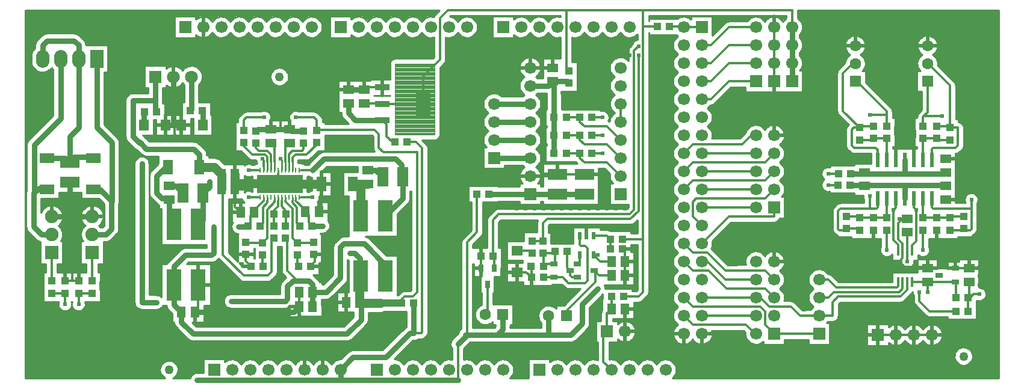
<source format=gbr>
G04 DipTrace 2.4.0.2*
%INTop.gbr*%
%MOIN*%
%ADD10C,0.0098*%
%ADD14C,0.03*%
%ADD15C,0.012*%
%ADD16C,0.013*%
%ADD17C,0.05*%
%ADD18C,0.0394*%
%ADD19C,0.01*%
%ADD20C,0.02*%
%ADD21C,0.004*%
%ADD22R,0.0512X0.0591*%
%ADD23R,0.0591X0.0512*%
%ADD24R,0.0394X0.0433*%
%ADD25R,0.0433X0.0394*%
%ADD26R,0.1063X0.063*%
%ADD28R,0.0551X0.0827*%
%ADD29R,0.0551X0.063*%
%ADD30R,0.063X0.0551*%
%ADD31R,0.0827X0.0551*%
%ADD33C,0.05*%
%ADD34R,0.0669X0.0669*%
%ADD35C,0.0669*%
%ADD36R,0.0709X0.0709*%
%ADD37C,0.0709*%
%ADD38R,0.063X0.063*%
%ADD39C,0.063*%
%ADD40R,0.0748X0.0984*%
%ADD41O,0.0748X0.0984*%
%ADD43R,0.0256X0.0413*%
%ADD44R,0.0413X0.0256*%
%ADD45R,0.0748X0.0748*%
%ADD46C,0.0748*%
%ADD47R,0.063X0.1063*%
%ADD49R,0.0846X0.1772*%
%ADD52R,0.0098X0.0276*%
%ADD53R,0.2531X0.1039*%
%ADD54R,0.0846X0.0374*%
%ADD55R,0.0846X0.128*%
%ADD56R,0.0236X0.0787*%
%ADD57R,0.0157X0.0551*%
%ADD58R,0.0236X0.0433*%
%ADD59C,0.024*%
%FSLAX44Y44*%
G04*
G70*
G90*
G75*
G01*
%LNTop*%
%LPD*%
X3500Y18250D2*
D14*
Y19000D1*
X3250Y19250D1*
X1750D1*
X1500Y19000D1*
Y18250D1*
X3500D2*
Y14437D1*
X3000Y13937D1*
Y12500D1*
X25562Y10750D2*
D15*
Y8623D1*
X25000Y8061D1*
Y2935D1*
D14*
X24500Y2435D1*
D15*
Y438D1*
D14*
X18000D1*
D15*
Y1000D1*
X10062Y437D2*
D14*
X18000D1*
Y1000D1*
X1750Y12750D2*
X2750D1*
X3000Y12500D1*
Y12562D1*
X3250Y12812D1*
X4250D1*
X4312Y12750D1*
X26995Y4055D2*
Y3242D1*
X26690Y2938D1*
X24905D1*
D15*
X24500Y2435D1*
X18000Y1000D2*
D14*
X18687Y1687D1*
X20500D1*
X21844Y3031D1*
X22063D1*
D16*
X22469D1*
X22520Y3082D1*
Y13293D1*
X22187Y13625D1*
X21687D1*
X22062Y4687D2*
D14*
X22063Y3031D1*
X33003Y7001D2*
D16*
X32378D1*
X32003Y7375D1*
X26690Y2938D2*
D14*
X29519D1*
X30753D1*
X31378Y3563D1*
Y4625D1*
X32253Y5501D1*
Y7375D2*
D16*
X32003D1*
X26690Y2938D2*
D14*
D3*
X29519Y4000D2*
Y2938D1*
X11417Y11024D2*
D16*
X11496D1*
Y7362D1*
X12638Y6220D1*
X13970D1*
X14187Y6438D1*
Y8440D1*
X14314Y8313D1*
X10187Y12250D2*
D17*
X11018D1*
X11417Y11850D1*
Y11024D1*
X7750Y17250D2*
D14*
Y15876D1*
Y15377D1*
X7813Y15314D1*
X45562Y11250D2*
D16*
X45005D1*
X10187Y12250D2*
D14*
Y12938D1*
X9875Y13250D1*
X7250D1*
X6875Y13625D1*
Y13562D1*
X6500Y13937D1*
Y15937D1*
X7688D1*
X7750Y15876D1*
X43000Y20000D2*
Y19000D1*
Y18000D1*
Y17000D1*
X30665Y17585D2*
D15*
X30500Y17750D1*
Y20940D1*
X34754D1*
X43000D1*
Y20000D1*
X33669Y5062D2*
X34503D1*
X34754Y5313D1*
Y8251D1*
Y20024D1*
Y20940D1*
X52812Y5875D2*
D16*
Y5062D1*
X52750Y5000D1*
Y4250D1*
Y5000D2*
X52875D1*
X53062Y5187D1*
X53375D1*
X19316Y15779D2*
X20284D1*
X20315Y15748D1*
X22598D1*
X30500Y20940D2*
X23940D1*
X23502Y20502D1*
Y18188D1*
X22598Y17283D1*
Y15748D1*
X35544Y20024D2*
X34754D1*
X33610Y8251D2*
X34754D1*
X16457Y5315D2*
D14*
Y4488D1*
X14939Y8313D2*
D16*
X15062D1*
Y6500D1*
X15625Y5937D1*
X16250D1*
X16417Y5770D1*
Y5354D1*
X16457Y5315D1*
D14*
X17205D1*
X17992Y6102D1*
Y7795D1*
X18189Y7992D1*
X19320D1*
X20433Y6879D1*
Y6232D1*
X20477Y6188D1*
X9750Y17250D2*
Y15438D1*
X9689Y15377D1*
X45581Y11875D2*
D16*
Y11876D1*
X45005D1*
X16457Y5315D2*
D14*
Y5731D1*
X16250Y5937D1*
X15375D1*
X15062Y5625D1*
Y4937D1*
X14937Y4812D1*
X11937D1*
X7813Y4750D2*
X7000D1*
Y12438D1*
X38000Y19000D2*
D16*
X38500D1*
X39500Y20000D1*
X41000D1*
X37000Y13000D2*
X37500Y13500D1*
X40250D1*
X40750Y14000D1*
X41000D1*
Y13000D2*
X38000D1*
X37000Y12000D2*
X37500Y12500D1*
X41500D1*
X42000Y13000D1*
X41000Y12000D2*
X38000D1*
X37000Y11000D2*
X37500Y11500D1*
X41500D1*
X42000Y12000D1*
X41000Y11000D2*
X38000D1*
X41000Y10000D2*
X38000D1*
X42000Y11000D2*
X41500Y10500D1*
X37687D1*
X37500Y10313D1*
Y9500D1*
X38000Y9000D1*
X37000Y8000D2*
X37500Y7500D1*
X38312D1*
X39312Y6500D1*
X41500D1*
X42000Y6000D1*
X38000Y8000D2*
X39500Y9500D1*
X42000D1*
Y10000D1*
X37000Y7000D2*
X37500Y6500D1*
X38375D1*
X39375Y5500D1*
X41500D1*
X42000Y5000D1*
X38000Y7000D2*
X38312D1*
X39312Y6000D1*
X41000D1*
X48875Y5875D2*
Y5625D1*
X48812Y5562D1*
X45438D1*
X45000Y6000D1*
X44500D1*
X48875Y7607D2*
Y7937D1*
X48625Y8187D1*
Y9875D1*
X48750Y10000D1*
Y10500D1*
X48625Y9875D2*
X48645D1*
X48750Y10000D1*
X49643Y7607D2*
Y7893D1*
X49875Y8125D1*
Y9875D1*
X49750Y10000D1*
Y10500D1*
X2000Y9500D2*
D14*
X3000D1*
X4250D1*
X3000Y11398D2*
Y9500D1*
X2750Y5919D2*
D16*
X3136D1*
X3500D1*
X3136D2*
Y9364D1*
X3000Y9500D1*
X28500Y17750D2*
X29748D1*
X29750Y17748D1*
X28500Y11750D2*
X29898D1*
X30000Y11852D1*
X31500D1*
X33750Y4375D2*
Y3125D1*
X42000Y20000D2*
Y19000D1*
Y18000D1*
Y17000D1*
X47500Y8750D2*
Y7937D1*
X51000D2*
Y8750D1*
X49131Y7607D2*
Y7994D1*
X48875Y8250D1*
Y9125D1*
X49123Y9373D1*
X49375D1*
X49131Y7607D2*
Y7193D1*
X49062Y7125D1*
Y6875D1*
X49250Y6687D1*
X50436D1*
X50500Y6623D1*
X52062D1*
X52812D1*
X50750Y2937D2*
X49750D1*
X48750D1*
X47750D1*
X49375Y9373D2*
Y9375D1*
X48937D1*
X25769Y6642D2*
Y7311D1*
X25771Y7313D1*
X20315Y16654D2*
X19442D1*
X19316Y16528D1*
X14548Y12060D2*
D10*
Y11857D1*
D16*
Y11410D1*
X14647Y11312D1*
X12165Y11850D2*
D17*
Y11348D1*
Y11024D1*
Y11348D2*
X14611D1*
X14647Y11312D1*
X16939Y11314D2*
X14649D1*
X14647Y11312D1*
X12165Y11024D2*
D16*
Y10039D1*
X12480Y9724D1*
X16939Y11314D2*
Y9892D1*
X16811Y9764D1*
X16336Y6729D2*
Y6769D1*
X16575Y7008D1*
Y7321D1*
X16502Y7394D1*
X12751D2*
Y7019D1*
X13042Y6729D1*
X16811Y9764D2*
X17362D1*
X17480Y9646D1*
Y7480D1*
X17402Y7402D1*
X16509D1*
X16502Y7394D1*
X15709Y5315D2*
Y4488D1*
Y4055D1*
X15827Y3937D1*
X18031D1*
X18307Y4213D1*
Y4741D1*
X18316Y4750D1*
X12751Y7394D2*
X12370D1*
X11890Y7874D1*
Y9567D1*
X12047Y9724D1*
X12480D1*
X10126Y5717D2*
Y4378D1*
X9936Y4188D1*
D14*
X11000D1*
X15408D1*
X15709Y4488D1*
X8307Y14564D2*
X8750D1*
X8819D1*
X9188D1*
X8750Y17250D2*
Y14564D1*
X15947Y14252D2*
X15276D1*
X15197Y14331D1*
X14685D1*
X14134D1*
X13400D1*
X13322Y14252D1*
X12165Y11850D2*
D16*
Y12874D1*
X11775Y13264D1*
X11227Y13812D1*
X9063D1*
X8819Y14056D1*
Y14564D1*
X11775Y13264D2*
Y15043D1*
X12323Y15591D1*
X14528D1*
X14685Y15433D1*
Y14331D1*
X18440Y16526D2*
D14*
X19315D1*
X19316Y16528D1*
X11000Y4125D2*
Y4188D1*
X33751Y6251D2*
D16*
Y7001D1*
Y7565D1*
X33629Y7688D1*
X28584Y6126D2*
Y6732D1*
X28565Y6751D1*
X27787Y6410D2*
X28299D1*
X28584Y6126D1*
X31629Y8438D2*
X31628D1*
Y8938D1*
X28628D2*
Y8876D1*
X28253D1*
X28190Y8938D1*
X34254Y7626D2*
X34191Y7688D1*
X2750Y5250D2*
X2000D1*
X2750Y4625D2*
Y5250D1*
X2000Y8500D2*
D14*
X1438D1*
X1000Y8938D1*
Y10813D1*
X1034Y10847D1*
X1125Y10937D1*
X1187D1*
X1312Y11062D1*
X1705D1*
X1750Y11018D1*
X1034Y10847D2*
Y13472D1*
X2500Y14938D1*
Y18250D1*
X28606Y8148D2*
D16*
X29213D1*
Y9148D1*
X29441Y9376D1*
X34066D1*
X34504Y9814D1*
Y18439D1*
X26517Y6642D2*
Y7237D1*
X26440Y7313D1*
Y9313D1*
X26753Y9626D1*
X34004D1*
X34254Y9876D1*
Y18689D1*
X34504Y18939D1*
X44500Y3000D2*
X42000D1*
X37000Y5000D2*
X37500Y4500D1*
X41250D1*
X41500Y4250D1*
Y3500D1*
X42000Y3000D1*
X49387Y5875D2*
Y5449D1*
X49000Y5062D1*
X45562D1*
X45250Y4750D1*
Y4000D1*
X44500D1*
X41000Y5000D2*
X38000D1*
X41000D2*
X41250D1*
X41750Y4500D1*
X42937D1*
X43437Y4000D1*
X44500D1*
X14351Y12060D2*
D10*
Y12531D1*
D16*
Y13366D1*
X14134Y13583D1*
X15139Y12060D2*
D10*
Y12531D1*
D16*
Y12951D1*
X15330Y13143D1*
X15874D1*
X15953Y13222D1*
Y13577D1*
X15947Y13583D1*
X13761Y12060D2*
D10*
Y12262D1*
D16*
Y12614D1*
X13687Y12687D1*
X14688D2*
D10*
X14745Y12630D1*
Y12060D1*
X14942Y10564D2*
Y10361D1*
D16*
Y10334D1*
X15354Y9921D1*
Y8317D1*
X15627Y8045D1*
X16483D1*
X16502Y8063D1*
X30500Y15000D2*
X31250D1*
Y14750D1*
X31500Y14500D1*
X32750D1*
X33500Y13750D1*
X15627Y7376D2*
Y6769D1*
X15667Y6729D1*
X15336Y12060D2*
D10*
Y12531D1*
D16*
Y12773D1*
X15508Y12946D1*
X16133D1*
X16701Y13513D1*
Y13597D1*
X16697Y13601D1*
X19500Y12062D2*
D14*
X19960D1*
X20335Y11688D1*
X8500Y11187D2*
X8898D1*
X9273Y10812D1*
X30500Y14000D2*
D16*
X31250D1*
Y13750D1*
X31500Y13500D1*
X32750D1*
X33500Y12750D1*
X30500Y13000D2*
X31250D1*
Y12750D1*
X31500Y12500D1*
X32750D1*
X33500Y11750D1*
X7126Y14564D2*
D14*
Y15296D1*
X7144Y15314D1*
X29213Y7479D2*
D16*
X29794D1*
X29878Y7563D1*
Y6938D1*
X29816Y6876D1*
X29360D1*
X29235Y6751D1*
Y7457D1*
X29213Y7479D1*
X32003Y8438D2*
X32753D1*
X32941Y8251D1*
Y7707D1*
X32959Y7688D1*
X31255Y7375D2*
Y7003D1*
X31128Y6876D1*
X49387Y7607D2*
Y8488D1*
X49312Y8562D1*
X49438D1*
X49375Y8625D1*
X52081Y4250D2*
X50625D1*
X50062Y4812D1*
Y5312D1*
X49375Y7000D2*
Y7382D1*
X49387D1*
Y7607D1*
X48250Y9419D2*
X47500D1*
X46750D1*
X46669Y9500D1*
X46000D1*
X48250Y10500D2*
Y9419D1*
X50250D2*
X51000D1*
X51750D1*
X51829Y9498D1*
X52500D1*
X50250Y9419D2*
Y10500D1*
X48250Y13831D2*
Y12626D1*
Y13831D2*
X47500D1*
X47419Y13750D1*
X46750D1*
X50250Y13831D2*
X51000D1*
X51081Y13750D1*
X51750D1*
X50250Y13831D2*
Y12626D1*
X4250Y7500D2*
Y5919D1*
X33500Y15750D2*
Y14750D1*
X14745Y10564D2*
D10*
Y10361D1*
D16*
Y10058D1*
X14961Y9843D1*
Y9649D1*
X14983Y9626D1*
Y9027D1*
X14939Y8983D1*
X26143Y5736D2*
Y4187D1*
X26011Y4055D1*
X14548Y10564D2*
D10*
Y10361D1*
D16*
Y10060D1*
X14331Y9843D1*
Y9643D1*
X14314Y9626D1*
Y8983D1*
X10370Y14564D2*
D14*
Y15365D1*
X10358Y15377D1*
X49250Y10500D2*
Y11250D1*
X51500D1*
Y11187D1*
X49250Y11250D2*
X47063D1*
X47000Y11187D1*
Y11250D1*
X46232D1*
X49250Y12626D2*
Y11875D1*
X51435D1*
X51500Y11939D1*
X49250Y11875D2*
X47061D1*
X47000Y11936D1*
Y11875D1*
X46250D1*
X13958Y12060D2*
D10*
Y12531D1*
D16*
Y12815D1*
X13827Y12946D1*
X13117D1*
X12646Y13417D1*
Y13589D1*
X12634Y13601D1*
X14154Y12060D2*
D10*
Y12531D1*
D16*
Y12933D1*
X13945Y13143D1*
X13472D1*
X13315Y13300D1*
Y13576D1*
X13322Y13583D1*
X14351Y10564D2*
D10*
Y10361D1*
D16*
Y10296D1*
X13937Y9882D1*
Y8293D1*
X13689Y8045D1*
X12770D1*
X12751Y8063D1*
X13689Y7376D2*
Y6751D1*
X13711Y6729D1*
X36213Y20024D2*
X36976D1*
X37000Y20000D1*
X38000D1*
X13761Y10564D2*
D10*
Y10375D1*
D16*
X13307Y9921D1*
Y9803D1*
X13228Y9724D1*
X12874Y8976D2*
Y9016D1*
X13031Y9173D1*
Y9528D1*
X13228Y9724D1*
X15532Y10564D2*
D10*
Y10373D1*
D16*
X15945Y9961D1*
Y9882D1*
X16063Y9764D1*
X16417Y8976D2*
Y9016D1*
X16260Y9173D1*
Y9567D1*
X16063Y9764D1*
X19065Y4750D2*
D17*
Y6126D1*
X19127Y6188D1*
X21393Y4687D2*
D18*
X20203D1*
D17*
X19128D1*
X19065Y4750D1*
X8776Y5717D2*
D14*
Y4601D1*
X9188Y4188D1*
Y3646D1*
X9835Y3000D1*
X18354D1*
X19134Y3780D1*
Y4681D1*
X19065Y4750D1*
X8776Y5717D2*
Y6728D1*
X9409Y7362D1*
X10866D1*
X10984Y7480D1*
Y8937D1*
X12362D2*
X12835D1*
X12874Y8976D1*
X16417D2*
X17008D1*
X18504Y7480D2*
X18780D1*
X19094Y7165D1*
Y6221D1*
X19127Y6188D1*
X12634Y14270D2*
D16*
Y14839D1*
X12795Y15000D1*
X13780D1*
X15512D2*
X16535D1*
X16693Y14843D1*
Y14274D1*
X16697Y14270D1*
X21393Y4687D2*
Y4893D1*
X21562Y5062D1*
X22000D1*
X22250Y5313D1*
Y13062D1*
X20375D1*
X20125Y13312D1*
Y14062D1*
X19875Y14312D1*
X16739D1*
X16697Y14270D1*
X13564Y10564D2*
D10*
X13450D1*
D16*
X12913D1*
Y12060D2*
X13450D1*
D10*
X13564D1*
X10750Y11437D2*
D14*
Y11142D1*
X10394D1*
X10375Y10812D2*
Y9312D1*
X10126Y9063D1*
X10750Y11142D2*
X10375Y10812D1*
X13958Y10564D2*
D10*
Y10361D1*
D16*
Y10257D1*
X13701Y10000D1*
Y9134D1*
X13583Y9016D1*
X13543Y8976D1*
X15336Y10564D2*
D10*
Y10361D1*
D16*
Y10255D1*
X15591Y10000D1*
Y9134D1*
X15748Y8976D1*
X15729Y12060D2*
D10*
X15843D1*
D16*
X16457D1*
Y10564D2*
X15843D1*
D10*
X15729D1*
X16457Y12060D2*
D14*
X17085Y12687D1*
X21063D1*
X21375Y12375D1*
Y11750D1*
X21437Y11688D1*
Y10495D1*
X20477Y9535D1*
X18672Y11314D2*
D17*
X19046D1*
X19500D1*
X19127Y9535D2*
Y11233D1*
X19046Y11314D1*
X8500Y10439D2*
D14*
Y9339D1*
X8776Y9063D1*
X8455Y12250D2*
X8312D1*
X7812Y11750D1*
Y10813D1*
X8125Y10500D1*
X8439D1*
X8500Y10439D1*
X18440Y15778D2*
Y15222D1*
X18819Y14843D1*
X20315D1*
X21018Y13625D2*
D16*
X20875D1*
X20562Y13938D1*
Y14595D1*
X20315Y14843D1*
X14942Y12060D2*
D10*
Y12531D1*
D16*
Y13328D1*
X15197Y13583D1*
X29816Y6128D2*
X29255D1*
X29253Y6126D1*
X29816Y6128D2*
X30314D1*
X30628Y5813D1*
X31566D1*
X31691Y5938D1*
Y7751D1*
X31566Y7876D1*
X31316D1*
X31253Y7938D1*
Y8436D1*
X31255Y8438D1*
X30547Y7563D2*
Y6675D1*
X30721Y6502D1*
Y6220D1*
X30816Y6126D1*
X31126D1*
X31128Y6128D1*
X32034Y6502D2*
X32065D1*
X32316Y6251D1*
X33003D1*
X32034Y6502D2*
X32128Y6407D1*
Y5876D1*
X30566Y4313D1*
Y4063D1*
X30503Y4000D1*
X27787Y7591D2*
X28493D1*
X28606Y7479D1*
X2000Y7500D2*
Y5919D1*
X3500Y5250D2*
X4250D1*
X3500Y4625D2*
Y5250D1*
X4312Y11018D2*
D14*
X4670D1*
X5312Y10375D1*
Y8812D1*
X5000Y8500D1*
X4250D1*
X5312Y10375D2*
X5348Y10339D1*
Y13589D1*
X4500Y14437D1*
Y18250D1*
X38000Y16000D2*
D16*
X38500D1*
X39500Y17000D1*
X41000D1*
X38000D2*
X38500D1*
X39500Y18000D1*
X41000D1*
X49131Y5875D2*
Y5506D1*
X48937Y5312D1*
X45312D1*
X45000Y5000D1*
X44500D1*
X37000Y4000D2*
X37500Y3500D1*
X40437D1*
X40937Y3000D1*
X41000D1*
Y4000D2*
X38000D1*
X31500Y10750D2*
D14*
X30000D1*
X28500D1*
X26232D1*
X26500Y14750D2*
X28500D1*
X26500Y15750D2*
X28500D1*
X26500Y13750D2*
X28500D1*
X26500Y12750D2*
X28500D1*
Y16750D2*
X29500D1*
X29750Y17000D1*
X30581D1*
X30665Y16915D1*
X29750Y17000D2*
X29831Y16919D1*
Y15000D1*
Y14000D1*
Y13000D1*
X33000Y5062D2*
D16*
X33002Y5060D1*
Y4375D1*
X32750Y4123D1*
Y3125D1*
X33000Y1000D2*
D15*
X32562Y1438D1*
Y3125D1*
X32750D1*
X48250Y8750D2*
D16*
Y7638D1*
X50250D2*
Y8750D1*
X52081Y5000D2*
Y5857D1*
X52062Y5875D1*
X50500D1*
X49643D1*
X50500D2*
Y5313D1*
X46750Y8750D2*
X46669Y8831D1*
X46000D1*
X45919Y8750D1*
X45625D1*
X45562Y8813D1*
Y9812D1*
X45687Y9937D1*
X47293D1*
X47687D1*
X47750Y10000D1*
Y10500D1*
X48250Y14500D2*
Y15125D1*
Y15319D1*
X46569Y17000D1*
X46500D1*
X47293Y9937D2*
X47317Y9962D1*
Y10626D1*
Y15125D2*
X48250D1*
X46750Y14419D2*
X46831Y14500D1*
X47500D1*
X47750Y12626D2*
Y13188D1*
X47625Y13313D1*
X46437D1*
X46312Y13438D1*
Y14312D1*
X46419Y14419D1*
X46750D1*
X45817Y15352D1*
Y17439D1*
X46362Y17984D1*
X46500D1*
X52500Y8829D2*
X52421Y8750D1*
X51750D1*
X52500Y8829D2*
X52579Y8750D1*
X52875D1*
X52937Y8812D1*
Y9937D1*
X50813D1*
X50750Y10000D1*
Y10500D1*
X50250Y14500D2*
Y15014D1*
X50299Y15063D1*
X50500Y15264D1*
Y17000D1*
X52937Y9937D2*
Y10437D1*
X51312Y15063D2*
X50299D1*
X51750Y14419D2*
X51669Y14500D1*
X51000D1*
X50750Y12626D2*
Y13250D1*
X50813Y13313D1*
X52063D1*
X52187Y13437D1*
Y14419D1*
X51750D1*
X50500Y17984D2*
X50511Y17996D1*
X51750Y16757D1*
Y14419D1*
X38000Y18000D2*
X38500D1*
X39500Y19000D1*
X41000D1*
X31919Y13000D2*
X32500D1*
X31919Y14000D2*
X32500D1*
X31919Y15000D2*
X32500D1*
D59*
X10062Y437D3*
X32253Y5501D3*
Y7375D3*
X45005Y11250D3*
X53375Y5187D3*
X45005Y11876D3*
X11937Y4812D3*
X7813Y4750D3*
X7000Y12438D3*
X48625Y9875D3*
X49875D3*
X47500Y7937D3*
X51000D3*
X48937Y9375D3*
X31628Y8938D3*
X28628D3*
X34254Y7626D3*
X31628Y8938D3*
X2750Y4625D3*
X34504Y18439D3*
Y18939D3*
X13687Y12687D3*
X14688D3*
X50062Y5312D3*
X49375Y7000D3*
X10984Y8937D3*
X12362D3*
X17008Y8976D3*
X18504Y7480D3*
X13780Y15000D3*
X15512D3*
X12913Y10564D3*
Y12060D3*
X10750Y11437D3*
X16457Y12060D3*
Y10564D3*
X3500Y4625D3*
X48250Y7638D3*
X50250D3*
X50500Y5313D3*
D3*
X47317Y10626D3*
Y15125D3*
X52937Y10437D3*
X51312Y15063D3*
X32500Y13000D3*
Y14000D3*
Y15000D3*
X23625Y17437D3*
Y16937D3*
Y16437D3*
X24125Y17437D3*
X23625Y15937D3*
Y15437D3*
Y14937D3*
Y14437D3*
Y13937D3*
Y13437D3*
Y12937D3*
Y12437D3*
Y11937D3*
Y11437D3*
Y10937D3*
Y10437D3*
Y9937D3*
Y9437D3*
Y8937D3*
Y8437D3*
Y7937D3*
Y7437D3*
Y6937D3*
Y6437D3*
Y5937D3*
Y5437D3*
Y4937D3*
Y4437D3*
Y3937D3*
Y3437D3*
X24125Y17937D3*
Y16937D3*
Y16437D3*
X13625Y11562D3*
X24125Y15937D3*
Y15437D3*
Y14937D3*
Y14437D3*
Y13937D3*
Y13437D3*
Y12937D3*
Y12437D3*
Y11937D3*
Y11437D3*
Y10937D3*
Y10437D3*
Y9937D3*
Y9437D3*
Y8937D3*
Y8437D3*
Y7937D3*
Y7437D3*
Y6937D3*
X6062Y19937D3*
Y19437D3*
Y18937D3*
Y18437D3*
Y17937D3*
Y17437D3*
Y16937D3*
Y16437D3*
Y15937D3*
Y15437D3*
Y14937D3*
Y14437D3*
Y13937D3*
Y13437D3*
Y12937D3*
Y12437D3*
Y11937D3*
Y11437D3*
Y10937D3*
Y10437D3*
Y9937D3*
Y9437D3*
Y8937D3*
Y8437D3*
Y7937D3*
Y7437D3*
Y6937D3*
Y6437D3*
Y5937D3*
Y5437D3*
Y4937D3*
Y4437D3*
X13625Y11063D3*
X14125Y11562D3*
Y11063D3*
X14625Y11562D3*
Y11063D3*
X15125Y11562D3*
Y11063D3*
X15625Y11562D3*
X24125Y6437D3*
Y5937D3*
Y5437D3*
Y4937D3*
Y4437D3*
Y3937D3*
Y3437D3*
X24625Y17937D3*
Y17437D3*
Y16937D3*
Y16437D3*
Y15937D3*
Y15437D3*
Y14937D3*
Y14437D3*
Y13937D3*
Y13437D3*
Y12937D3*
Y12437D3*
Y11937D3*
Y11437D3*
Y10937D3*
X43062Y11938D3*
Y11438D3*
Y10938D3*
Y10438D3*
Y9938D3*
Y9438D3*
Y8938D3*
Y8438D3*
Y7938D3*
Y7438D3*
X43562Y11938D3*
X24625Y10437D3*
X43562Y11438D3*
X25062Y2000D3*
X25562D3*
X26062D3*
X26562D3*
X27062D3*
X27562D3*
X28062D3*
X28562D3*
X29062D3*
X29562D3*
X30062D3*
X30562D3*
X31062D3*
X31562D3*
X32062D3*
X24625Y9937D3*
X33562Y2000D3*
X34062D3*
X34562D3*
X35062D3*
X35562D3*
X36062D3*
X36562D3*
X37062D3*
X37562D3*
X15625Y11063D3*
X11000Y4125D3*
Y3625D3*
X11500Y4125D3*
Y3625D3*
X24625Y9437D3*
X43562Y10938D3*
Y10438D3*
Y9938D3*
X6625Y18938D3*
X12000Y4125D3*
X7125Y18938D3*
X12000Y3625D3*
X7625Y18938D3*
X12500Y4125D3*
X8125Y18938D3*
X12500Y3625D3*
X8625Y18938D3*
X13000Y4125D3*
X9125Y18938D3*
X13000Y3625D3*
X9625Y18938D3*
X13500Y4125D3*
X10125Y18938D3*
X13500Y3625D3*
X10625Y18938D3*
X14000Y4125D3*
X11125Y18938D3*
X14000Y3625D3*
X11625Y18938D3*
X14500Y4125D3*
X12125Y18938D3*
X49687Y4125D3*
X12625Y18938D3*
X14500Y3625D3*
X13125Y18938D3*
X7687Y9437D3*
X13625Y18938D3*
X7687Y8937D3*
X14125Y18938D3*
X7687Y8437D3*
X14625Y18938D3*
X7687Y7937D3*
X15125Y18938D3*
X7687Y7437D3*
X15625Y18938D3*
X7687Y6937D3*
X16125Y18938D3*
X7687Y6437D3*
X16625Y18938D3*
X7687Y5937D3*
X53375Y20187D3*
Y19687D3*
Y19187D3*
Y18687D3*
X18125Y18938D3*
X21625Y9937D3*
X18625Y18938D3*
X21625Y9438D3*
X19125Y18938D3*
Y18438D3*
X19625Y18938D3*
Y18438D3*
X20125Y18938D3*
Y18438D3*
X20625Y18938D3*
Y18438D3*
X21125Y18938D3*
Y18438D3*
X21625Y18938D3*
Y18438D3*
X22125Y18938D3*
Y18438D3*
X22625Y18938D3*
Y18438D3*
X23125Y18938D3*
Y18438D3*
X21625Y8937D3*
Y8437D3*
X24125Y18938D3*
Y18438D3*
X24625Y18938D3*
Y18438D3*
X25125Y18938D3*
Y18438D3*
X25625Y18938D3*
Y18438D3*
X26125Y18938D3*
Y18438D3*
X26625Y18938D3*
Y18438D3*
X27125Y18938D3*
Y18438D3*
X27625Y18938D3*
Y18438D3*
X28125Y18938D3*
Y18438D3*
X28625Y18938D3*
Y18438D3*
X29125Y18938D3*
Y18438D3*
X29625Y18938D3*
Y18438D3*
X30125Y18938D3*
Y18438D3*
X53375Y18187D3*
Y17687D3*
Y17187D3*
Y16687D3*
Y16187D3*
Y15687D3*
Y15187D3*
Y14687D3*
Y14187D3*
Y13687D3*
Y13187D3*
Y12687D3*
Y12187D3*
Y11687D3*
Y11187D3*
Y10687D3*
Y10187D3*
Y9687D3*
Y9187D3*
Y8687D3*
Y8187D3*
Y7687D3*
Y7187D3*
Y6687D3*
Y6187D3*
Y5687D3*
Y4687D3*
Y4187D3*
X52255Y11189D3*
X53375Y3687D3*
Y3187D3*
Y2687D3*
Y2187D3*
Y1687D3*
Y1187D3*
X53875Y20187D3*
Y19687D3*
Y19187D3*
Y18687D3*
Y18187D3*
Y17687D3*
Y17187D3*
Y16687D3*
Y16187D3*
Y15687D3*
Y15187D3*
Y14687D3*
Y14187D3*
Y13687D3*
Y13187D3*
Y12687D3*
Y12187D3*
Y11687D3*
Y11187D3*
Y10687D3*
Y10187D3*
Y9687D3*
Y9187D3*
Y8687D3*
Y8187D3*
Y7687D3*
Y7187D3*
Y6687D3*
Y6187D3*
Y5687D3*
Y4687D3*
Y4187D3*
X52255Y10689D3*
X53875Y3687D3*
Y3187D3*
Y2687D3*
Y2187D3*
Y1687D3*
Y1187D3*
X36062Y10500D3*
Y10000D3*
Y9500D3*
Y9000D3*
Y8500D3*
Y8000D3*
Y7500D3*
Y7000D3*
Y6500D3*
Y6000D3*
Y5500D3*
Y5000D3*
Y4500D3*
Y4000D3*
Y3500D3*
Y3000D3*
Y2500D3*
X43562Y9438D3*
Y8938D3*
Y8438D3*
Y7938D3*
Y7438D3*
X44062Y11938D3*
Y11438D3*
Y10938D3*
Y10438D3*
Y9938D3*
Y9438D3*
Y8938D3*
Y8438D3*
Y7938D3*
Y7438D3*
X44562Y11938D3*
Y11437D3*
Y10938D3*
Y10438D3*
Y9938D3*
Y9438D3*
Y8938D3*
Y8438D3*
Y7938D3*
Y7437D3*
X24625Y8937D3*
Y8437D3*
Y7937D3*
Y7437D3*
Y6937D3*
Y6437D3*
Y5937D3*
Y5437D3*
X37062Y1000D3*
X37562D3*
X38062D3*
X38562D3*
X39062D3*
X39562D3*
X40062D3*
X40562D3*
X41062D3*
X41562D3*
X42062D3*
X42562D3*
X43062D3*
X43562D3*
X44062D3*
X44562D3*
X45062D3*
X45562D3*
X46062D3*
X46562D3*
X47062D3*
X47562D3*
X48062D3*
X48562D3*
X49062D3*
X43875Y19687D3*
X50062Y1000D3*
X50562D3*
X51062D3*
X51562D3*
X52062D3*
X52562D3*
X53062D3*
X44875Y20187D3*
X45375D3*
X45875D3*
X46375D3*
X46875D3*
X47375D3*
X47875D3*
X48375D3*
X48875D3*
X49375D3*
X49875D3*
X50375D3*
X50875D3*
X51375D3*
X51875D3*
X52375D3*
X52875D3*
X24625Y4937D3*
Y4437D3*
Y3937D3*
Y3437D3*
X21625Y7937D3*
Y7437D3*
Y6937D3*
Y6437D3*
Y5937D3*
X11125Y6562D3*
Y6062D3*
Y5562D3*
X27750Y9938D3*
X17562Y13625D3*
X28250Y9938D3*
X18062Y13625D3*
X28750Y9938D3*
X18562Y13625D3*
X29250Y9938D3*
X49687Y4625D3*
X29750Y9938D3*
X19062Y13625D3*
X30250Y9938D3*
X49562Y1000D3*
X30750Y9938D3*
X11625Y16625D3*
X31250Y9938D3*
X46250Y8062D3*
X31750Y9938D3*
X46250Y7562D3*
X32250Y9938D3*
X46250Y7062D3*
X32750Y9938D3*
X46250Y6562D3*
X33250Y9938D3*
X47687Y4125D3*
X33750Y9938D3*
X48187Y4125D3*
X31000Y18938D3*
Y18438D3*
X31500Y18938D3*
Y18438D3*
X32000Y18938D3*
Y18438D3*
X32500Y18938D3*
Y18438D3*
X33000Y18938D3*
Y18438D3*
X33500Y18938D3*
Y18438D3*
X34000Y18938D3*
Y18438D3*
X11625Y16125D3*
X12125Y16625D3*
Y16125D3*
X12625Y16625D3*
Y16125D3*
X13125Y16625D3*
Y16125D3*
X8438Y2437D3*
X8938D3*
X9438D3*
X9938D3*
X10438D3*
X10938D3*
X11438D3*
X11938D3*
X12437D3*
X12938D3*
X13437D3*
X13938D3*
X14437D3*
X14937D3*
X15437D3*
X15937D3*
X16437D3*
X16937D3*
X17437D3*
X17938D3*
X18438D3*
X13625Y16625D3*
Y16125D3*
X14125Y16625D3*
Y16125D3*
X14625Y16625D3*
Y16125D3*
X15125Y16625D3*
Y16125D3*
X15625Y16625D3*
Y16125D3*
X16125Y16625D3*
Y16125D3*
X48687Y4125D3*
X16625Y16625D3*
Y16125D3*
X17125Y16625D3*
Y16125D3*
X17625Y16625D3*
Y16125D3*
X49187Y4125D3*
X46750Y8062D3*
Y7562D3*
Y7062D3*
Y6562D3*
X47687Y4625D3*
X48187D3*
X48687D3*
X49187D3*
X51500Y8062D3*
Y7562D3*
X46250Y6062D3*
X45687Y4125D3*
X46187D3*
X46687D3*
X47187D3*
X52000Y8062D3*
Y7562D3*
X46750Y6062D3*
X45687Y4625D3*
X46187D3*
X46687D3*
X47187D3*
X43875Y20187D3*
Y19187D3*
Y18687D3*
Y18187D3*
Y17687D3*
Y17187D3*
Y16687D3*
Y16187D3*
Y15687D3*
Y15187D3*
Y14687D3*
Y14187D3*
X44375Y20187D3*
Y19687D3*
Y19187D3*
Y18687D3*
Y18187D3*
Y17687D3*
Y17187D3*
Y16687D3*
Y16187D3*
Y15687D3*
Y15187D3*
Y14687D3*
Y14187D3*
X49000Y16063D3*
Y15563D3*
Y15063D3*
Y14562D3*
Y14063D3*
Y13563D3*
X49500Y16063D3*
Y15563D3*
Y15063D3*
Y14562D3*
Y14063D3*
Y13563D3*
X52250Y12688D3*
Y12188D3*
Y11688D3*
X560Y20851D2*
D19*
X23391D1*
X43323D2*
X54441D1*
X560Y20753D2*
X23292D1*
X43323D2*
X54441D1*
X560Y20654D2*
X23213D1*
X43323D2*
X54441D1*
X560Y20555D2*
X8802D1*
X9998D2*
X10195D1*
X10605D2*
X11195D1*
X11605D2*
X12195D1*
X12605D2*
X13195D1*
X13605D2*
X14195D1*
X14605D2*
X15195D1*
X15605D2*
X16195D1*
X16605D2*
X17402D1*
X18598D2*
X18795D1*
X19205D2*
X19795D1*
X20205D2*
X20795D1*
X21205D2*
X21795D1*
X22205D2*
X22795D1*
X24205D2*
X24795D1*
X25205D2*
X26402D1*
X27598D2*
X27795D1*
X28205D2*
X28795D1*
X29205D2*
X29795D1*
X35078D2*
X36795D1*
X37205D2*
X37402D1*
X38598D2*
X40795D1*
X41205D2*
X41795D1*
X42205D2*
X42677D1*
X43323D2*
X54441D1*
X560Y20457D2*
X8802D1*
X10781D2*
X11019D1*
X11781D2*
X12019D1*
X12781D2*
X13019D1*
X13781D2*
X14019D1*
X14781D2*
X15019D1*
X15781D2*
X16019D1*
X16781D2*
X17402D1*
X19381D2*
X19619D1*
X20381D2*
X20619D1*
X21381D2*
X21619D1*
X22381D2*
X22619D1*
X24381D2*
X24619D1*
X25381D2*
X26402D1*
X28381D2*
X28619D1*
X29381D2*
X29619D1*
X38598D2*
X40619D1*
X41381D2*
X41619D1*
X42381D2*
X42619D1*
X43381D2*
X54441D1*
X560Y20358D2*
X8802D1*
X16878D2*
X17402D1*
X25478D2*
X26402D1*
X38598D2*
X40522D1*
X43478D2*
X54441D1*
X560Y20259D2*
X8802D1*
X16939D2*
X17402D1*
X25539D2*
X26402D1*
X38598D2*
X39305D1*
X43539D2*
X54441D1*
X560Y20160D2*
X8802D1*
X16976D2*
X17402D1*
X25576D2*
X26402D1*
X38598D2*
X39200D1*
X43576D2*
X54441D1*
X560Y20062D2*
X8802D1*
X16995D2*
X17402D1*
X25595D2*
X26402D1*
X38598D2*
X39100D1*
X43595D2*
X54441D1*
X560Y19963D2*
X8802D1*
X16997D2*
X17402D1*
X25597D2*
X26402D1*
X38598D2*
X39002D1*
X43597D2*
X54441D1*
X560Y19864D2*
X8802D1*
X16983D2*
X17402D1*
X25583D2*
X26402D1*
X38598D2*
X38903D1*
X43583D2*
X54441D1*
X560Y19766D2*
X8802D1*
X16950D2*
X17402D1*
X25550D2*
X26402D1*
X38598D2*
X38805D1*
X43550D2*
X54441D1*
X560Y19667D2*
X8802D1*
X16895D2*
X17402D1*
X25495D2*
X26402D1*
X38598D2*
X38706D1*
X43495D2*
X54441D1*
X560Y19568D2*
X1491D1*
X3509D2*
X8802D1*
X10811D2*
X10989D1*
X11811D2*
X11989D1*
X12811D2*
X12989D1*
X13811D2*
X13989D1*
X14811D2*
X14989D1*
X15811D2*
X15989D1*
X16811D2*
X17402D1*
X19411D2*
X19589D1*
X20411D2*
X20589D1*
X21411D2*
X21589D1*
X22411D2*
X22589D1*
X24411D2*
X24589D1*
X25411D2*
X26402D1*
X28411D2*
X28589D1*
X29411D2*
X29589D1*
X31411D2*
X31589D1*
X32411D2*
X32589D1*
X33411D2*
X33589D1*
X35078D2*
X36589D1*
X43414D2*
X54441D1*
X560Y19470D2*
X1389D1*
X3611D2*
X8802D1*
X9998D2*
X10135D1*
X10665D2*
X11135D1*
X11665D2*
X12135D1*
X12665D2*
X13135D1*
X13665D2*
X14135D1*
X14665D2*
X15135D1*
X15665D2*
X16135D1*
X16665D2*
X17402D1*
X18598D2*
X18735D1*
X19265D2*
X19735D1*
X20265D2*
X20735D1*
X21265D2*
X21735D1*
X22265D2*
X22735D1*
X24265D2*
X24735D1*
X25265D2*
X26402D1*
X27598D2*
X27735D1*
X28265D2*
X28735D1*
X29265D2*
X29735D1*
X31265D2*
X31735D1*
X32265D2*
X32735D1*
X33265D2*
X33735D1*
X34265D2*
X34430D1*
X35078D2*
X36636D1*
X43414D2*
X46220D1*
X46780D2*
X50220D1*
X50780D2*
X54441D1*
X560Y19371D2*
X1289D1*
X3711D2*
X23174D1*
X23831D2*
X30177D1*
X30823D2*
X34430D1*
X35078D2*
X36533D1*
X43467D2*
X46088D1*
X46912D2*
X50088D1*
X50912D2*
X54441D1*
X560Y19272D2*
X1192D1*
X3808D2*
X23174D1*
X23831D2*
X30177D1*
X30823D2*
X34324D1*
X35078D2*
X36469D1*
X43531D2*
X46010D1*
X46990D2*
X50010D1*
X50990D2*
X54441D1*
X560Y19174D2*
X1125D1*
X3875D2*
X23174D1*
X23831D2*
X30177D1*
X30823D2*
X34202D1*
X35078D2*
X36428D1*
X43572D2*
X45960D1*
X47040D2*
X49960D1*
X51040D2*
X54441D1*
X560Y19075D2*
X1094D1*
X3906D2*
X23174D1*
X23831D2*
X30177D1*
X30823D2*
X34145D1*
X35078D2*
X36406D1*
X43594D2*
X45931D1*
X47069D2*
X49931D1*
X51069D2*
X54441D1*
X560Y18976D2*
X1086D1*
X5137D2*
X23174D1*
X23831D2*
X30177D1*
X30823D2*
X34080D1*
X35078D2*
X36402D1*
X43598D2*
X45922D1*
X47080D2*
X49920D1*
X51080D2*
X54441D1*
X560Y18878D2*
X1086D1*
X5137D2*
X23174D1*
X23831D2*
X30177D1*
X30823D2*
X33986D1*
X35078D2*
X36414D1*
X43586D2*
X45928D1*
X47072D2*
X49928D1*
X51072D2*
X54441D1*
X560Y18779D2*
X1016D1*
X5137D2*
X23174D1*
X23831D2*
X30177D1*
X30823D2*
X33938D1*
X35078D2*
X36444D1*
X43556D2*
X45953D1*
X47047D2*
X49953D1*
X51047D2*
X54441D1*
X560Y18680D2*
X945D1*
X5137D2*
X23174D1*
X23831D2*
X30177D1*
X30823D2*
X33925D1*
X35078D2*
X36495D1*
X43505D2*
X46000D1*
X47000D2*
X50000D1*
X51000D2*
X54441D1*
X560Y18581D2*
X900D1*
X5137D2*
X23174D1*
X23831D2*
X30177D1*
X30823D2*
X33925D1*
X35078D2*
X36577D1*
X43423D2*
X46074D1*
X46926D2*
X50074D1*
X50926D2*
X54441D1*
X560Y18483D2*
X872D1*
X5137D2*
X23174D1*
X23831D2*
X30177D1*
X30823D2*
X33925D1*
X35078D2*
X36653D1*
X43414D2*
X46194D1*
X46806D2*
X50194D1*
X50806D2*
X54441D1*
X560Y18384D2*
X863D1*
X5137D2*
X23174D1*
X23831D2*
X30177D1*
X30823D2*
X33925D1*
X35078D2*
X36544D1*
X43456D2*
X46086D1*
X46914D2*
X50086D1*
X50914D2*
X54441D1*
X560Y18285D2*
X863D1*
X5137D2*
X23139D1*
X23831D2*
X28245D1*
X28755D2*
X30177D1*
X30823D2*
X33245D1*
X33755D2*
X33925D1*
X35078D2*
X36475D1*
X43525D2*
X46008D1*
X46992D2*
X50008D1*
X50992D2*
X54441D1*
X560Y18187D2*
X863D1*
X5137D2*
X20817D1*
X23831D2*
X28095D1*
X28905D2*
X29191D1*
X30823D2*
X33095D1*
X35078D2*
X36431D1*
X43569D2*
X45958D1*
X47042D2*
X49958D1*
X51042D2*
X54441D1*
X560Y18088D2*
X864D1*
X5137D2*
X20752D1*
X23815D2*
X28008D1*
X28992D2*
X29191D1*
X30823D2*
X33008D1*
X35078D2*
X36408D1*
X43592D2*
X45931D1*
X47069D2*
X49931D1*
X51069D2*
X54441D1*
X560Y17989D2*
X878D1*
X5137D2*
X20736D1*
X23762D2*
X27952D1*
X29048D2*
X29191D1*
X31126D2*
X32952D1*
X35078D2*
X36402D1*
X43598D2*
X45906D1*
X47080D2*
X49920D1*
X51080D2*
X54441D1*
X560Y17891D2*
X910D1*
X5137D2*
X20736D1*
X23667D2*
X27919D1*
X29081D2*
X29191D1*
X31126D2*
X32919D1*
X35078D2*
X36411D1*
X43589D2*
X45808D1*
X47072D2*
X49928D1*
X51078D2*
X54441D1*
X560Y17792D2*
X963D1*
X5137D2*
X7131D1*
X8369D2*
X8464D1*
X9036D2*
X9464D1*
X10036D2*
X20736D1*
X23569D2*
X27903D1*
X29097D2*
X29191D1*
X31126D2*
X32903D1*
X35078D2*
X36439D1*
X43561D2*
X45710D1*
X47045D2*
X49955D1*
X51176D2*
X54441D1*
X560Y17693D2*
X1041D1*
X1959D2*
X2041D1*
X5137D2*
X7131D1*
X9176D2*
X9324D1*
X10176D2*
X14375D1*
X14875D2*
X20736D1*
X23514D2*
X27905D1*
X29095D2*
X29191D1*
X31126D2*
X32905D1*
X35078D2*
X36488D1*
X43512D2*
X45611D1*
X46998D2*
X50002D1*
X51275D2*
X54441D1*
X560Y17595D2*
X1166D1*
X1834D2*
X2086D1*
X5137D2*
X7131D1*
X10261D2*
X14247D1*
X15003D2*
X20736D1*
X23514D2*
X27922D1*
X29078D2*
X29191D1*
X31126D2*
X32922D1*
X35078D2*
X36563D1*
X43437D2*
X45528D1*
X46925D2*
X50075D1*
X51373D2*
X54441D1*
X560Y17496D2*
X2086D1*
X4914D2*
X7131D1*
X10317D2*
X14175D1*
X15075D2*
X20736D1*
X23514D2*
X27960D1*
X29040D2*
X29191D1*
X31126D2*
X32960D1*
X35078D2*
X36674D1*
X43598D2*
X45494D1*
X47080D2*
X49920D1*
X51472D2*
X54441D1*
X560Y17397D2*
X2086D1*
X4914D2*
X7131D1*
X10350D2*
X14133D1*
X15117D2*
X20736D1*
X23514D2*
X28019D1*
X28981D2*
X29191D1*
X31126D2*
X33019D1*
X35078D2*
X36556D1*
X43598D2*
X45489D1*
X47080D2*
X49920D1*
X51570D2*
X54441D1*
X560Y17299D2*
X2086D1*
X4914D2*
X7131D1*
X10367D2*
X14114D1*
X15136D2*
X20736D1*
X23514D2*
X28113D1*
X28887D2*
X29191D1*
X31126D2*
X33113D1*
X35078D2*
X36483D1*
X43598D2*
X45489D1*
X47080D2*
X49920D1*
X51670D2*
X54441D1*
X560Y17200D2*
X2086D1*
X4914D2*
X7131D1*
X10365D2*
X14114D1*
X15136D2*
X20736D1*
X23514D2*
X28111D1*
X28889D2*
X29191D1*
X31126D2*
X33111D1*
X35078D2*
X36436D1*
X43598D2*
X45489D1*
X47080D2*
X49920D1*
X51769D2*
X54441D1*
X560Y17101D2*
X2086D1*
X4914D2*
X7131D1*
X10350D2*
X14133D1*
X15117D2*
X20736D1*
X23514D2*
X28017D1*
X31126D2*
X33017D1*
X35078D2*
X36410D1*
X43598D2*
X45489D1*
X47080D2*
X49920D1*
X51867D2*
X54441D1*
X560Y17002D2*
X2086D1*
X4914D2*
X7131D1*
X10315D2*
X14177D1*
X15073D2*
X17880D1*
X23514D2*
X27958D1*
X31126D2*
X32958D1*
X35078D2*
X36402D1*
X43598D2*
X45489D1*
X47080D2*
X49920D1*
X51965D2*
X54441D1*
X560Y16904D2*
X2086D1*
X4914D2*
X7131D1*
X10261D2*
X14249D1*
X15001D2*
X17880D1*
X23514D2*
X27922D1*
X31126D2*
X32922D1*
X35078D2*
X36410D1*
X43598D2*
X45489D1*
X47126D2*
X49920D1*
X52044D2*
X54441D1*
X560Y16805D2*
X2086D1*
X4914D2*
X7131D1*
X9175D2*
X9325D1*
X10175D2*
X14378D1*
X14872D2*
X17880D1*
X23514D2*
X27903D1*
X31126D2*
X32903D1*
X35078D2*
X36435D1*
X43598D2*
X45489D1*
X47225D2*
X49920D1*
X52075D2*
X54441D1*
X560Y16706D2*
X2086D1*
X4914D2*
X7131D1*
X8369D2*
X8467D1*
X9033D2*
X9336D1*
X10164D2*
X17880D1*
X23514D2*
X27903D1*
X31126D2*
X32903D1*
X35078D2*
X36480D1*
X43598D2*
X45489D1*
X47323D2*
X49920D1*
X52080D2*
X54441D1*
X560Y16608D2*
X2086D1*
X4914D2*
X7336D1*
X8164D2*
X9336D1*
X10164D2*
X17880D1*
X23514D2*
X27919D1*
X31126D2*
X32919D1*
X35078D2*
X36552D1*
X39569D2*
X40402D1*
X43598D2*
X45489D1*
X47422D2*
X49920D1*
X52080D2*
X54441D1*
X560Y16509D2*
X2086D1*
X4914D2*
X7336D1*
X8164D2*
X9336D1*
X10164D2*
X17880D1*
X23514D2*
X27953D1*
X31126D2*
X32953D1*
X35078D2*
X36666D1*
X39470D2*
X40402D1*
X43598D2*
X45489D1*
X47522D2*
X49920D1*
X52080D2*
X54441D1*
X560Y16410D2*
X2086D1*
X4914D2*
X7336D1*
X8164D2*
X9336D1*
X10164D2*
X17880D1*
X23514D2*
X28010D1*
X30245D2*
X33010D1*
X35078D2*
X36569D1*
X39372D2*
X45489D1*
X47620D2*
X50170D1*
X52080D2*
X54441D1*
X560Y16312D2*
X2086D1*
X4914D2*
X6338D1*
X8164D2*
X9336D1*
X10164D2*
X17880D1*
X23514D2*
X26314D1*
X26686D2*
X28097D1*
X28903D2*
X29417D1*
X30245D2*
X33097D1*
X35078D2*
X36491D1*
X39273D2*
X45489D1*
X47719D2*
X50170D1*
X52080D2*
X54441D1*
X560Y16213D2*
X2086D1*
X4914D2*
X6194D1*
X8164D2*
X9336D1*
X10164D2*
X17880D1*
X23514D2*
X26127D1*
X26873D2*
X28127D1*
X28873D2*
X29417D1*
X30245D2*
X33127D1*
X35078D2*
X36441D1*
X39173D2*
X45489D1*
X47817D2*
X50170D1*
X52080D2*
X54441D1*
X560Y16114D2*
X2086D1*
X4914D2*
X6127D1*
X8164D2*
X9336D1*
X10164D2*
X17880D1*
X23514D2*
X26028D1*
X28972D2*
X29417D1*
X30245D2*
X33028D1*
X35078D2*
X36413D1*
X39075D2*
X45489D1*
X47915D2*
X50170D1*
X52080D2*
X54441D1*
X560Y16016D2*
X2086D1*
X4914D2*
X6094D1*
X8164D2*
X9336D1*
X10164D2*
X17880D1*
X23514D2*
X25964D1*
X29036D2*
X29417D1*
X30245D2*
X32964D1*
X35078D2*
X36402D1*
X38976D2*
X45489D1*
X48014D2*
X50170D1*
X52080D2*
X54441D1*
X560Y15917D2*
X2086D1*
X4914D2*
X6086D1*
X8164D2*
X9336D1*
X10164D2*
X17880D1*
X23514D2*
X25925D1*
X29075D2*
X29417D1*
X30245D2*
X32925D1*
X35078D2*
X36408D1*
X38878D2*
X45489D1*
X48114D2*
X50170D1*
X52080D2*
X54441D1*
X560Y15818D2*
X2086D1*
X4914D2*
X6086D1*
X8164D2*
X9208D1*
X10839D2*
X17880D1*
X23514D2*
X25905D1*
X29095D2*
X29417D1*
X30245D2*
X32905D1*
X35078D2*
X36430D1*
X38780D2*
X45489D1*
X48212D2*
X50170D1*
X52080D2*
X54441D1*
X560Y15720D2*
X2086D1*
X4914D2*
X6086D1*
X8294D2*
X9208D1*
X10839D2*
X17880D1*
X23514D2*
X25902D1*
X29098D2*
X29417D1*
X30245D2*
X32902D1*
X35078D2*
X36472D1*
X38662D2*
X45489D1*
X48311D2*
X50170D1*
X52080D2*
X54441D1*
X560Y15621D2*
X2086D1*
X4914D2*
X6086D1*
X8294D2*
X9208D1*
X10839D2*
X17880D1*
X23514D2*
X25916D1*
X29084D2*
X29417D1*
X30245D2*
X32916D1*
X35078D2*
X36539D1*
X38461D2*
X45489D1*
X48409D2*
X50170D1*
X52080D2*
X54441D1*
X560Y15522D2*
X2086D1*
X4914D2*
X6086D1*
X8294D2*
X9208D1*
X10839D2*
X17880D1*
X23514D2*
X25947D1*
X29053D2*
X29417D1*
X30245D2*
X32947D1*
X35078D2*
X36647D1*
X38353D2*
X45489D1*
X48506D2*
X50170D1*
X52080D2*
X54441D1*
X560Y15423D2*
X2086D1*
X4914D2*
X6086D1*
X8294D2*
X9208D1*
X10839D2*
X17880D1*
X23514D2*
X26000D1*
X29000D2*
X29350D1*
X32400D2*
X33000D1*
X35078D2*
X36581D1*
X38419D2*
X45489D1*
X48561D2*
X50170D1*
X52080D2*
X54441D1*
X560Y15325D2*
X2086D1*
X4914D2*
X6086D1*
X8294D2*
X9208D1*
X10839D2*
X13585D1*
X13975D2*
X15316D1*
X15708D2*
X17880D1*
X23514D2*
X26083D1*
X28917D2*
X29350D1*
X32695D2*
X33083D1*
X35078D2*
X36499D1*
X38501D2*
X45489D1*
X48580D2*
X50100D1*
X52080D2*
X54441D1*
X560Y15226D2*
X2086D1*
X4914D2*
X6086D1*
X8294D2*
X9208D1*
X10839D2*
X12561D1*
X14087D2*
X15203D1*
X16770D2*
X18025D1*
X23514D2*
X26144D1*
X28856D2*
X29350D1*
X32808D2*
X33144D1*
X35078D2*
X36447D1*
X38553D2*
X45514D1*
X48580D2*
X50002D1*
X52080D2*
X54441D1*
X560Y15127D2*
X2086D1*
X4914D2*
X6086D1*
X10909D2*
X12461D1*
X14140D2*
X15150D1*
X16869D2*
X18038D1*
X23514D2*
X26038D1*
X28962D2*
X29350D1*
X32862D2*
X33038D1*
X35078D2*
X36416D1*
X38584D2*
X45581D1*
X48580D2*
X49942D1*
X52080D2*
X54441D1*
X560Y15029D2*
X2010D1*
X4914D2*
X6086D1*
X10909D2*
X12367D1*
X14162D2*
X15128D1*
X16962D2*
X18075D1*
X23514D2*
X25972D1*
X29028D2*
X29350D1*
X32883D2*
X32972D1*
X35078D2*
X36402D1*
X38598D2*
X45680D1*
X48580D2*
X49922D1*
X52080D2*
X54441D1*
X560Y14930D2*
X1911D1*
X4914D2*
X6086D1*
X10909D2*
X12319D1*
X14156D2*
X15135D1*
X17009D2*
X18150D1*
X23514D2*
X25930D1*
X29070D2*
X29350D1*
X32878D2*
X32928D1*
X35078D2*
X36406D1*
X38594D2*
X45778D1*
X48711D2*
X49789D1*
X52080D2*
X54441D1*
X560Y14831D2*
X1813D1*
X4914D2*
X6086D1*
X7665D2*
X7767D1*
X9728D2*
X9830D1*
X10909D2*
X12305D1*
X17022D2*
X18249D1*
X23514D2*
X25906D1*
X29094D2*
X29350D1*
X32844D2*
X32906D1*
X35078D2*
X36427D1*
X38573D2*
X45877D1*
X48711D2*
X49789D1*
X52211D2*
X54441D1*
X560Y14733D2*
X1714D1*
X4914D2*
X6086D1*
X7665D2*
X7767D1*
X9728D2*
X9830D1*
X10909D2*
X12174D1*
X17158D2*
X18347D1*
X23514D2*
X25902D1*
X29098D2*
X29350D1*
X35078D2*
X36466D1*
X38534D2*
X45975D1*
X48711D2*
X49789D1*
X52256D2*
X54441D1*
X560Y14634D2*
X1616D1*
X4914D2*
X6086D1*
X7665D2*
X7767D1*
X9728D2*
X9830D1*
X10909D2*
X12174D1*
X17158D2*
X18447D1*
X23514D2*
X25913D1*
X29087D2*
X29350D1*
X35078D2*
X36530D1*
X38470D2*
X46075D1*
X48711D2*
X49789D1*
X52433D2*
X54441D1*
X560Y14535D2*
X1517D1*
X4983D2*
X6086D1*
X7665D2*
X7767D1*
X9728D2*
X9830D1*
X10909D2*
X12174D1*
X23514D2*
X25942D1*
X29058D2*
X29417D1*
X35078D2*
X36628D1*
X38372D2*
X40745D1*
X41255D2*
X41745D1*
X42255D2*
X46075D1*
X48711D2*
X49789D1*
X52495D2*
X54441D1*
X560Y14437D2*
X1417D1*
X5083D2*
X6086D1*
X7665D2*
X7767D1*
X9728D2*
X9830D1*
X10909D2*
X12174D1*
X23514D2*
X25992D1*
X29008D2*
X29350D1*
X35078D2*
X36595D1*
X38405D2*
X40595D1*
X41405D2*
X41595D1*
X42405D2*
X46010D1*
X48711D2*
X49789D1*
X52515D2*
X54441D1*
X560Y14338D2*
X1319D1*
X5181D2*
X6086D1*
X7665D2*
X7767D1*
X9728D2*
X9830D1*
X10909D2*
X12174D1*
X23514D2*
X26070D1*
X28930D2*
X29350D1*
X35078D2*
X36508D1*
X38492D2*
X40508D1*
X42492D2*
X45985D1*
X48711D2*
X49789D1*
X52517D2*
X54441D1*
X560Y14239D2*
X1220D1*
X5280D2*
X6086D1*
X7665D2*
X7767D1*
X9728D2*
X9830D1*
X10909D2*
X12174D1*
X23514D2*
X26163D1*
X28837D2*
X29350D1*
X35078D2*
X36452D1*
X38548D2*
X40452D1*
X42548D2*
X45983D1*
X48711D2*
X49789D1*
X52517D2*
X54441D1*
X560Y14141D2*
X1122D1*
X5378D2*
X6086D1*
X7665D2*
X7767D1*
X9728D2*
X9830D1*
X10909D2*
X12174D1*
X23514D2*
X26050D1*
X28950D2*
X29350D1*
X35078D2*
X36419D1*
X38581D2*
X40419D1*
X42581D2*
X45983D1*
X48711D2*
X49789D1*
X52517D2*
X54441D1*
X560Y14042D2*
X1024D1*
X5476D2*
X6086D1*
X7665D2*
X7767D1*
X9728D2*
X9830D1*
X10909D2*
X12174D1*
X23514D2*
X25978D1*
X29022D2*
X29350D1*
X35078D2*
X36403D1*
X38597D2*
X40331D1*
X42597D2*
X45983D1*
X48711D2*
X49789D1*
X52517D2*
X54441D1*
X560Y13943D2*
X925D1*
X5575D2*
X6086D1*
X7134D2*
X12174D1*
X17158D2*
X19783D1*
X23508D2*
X25935D1*
X29065D2*
X29350D1*
X35078D2*
X36405D1*
X38595D2*
X40233D1*
X42595D2*
X45983D1*
X48711D2*
X49789D1*
X52517D2*
X54441D1*
X560Y13844D2*
X825D1*
X5672D2*
X6097D1*
X7237D2*
X12174D1*
X17158D2*
X19795D1*
X23461D2*
X25910D1*
X29090D2*
X29350D1*
X35078D2*
X36422D1*
X38578D2*
X40133D1*
X42578D2*
X45983D1*
X48711D2*
X49789D1*
X52517D2*
X54441D1*
X560Y13746D2*
X728D1*
X5731D2*
X6135D1*
X7336D2*
X12174D1*
X17158D2*
X19795D1*
X22528D2*
X25902D1*
X29098D2*
X29350D1*
X35078D2*
X36460D1*
X42540D2*
X45983D1*
X48711D2*
X49789D1*
X52517D2*
X54441D1*
X560Y13647D2*
X661D1*
X5758D2*
X6210D1*
X9959D2*
X12174D1*
X17158D2*
X19795D1*
X22626D2*
X25911D1*
X29089D2*
X29350D1*
X35078D2*
X36519D1*
X42481D2*
X45983D1*
X48711D2*
X49789D1*
X52517D2*
X54441D1*
X560Y13548D2*
X628D1*
X5762D2*
X6308D1*
X10158D2*
X12174D1*
X17158D2*
X19795D1*
X22725D2*
X25938D1*
X29062D2*
X29417D1*
X35078D2*
X36613D1*
X42387D2*
X45983D1*
X48711D2*
X49789D1*
X52517D2*
X54441D1*
X560Y13450D2*
X620D1*
X5762D2*
X6406D1*
X10256D2*
X12174D1*
X17158D2*
X19795D1*
X22808D2*
X25985D1*
X29015D2*
X29350D1*
X35078D2*
X36611D1*
X42389D2*
X45983D1*
X48711D2*
X49789D1*
X52517D2*
X54441D1*
X560Y13351D2*
X620D1*
X5762D2*
X6505D1*
X10355D2*
X12174D1*
X17158D2*
X19795D1*
X22844D2*
X26058D1*
X28942D2*
X29350D1*
X35078D2*
X36517D1*
X42483D2*
X45995D1*
X48580D2*
X49920D1*
X52505D2*
X54441D1*
X560Y13252D2*
X620D1*
X5762D2*
X6606D1*
X10455D2*
X12174D1*
X17158D2*
X19802D1*
X22848D2*
X25902D1*
X28823D2*
X29350D1*
X35078D2*
X36458D1*
X42542D2*
X46042D1*
X52458D2*
X54441D1*
X560Y13154D2*
X620D1*
X5762D2*
X6766D1*
X10539D2*
X12174D1*
X17158D2*
X19839D1*
X22848D2*
X25902D1*
X28939D2*
X29350D1*
X35078D2*
X36422D1*
X42578D2*
X46136D1*
X52364D2*
X54441D1*
X560Y13055D2*
X620D1*
X5762D2*
X6864D1*
X10584D2*
X12547D1*
X16703D2*
X16906D1*
X22848D2*
X25902D1*
X29014D2*
X29350D1*
X35078D2*
X36403D1*
X42597D2*
X46239D1*
X52261D2*
X54441D1*
X560Y12956D2*
X620D1*
X5762D2*
X6963D1*
X10601D2*
X12645D1*
X16605D2*
X16772D1*
X22848D2*
X25902D1*
X29061D2*
X29350D1*
X35078D2*
X36403D1*
X42597D2*
X47367D1*
X52059D2*
X54441D1*
X560Y12858D2*
X620D1*
X5762D2*
X7144D1*
X10726D2*
X12744D1*
X16506D2*
X16674D1*
X22848D2*
X25902D1*
X29089D2*
X29350D1*
X35078D2*
X36419D1*
X42581D2*
X47367D1*
X52059D2*
X54441D1*
X560Y12759D2*
X620D1*
X5762D2*
X6745D1*
X7255D2*
X7916D1*
X10726D2*
X12842D1*
X16408D2*
X16575D1*
X22848D2*
X25902D1*
X29098D2*
X29350D1*
X35078D2*
X36453D1*
X42547D2*
X47367D1*
X52059D2*
X54441D1*
X560Y12660D2*
X620D1*
X5762D2*
X6653D1*
X7347D2*
X7916D1*
X11320D2*
X12966D1*
X16284D2*
X16477D1*
X22848D2*
X25902D1*
X29092D2*
X29350D1*
X35078D2*
X36510D1*
X42490D2*
X47367D1*
X52059D2*
X54441D1*
X560Y12562D2*
X620D1*
X5762D2*
X6606D1*
X7394D2*
X7916D1*
X11428D2*
X13325D1*
X15664D2*
X16377D1*
X22848D2*
X25902D1*
X29067D2*
X29350D1*
X35078D2*
X36597D1*
X42403D2*
X47367D1*
X52059D2*
X54441D1*
X560Y12463D2*
X620D1*
X5762D2*
X6588D1*
X7412D2*
X7916D1*
X11528D2*
X13378D1*
X15658D2*
X16278D1*
X22848D2*
X25902D1*
X29023D2*
X31077D1*
X35078D2*
X36627D1*
X42373D2*
X47367D1*
X52059D2*
X54441D1*
X560Y12364D2*
X620D1*
X5762D2*
X6586D1*
X7414D2*
X7845D1*
X22848D2*
X25902D1*
X28955D2*
X29205D1*
X35078D2*
X36528D1*
X42472D2*
X46441D1*
X52059D2*
X54441D1*
X560Y12265D2*
X620D1*
X5762D2*
X6586D1*
X7414D2*
X7747D1*
X17244D2*
X18941D1*
X22848D2*
X25902D1*
X27098D2*
X28156D1*
X28844D2*
X29205D1*
X35078D2*
X36464D1*
X42536D2*
X45100D1*
X52059D2*
X54441D1*
X560Y12167D2*
X620D1*
X5762D2*
X6586D1*
X7414D2*
X7649D1*
X17145D2*
X18941D1*
X22848D2*
X25902D1*
X27098D2*
X28075D1*
X28925D2*
X29205D1*
X32295D2*
X32622D1*
X35078D2*
X36425D1*
X42575D2*
X44760D1*
X52059D2*
X54441D1*
X560Y12068D2*
X620D1*
X5762D2*
X6586D1*
X7414D2*
X7550D1*
X17047D2*
X18941D1*
X22848D2*
X27995D1*
X29005D2*
X29205D1*
X32295D2*
X32720D1*
X35078D2*
X36405D1*
X42595D2*
X44674D1*
X52059D2*
X54441D1*
X560Y11969D2*
X620D1*
X5762D2*
X6586D1*
X7414D2*
X7464D1*
X17478D2*
X18131D1*
X22848D2*
X27944D1*
X29056D2*
X29205D1*
X32295D2*
X32820D1*
X35078D2*
X36402D1*
X42598D2*
X44633D1*
X52059D2*
X54441D1*
X560Y11871D2*
X620D1*
X5762D2*
X6586D1*
X17478D2*
X18131D1*
X22848D2*
X27914D1*
X29086D2*
X29205D1*
X32295D2*
X32914D1*
X35078D2*
X36416D1*
X42584D2*
X44620D1*
X52059D2*
X54441D1*
X560Y11772D2*
X620D1*
X5762D2*
X6586D1*
X17478D2*
X18131D1*
X22848D2*
X27902D1*
X29098D2*
X29205D1*
X32295D2*
X32902D1*
X35078D2*
X36447D1*
X42553D2*
X44636D1*
X52059D2*
X54441D1*
X560Y11673D2*
X620D1*
X5762D2*
X6586D1*
X12686D2*
X13117D1*
X16176D2*
X16328D1*
X17478D2*
X18131D1*
X22848D2*
X27906D1*
X29094D2*
X29205D1*
X32295D2*
X32906D1*
X35078D2*
X36500D1*
X42500D2*
X44680D1*
X52059D2*
X54441D1*
X560Y11575D2*
X620D1*
X5762D2*
X6586D1*
X12686D2*
X13117D1*
X16176D2*
X16400D1*
X17478D2*
X18131D1*
X22848D2*
X27928D1*
X29072D2*
X29205D1*
X32295D2*
X32928D1*
X35078D2*
X36583D1*
X42417D2*
X44774D1*
X52059D2*
X54441D1*
X560Y11476D2*
X620D1*
X5762D2*
X6586D1*
X12686D2*
X13117D1*
X16176D2*
X16400D1*
X17478D2*
X18131D1*
X22848D2*
X27969D1*
X29031D2*
X29205D1*
X32295D2*
X32969D1*
X35078D2*
X36644D1*
X42356D2*
X44697D1*
X52059D2*
X54441D1*
X560Y11377D2*
X620D1*
X5762D2*
X6586D1*
X12686D2*
X13117D1*
X16176D2*
X16400D1*
X17478D2*
X18131D1*
X22848D2*
X28035D1*
X28965D2*
X29205D1*
X32295D2*
X33035D1*
X35078D2*
X36538D1*
X42462D2*
X44642D1*
X52059D2*
X54441D1*
X560Y11279D2*
X620D1*
X5762D2*
X6586D1*
X12686D2*
X13117D1*
X16176D2*
X16400D1*
X17478D2*
X18131D1*
X22848D2*
X27902D1*
X29098D2*
X29205D1*
X32295D2*
X32902D1*
X35078D2*
X36472D1*
X42528D2*
X44622D1*
X52059D2*
X54441D1*
X560Y11180D2*
X620D1*
X5762D2*
X6586D1*
X12686D2*
X13117D1*
X16176D2*
X16400D1*
X17478D2*
X18131D1*
X22848D2*
X25081D1*
X26712D2*
X27902D1*
X29098D2*
X29205D1*
X32295D2*
X32902D1*
X35078D2*
X36430D1*
X42570D2*
X44627D1*
X52059D2*
X54441D1*
X560Y11081D2*
X620D1*
X5762D2*
X6586D1*
X12686D2*
X13117D1*
X16176D2*
X16400D1*
X17478D2*
X18131D1*
X22848D2*
X25081D1*
X32295D2*
X32902D1*
X35078D2*
X36406D1*
X42594D2*
X44661D1*
X52059D2*
X54441D1*
X560Y10983D2*
X620D1*
X5762D2*
X6586D1*
X12686D2*
X13117D1*
X16176D2*
X16400D1*
X17478D2*
X18131D1*
X22848D2*
X25081D1*
X32295D2*
X32902D1*
X35078D2*
X36402D1*
X42598D2*
X44733D1*
X52059D2*
X54441D1*
X5762Y10884D2*
X6586D1*
X16176D2*
X16253D1*
X17478D2*
X18131D1*
X21851D2*
X21920D1*
X22848D2*
X25081D1*
X32295D2*
X32902D1*
X35078D2*
X36413D1*
X42587D2*
X44919D1*
X52059D2*
X54441D1*
X2428Y10785D2*
X3635D1*
X5762D2*
X6586D1*
X17478D2*
X18131D1*
X21851D2*
X21920D1*
X22848D2*
X25081D1*
X32295D2*
X32902D1*
X35078D2*
X36442D1*
X42558D2*
X46441D1*
X52059D2*
X52789D1*
X53086D2*
X54441D1*
X2428Y10686D2*
X3635D1*
X5762D2*
X6586D1*
X17478D2*
X18131D1*
X21851D2*
X21920D1*
X22848D2*
X25081D1*
X32295D2*
X32902D1*
X35078D2*
X36492D1*
X42508D2*
X46441D1*
X52059D2*
X52649D1*
X53226D2*
X54441D1*
X2428Y10588D2*
X3635D1*
X5762D2*
X6586D1*
X7414D2*
X7467D1*
X16840D2*
X18439D1*
X21851D2*
X21920D1*
X22848D2*
X25081D1*
X32295D2*
X32902D1*
X35078D2*
X36570D1*
X42598D2*
X46936D1*
X52059D2*
X52585D1*
X53290D2*
X54441D1*
X2428Y10489D2*
X3635D1*
X5762D2*
X6586D1*
X7414D2*
X7555D1*
X16833D2*
X18439D1*
X21851D2*
X21920D1*
X22848D2*
X25081D1*
X32295D2*
X32902D1*
X35078D2*
X36663D1*
X42598D2*
X46960D1*
X52059D2*
X52556D1*
X53319D2*
X54441D1*
X1414Y10390D2*
X4716D1*
X5762D2*
X6586D1*
X7414D2*
X7653D1*
X11825D2*
X12572D1*
X16798D2*
X18439D1*
X21837D2*
X21920D1*
X22848D2*
X25081D1*
X32295D2*
X32902D1*
X35078D2*
X36550D1*
X42598D2*
X46989D1*
X52059D2*
X52556D1*
X53319D2*
X54441D1*
X1414Y10292D2*
X4814D1*
X5759D2*
X6586D1*
X7414D2*
X7752D1*
X11825D2*
X12647D1*
X17331D2*
X18439D1*
X21797D2*
X21920D1*
X22848D2*
X25239D1*
X25886D2*
X27902D1*
X29098D2*
X29205D1*
X32295D2*
X32902D1*
X35078D2*
X36478D1*
X42598D2*
X46989D1*
X52059D2*
X52583D1*
X53292D2*
X54441D1*
X1414Y10193D2*
X4899D1*
X5734D2*
X6586D1*
X7414D2*
X7853D1*
X11825D2*
X11961D1*
X17331D2*
X18439D1*
X21717D2*
X21920D1*
X22848D2*
X25239D1*
X25886D2*
X27902D1*
X29098D2*
X29205D1*
X32295D2*
X32902D1*
X35078D2*
X36435D1*
X42598D2*
X45486D1*
X53267D2*
X54441D1*
X1414Y10094D2*
X1788D1*
X2212D2*
X4038D1*
X4462D2*
X4899D1*
X5726D2*
X6586D1*
X7414D2*
X7941D1*
X11825D2*
X11961D1*
X17331D2*
X18439D1*
X21619D2*
X21920D1*
X22848D2*
X25239D1*
X25886D2*
X33925D1*
X35078D2*
X36410D1*
X42598D2*
X45383D1*
X53267D2*
X54441D1*
X1414Y9996D2*
X1605D1*
X2395D2*
X3855D1*
X4645D2*
X4899D1*
X5726D2*
X6586D1*
X7414D2*
X7941D1*
X11825D2*
X11961D1*
X17331D2*
X18439D1*
X21520D2*
X21920D1*
X22848D2*
X25239D1*
X25886D2*
X33913D1*
X35078D2*
X36402D1*
X42598D2*
X45291D1*
X53267D2*
X54441D1*
X1414Y9897D2*
X1503D1*
X2497D2*
X3753D1*
X4747D2*
X4899D1*
X5726D2*
X6586D1*
X7414D2*
X8086D1*
X11825D2*
X11961D1*
X17331D2*
X18439D1*
X21420D2*
X21920D1*
X22848D2*
X25239D1*
X25886D2*
X26575D1*
X35078D2*
X36411D1*
X42598D2*
X45245D1*
X53267D2*
X54441D1*
X2562Y9798D2*
X3688D1*
X4812D2*
X4899D1*
X5726D2*
X6586D1*
X7414D2*
X8086D1*
X11825D2*
X11961D1*
X17331D2*
X18439D1*
X21322D2*
X21920D1*
X22848D2*
X25239D1*
X25886D2*
X26464D1*
X35078D2*
X36438D1*
X42598D2*
X45233D1*
X53267D2*
X54441D1*
X2605Y9700D2*
X3645D1*
X5726D2*
X6586D1*
X7414D2*
X8086D1*
X11825D2*
X11961D1*
X17331D2*
X18439D1*
X21223D2*
X21920D1*
X22848D2*
X25239D1*
X25886D2*
X26366D1*
X35078D2*
X36485D1*
X42598D2*
X45233D1*
X53267D2*
X54441D1*
X2630Y9601D2*
X3620D1*
X5726D2*
X6586D1*
X7414D2*
X8086D1*
X11825D2*
X11961D1*
X17331D2*
X18439D1*
X21164D2*
X21920D1*
X22848D2*
X25239D1*
X25886D2*
X26267D1*
X35078D2*
X36558D1*
X42598D2*
X45233D1*
X53267D2*
X54441D1*
X2637Y9502D2*
X3613D1*
X5726D2*
X6586D1*
X7414D2*
X8086D1*
X11825D2*
X11961D1*
X17331D2*
X18439D1*
X21164D2*
X21920D1*
X22848D2*
X25239D1*
X25886D2*
X26174D1*
X35078D2*
X36677D1*
X42598D2*
X45233D1*
X53267D2*
X54441D1*
X2631Y9404D2*
X3619D1*
X5726D2*
X6586D1*
X7414D2*
X8086D1*
X11825D2*
X11961D1*
X17331D2*
X18439D1*
X21164D2*
X21920D1*
X22848D2*
X25239D1*
X25886D2*
X26125D1*
X35078D2*
X36561D1*
X42314D2*
X45233D1*
X53267D2*
X54441D1*
X2606Y9305D2*
X3644D1*
X5726D2*
X6586D1*
X7414D2*
X8088D1*
X11825D2*
X11961D1*
X17331D2*
X18439D1*
X21164D2*
X21920D1*
X22848D2*
X25239D1*
X25886D2*
X26111D1*
X26892D2*
X28925D1*
X35078D2*
X36486D1*
X42262D2*
X45233D1*
X53267D2*
X54441D1*
X2565Y9206D2*
X3685D1*
X4815D2*
X4899D1*
X5726D2*
X6586D1*
X7414D2*
X8089D1*
X11825D2*
X11961D1*
X17350D2*
X18439D1*
X21164D2*
X21920D1*
X22848D2*
X25239D1*
X25886D2*
X26111D1*
X26794D2*
X28889D1*
X34358D2*
X34430D1*
X35078D2*
X36439D1*
X42134D2*
X45233D1*
X53267D2*
X54441D1*
X2500Y9107D2*
X3750D1*
X4750D2*
X4899D1*
X5726D2*
X6586D1*
X7414D2*
X8089D1*
X11825D2*
X11986D1*
X17400D2*
X18439D1*
X21164D2*
X21920D1*
X22848D2*
X25239D1*
X25886D2*
X26111D1*
X26769D2*
X28885D1*
X34248D2*
X34430D1*
X35078D2*
X36411D1*
X39569D2*
X45233D1*
X53267D2*
X54441D1*
X2401Y9009D2*
X3849D1*
X4651D2*
X4899D1*
X5726D2*
X6586D1*
X7414D2*
X8089D1*
X11825D2*
X11955D1*
X17420D2*
X18439D1*
X21164D2*
X21920D1*
X22848D2*
X25239D1*
X25886D2*
X26111D1*
X26769D2*
X28885D1*
X29542D2*
X34430D1*
X35078D2*
X36402D1*
X39470D2*
X45233D1*
X53267D2*
X54441D1*
X2486Y8910D2*
X3764D1*
X4736D2*
X4828D1*
X5726D2*
X6586D1*
X7414D2*
X8089D1*
X11825D2*
X11949D1*
X17417D2*
X18439D1*
X21164D2*
X21920D1*
X22848D2*
X25239D1*
X25886D2*
X26111D1*
X26769D2*
X28885D1*
X29542D2*
X34430D1*
X35078D2*
X36408D1*
X39372D2*
X45233D1*
X53267D2*
X54441D1*
X2555Y8811D2*
X3695D1*
X5726D2*
X6586D1*
X7414D2*
X8089D1*
X11825D2*
X11969D1*
X17386D2*
X18439D1*
X21164D2*
X21920D1*
X22848D2*
X25239D1*
X25886D2*
X26111D1*
X26769D2*
X28885D1*
X29542D2*
X30874D1*
X32386D2*
X34430D1*
X35078D2*
X36433D1*
X39272D2*
X45233D1*
X53267D2*
X54441D1*
X560Y8713D2*
X655D1*
X2601D2*
X3649D1*
X5714D2*
X6586D1*
X7414D2*
X8089D1*
X11825D2*
X12016D1*
X17323D2*
X18439D1*
X21164D2*
X21920D1*
X22848D2*
X25199D1*
X25886D2*
X26111D1*
X26769D2*
X28885D1*
X29542D2*
X30874D1*
X32926D2*
X34430D1*
X35078D2*
X36477D1*
X39173D2*
X45250D1*
X53250D2*
X54441D1*
X560Y8614D2*
X742D1*
X2628D2*
X3622D1*
X5675D2*
X6586D1*
X7414D2*
X8089D1*
X11825D2*
X12110D1*
X17197D2*
X18439D1*
X21164D2*
X21920D1*
X22848D2*
X25100D1*
X25886D2*
X26111D1*
X26769D2*
X28145D1*
X29673D2*
X30874D1*
X34090D2*
X34430D1*
X35078D2*
X36545D1*
X39075D2*
X45303D1*
X53197D2*
X54441D1*
X560Y8515D2*
X841D1*
X2637D2*
X3613D1*
X5597D2*
X6586D1*
X7414D2*
X8089D1*
X11825D2*
X12291D1*
X16962D2*
X18439D1*
X21164D2*
X21920D1*
X22848D2*
X25000D1*
X25867D2*
X26111D1*
X26769D2*
X28145D1*
X29673D2*
X30874D1*
X35078D2*
X36656D1*
X38976D2*
X45399D1*
X53101D2*
X54441D1*
X560Y8417D2*
X939D1*
X2633D2*
X3617D1*
X5498D2*
X6586D1*
X7414D2*
X8089D1*
X11825D2*
X12291D1*
X16962D2*
X18439D1*
X21164D2*
X21920D1*
X22848D2*
X24902D1*
X25809D2*
X26111D1*
X26769D2*
X28145D1*
X29673D2*
X30874D1*
X35078D2*
X36575D1*
X38878D2*
X45539D1*
X52961D2*
X54441D1*
X560Y8318D2*
X1038D1*
X2611D2*
X3639D1*
X5400D2*
X6586D1*
X7414D2*
X8089D1*
X11825D2*
X12291D1*
X16962D2*
X17941D1*
X19569D2*
X21920D1*
X22848D2*
X24803D1*
X25711D2*
X26111D1*
X26769D2*
X28145D1*
X29673D2*
X30874D1*
X35078D2*
X36495D1*
X38780D2*
X46289D1*
X52211D2*
X54441D1*
X560Y8219D2*
X1138D1*
X2572D2*
X3678D1*
X5300D2*
X6586D1*
X7414D2*
X8089D1*
X11825D2*
X12291D1*
X16962D2*
X17835D1*
X19675D2*
X21920D1*
X22848D2*
X24719D1*
X25612D2*
X26111D1*
X26769D2*
X28145D1*
X29673D2*
X30874D1*
X35081D2*
X36444D1*
X38680D2*
X47920D1*
X50580D2*
X54441D1*
X560Y8121D2*
X1289D1*
X2637D2*
X3613D1*
X5148D2*
X6586D1*
X7414D2*
X8089D1*
X11825D2*
X12291D1*
X16962D2*
X17736D1*
X19773D2*
X21920D1*
X22848D2*
X24681D1*
X25514D2*
X26111D1*
X26769D2*
X27208D1*
X29673D2*
X30874D1*
X35078D2*
X36414D1*
X38586D2*
X47920D1*
X50580D2*
X54441D1*
X560Y8022D2*
X1363D1*
X2637D2*
X3613D1*
X4887D2*
X6586D1*
X7414D2*
X8089D1*
X11825D2*
X12291D1*
X16962D2*
X17649D1*
X19872D2*
X21920D1*
X22848D2*
X24677D1*
X25415D2*
X26111D1*
X26769D2*
X27208D1*
X29673D2*
X30874D1*
X35078D2*
X36402D1*
X38598D2*
X47920D1*
X50580D2*
X54441D1*
X560Y7923D2*
X1363D1*
X2637D2*
X3613D1*
X4887D2*
X6586D1*
X7414D2*
X10570D1*
X11825D2*
X12291D1*
X16962D2*
X17599D1*
X19970D2*
X21920D1*
X22848D2*
X24677D1*
X25323D2*
X26111D1*
X26769D2*
X27208D1*
X34109D2*
X34430D1*
X35078D2*
X36406D1*
X38594D2*
X47920D1*
X50580D2*
X54441D1*
X560Y7825D2*
X1363D1*
X2637D2*
X3613D1*
X4887D2*
X6586D1*
X7414D2*
X10570D1*
X11825D2*
X12291D1*
X14517D2*
X14733D1*
X16962D2*
X17580D1*
X20069D2*
X21920D1*
X22848D2*
X24677D1*
X25323D2*
X26111D1*
X26769D2*
X27208D1*
X34109D2*
X34430D1*
X35078D2*
X36428D1*
X38572D2*
X47916D1*
X50584D2*
X54441D1*
X560Y7726D2*
X1363D1*
X2637D2*
X3613D1*
X4887D2*
X6586D1*
X7414D2*
X9224D1*
X11825D2*
X12291D1*
X14517D2*
X14733D1*
X16962D2*
X17578D1*
X20167D2*
X21920D1*
X22848D2*
X24677D1*
X26920D2*
X27208D1*
X34109D2*
X34430D1*
X35078D2*
X36469D1*
X38548D2*
X47877D1*
X50623D2*
X54441D1*
X560Y7627D2*
X1363D1*
X2637D2*
X3613D1*
X4887D2*
X6586D1*
X7414D2*
X9094D1*
X11825D2*
X12291D1*
X14517D2*
X14733D1*
X16962D2*
X17578D1*
X20267D2*
X21920D1*
X22848D2*
X24677D1*
X26920D2*
X27208D1*
X34109D2*
X34430D1*
X35078D2*
X36535D1*
X38647D2*
X47866D1*
X50634D2*
X54441D1*
X560Y7528D2*
X1363D1*
X2637D2*
X3613D1*
X4887D2*
X6586D1*
X7414D2*
X8994D1*
X11825D2*
X12291D1*
X14517D2*
X14733D1*
X16962D2*
X17578D1*
X20365D2*
X21920D1*
X22848D2*
X24677D1*
X26920D2*
X27208D1*
X34272D2*
X34430D1*
X35078D2*
X36638D1*
X38745D2*
X40731D1*
X41269D2*
X41731D1*
X42269D2*
X47883D1*
X50617D2*
X54441D1*
X560Y7430D2*
X1363D1*
X2637D2*
X3613D1*
X4887D2*
X6586D1*
X7414D2*
X8895D1*
X11889D2*
X12291D1*
X14517D2*
X14733D1*
X16962D2*
X17578D1*
X20464D2*
X21920D1*
X22848D2*
X24677D1*
X26920D2*
X27208D1*
X34272D2*
X34430D1*
X35078D2*
X36588D1*
X38844D2*
X40588D1*
X41412D2*
X41588D1*
X42412D2*
X47930D1*
X50570D2*
X54441D1*
X560Y7331D2*
X1363D1*
X2637D2*
X3613D1*
X4887D2*
X6586D1*
X7414D2*
X8797D1*
X11987D2*
X12291D1*
X14517D2*
X14733D1*
X16962D2*
X17578D1*
X20562D2*
X21920D1*
X22848D2*
X24677D1*
X26920D2*
X27208D1*
X34272D2*
X34430D1*
X35078D2*
X36503D1*
X38942D2*
X40503D1*
X42497D2*
X48027D1*
X48473D2*
X48533D1*
X50473D2*
X54441D1*
X560Y7232D2*
X1363D1*
X2637D2*
X3613D1*
X4887D2*
X6586D1*
X7414D2*
X8699D1*
X12087D2*
X12291D1*
X14517D2*
X14733D1*
X16962D2*
X17578D1*
X21164D2*
X21920D1*
X22848D2*
X24677D1*
X26920D2*
X27208D1*
X34272D2*
X34430D1*
X35078D2*
X36449D1*
X39040D2*
X40449D1*
X42551D2*
X48533D1*
X49986D2*
X54441D1*
X560Y7134D2*
X1363D1*
X2637D2*
X3613D1*
X4887D2*
X6586D1*
X7414D2*
X8600D1*
X12186D2*
X12291D1*
X14517D2*
X14733D1*
X16962D2*
X17578D1*
X21164D2*
X21920D1*
X22848D2*
X24677D1*
X26920D2*
X27208D1*
X34272D2*
X34430D1*
X35078D2*
X36417D1*
X39139D2*
X40417D1*
X42583D2*
X48533D1*
X49986D2*
X54441D1*
X560Y7035D2*
X1363D1*
X2637D2*
X3613D1*
X4887D2*
X6586D1*
X7414D2*
X8502D1*
X11112D2*
X11363D1*
X14517D2*
X14733D1*
X16962D2*
X17578D1*
X21164D2*
X21920D1*
X22848D2*
X24677D1*
X26920D2*
X28085D1*
X34272D2*
X34430D1*
X35078D2*
X36403D1*
X39239D2*
X40403D1*
X42597D2*
X48992D1*
X49758D2*
X49941D1*
X51059D2*
X52253D1*
X53372D2*
X54441D1*
X560Y6936D2*
X1363D1*
X2637D2*
X3613D1*
X4887D2*
X6586D1*
X7414D2*
X8419D1*
X9565D2*
X11461D1*
X14517D2*
X14733D1*
X16962D2*
X17578D1*
X21164D2*
X21920D1*
X22848D2*
X24677D1*
X26920D2*
X27208D1*
X34272D2*
X34430D1*
X35078D2*
X36405D1*
X39337D2*
X40405D1*
X42595D2*
X48997D1*
X49753D2*
X49941D1*
X51059D2*
X51592D1*
X53372D2*
X54441D1*
X560Y6838D2*
X1670D1*
X2330D2*
X3920D1*
X4580D2*
X6586D1*
X7414D2*
X8089D1*
X10814D2*
X11560D1*
X12481D2*
X12561D1*
X14517D2*
X14733D1*
X16817D2*
X17578D1*
X21164D2*
X21920D1*
X22848D2*
X24677D1*
X25323D2*
X25378D1*
X26909D2*
X27208D1*
X34272D2*
X34430D1*
X35078D2*
X36424D1*
X39436D2*
X40424D1*
X42576D2*
X49028D1*
X49722D2*
X49941D1*
X51059D2*
X51592D1*
X53372D2*
X54441D1*
X560Y6739D2*
X1670D1*
X2330D2*
X3920D1*
X4580D2*
X6586D1*
X7414D2*
X8089D1*
X10814D2*
X11658D1*
X14517D2*
X14733D1*
X16817D2*
X17578D1*
X21164D2*
X21920D1*
X22848D2*
X24677D1*
X25323D2*
X25378D1*
X26909D2*
X27208D1*
X34272D2*
X34430D1*
X35078D2*
X36463D1*
X42537D2*
X49097D1*
X49653D2*
X49941D1*
X51059D2*
X51592D1*
X53372D2*
X54441D1*
X560Y6640D2*
X1670D1*
X2330D2*
X3920D1*
X4580D2*
X6586D1*
X7414D2*
X8089D1*
X10814D2*
X11756D1*
X14517D2*
X14733D1*
X16817D2*
X17578D1*
X21164D2*
X21920D1*
X22848D2*
X24677D1*
X25323D2*
X25378D1*
X26909D2*
X27208D1*
X34272D2*
X34430D1*
X35078D2*
X36524D1*
X42476D2*
X49263D1*
X49487D2*
X49941D1*
X51059D2*
X51592D1*
X53372D2*
X54441D1*
X560Y6542D2*
X1670D1*
X2330D2*
X3920D1*
X4580D2*
X6586D1*
X7414D2*
X8089D1*
X10814D2*
X11856D1*
X14517D2*
X14733D1*
X16817D2*
X17578D1*
X21164D2*
X21920D1*
X22848D2*
X24677D1*
X25323D2*
X25378D1*
X26909D2*
X27208D1*
X34272D2*
X34430D1*
X35078D2*
X36620D1*
X42380D2*
X44260D1*
X44740D2*
X49941D1*
X53372D2*
X54441D1*
X560Y6443D2*
X1670D1*
X2330D2*
X3920D1*
X4580D2*
X6586D1*
X7414D2*
X8089D1*
X10814D2*
X11955D1*
X14517D2*
X14739D1*
X16817D2*
X17578D1*
X21164D2*
X21920D1*
X22848D2*
X24677D1*
X25323D2*
X25378D1*
X26909D2*
X27208D1*
X34272D2*
X34430D1*
X35078D2*
X36602D1*
X42398D2*
X44102D1*
X44898D2*
X49941D1*
X53372D2*
X54441D1*
X560Y6344D2*
X1539D1*
X4711D2*
X6586D1*
X7414D2*
X8089D1*
X10814D2*
X12053D1*
X14503D2*
X14774D1*
X16817D2*
X17578D1*
X21164D2*
X21920D1*
X22848D2*
X24677D1*
X25323D2*
X25378D1*
X26909D2*
X27208D1*
X34272D2*
X34430D1*
X35078D2*
X36513D1*
X42487D2*
X44013D1*
X44987D2*
X48533D1*
X53372D2*
X54441D1*
X560Y6246D2*
X1539D1*
X4711D2*
X6586D1*
X7414D2*
X8089D1*
X10814D2*
X12152D1*
X14451D2*
X14856D1*
X16522D2*
X17555D1*
X21164D2*
X21920D1*
X22848D2*
X24677D1*
X25323D2*
X25378D1*
X26909D2*
X27208D1*
X34272D2*
X34430D1*
X35078D2*
X36455D1*
X42545D2*
X43955D1*
X45214D2*
X48533D1*
X53372D2*
X54441D1*
X560Y6147D2*
X1539D1*
X4711D2*
X6586D1*
X7414D2*
X8089D1*
X10814D2*
X12250D1*
X14358D2*
X14955D1*
X16622D2*
X17455D1*
X21164D2*
X21920D1*
X22848D2*
X24677D1*
X25323D2*
X25752D1*
X26534D2*
X27208D1*
X34272D2*
X34430D1*
X35078D2*
X36420D1*
X42580D2*
X43920D1*
X45314D2*
X48533D1*
X53372D2*
X54441D1*
X560Y6048D2*
X1539D1*
X4711D2*
X6586D1*
X7414D2*
X8089D1*
X10814D2*
X12349D1*
X14259D2*
X14905D1*
X16720D2*
X17356D1*
X21164D2*
X21920D1*
X22848D2*
X24677D1*
X25323D2*
X25752D1*
X26534D2*
X27208D1*
X34272D2*
X34430D1*
X35078D2*
X36403D1*
X42597D2*
X43903D1*
X45412D2*
X48533D1*
X53372D2*
X54441D1*
X560Y5949D2*
X1539D1*
X4711D2*
X6586D1*
X7414D2*
X8089D1*
X10814D2*
X12460D1*
X14148D2*
X14806D1*
X16806D2*
X17258D1*
X18376D2*
X18439D1*
X21164D2*
X21920D1*
X22848D2*
X24677D1*
X25323D2*
X25752D1*
X26534D2*
X27208D1*
X34272D2*
X34430D1*
X35078D2*
X36403D1*
X42597D2*
X43903D1*
X45511D2*
X48533D1*
X53372D2*
X54441D1*
X560Y5851D2*
X1539D1*
X4711D2*
X6586D1*
X7414D2*
X8089D1*
X10814D2*
X14717D1*
X16976D2*
X17160D1*
X18319D2*
X18439D1*
X21164D2*
X21920D1*
X22848D2*
X24677D1*
X25323D2*
X25752D1*
X26534D2*
X28103D1*
X34272D2*
X34430D1*
X35078D2*
X36420D1*
X42580D2*
X43920D1*
X53372D2*
X54441D1*
X560Y5752D2*
X1539D1*
X4711D2*
X6586D1*
X7414D2*
X8089D1*
X10814D2*
X14669D1*
X16976D2*
X17061D1*
X18223D2*
X18439D1*
X21164D2*
X21920D1*
X22848D2*
X24677D1*
X25323D2*
X25752D1*
X26534D2*
X28103D1*
X34272D2*
X34430D1*
X35078D2*
X36456D1*
X42544D2*
X43956D1*
X53372D2*
X54441D1*
X560Y5653D2*
X1539D1*
X4711D2*
X6586D1*
X7414D2*
X8089D1*
X10814D2*
X14650D1*
X18125D2*
X18439D1*
X21164D2*
X21920D1*
X22848D2*
X24677D1*
X25323D2*
X25752D1*
X26534D2*
X30327D1*
X32637D2*
X34430D1*
X35078D2*
X36514D1*
X42486D2*
X44014D1*
X53372D2*
X54441D1*
X560Y5555D2*
X1539D1*
X4711D2*
X6586D1*
X7414D2*
X8089D1*
X10814D2*
X14649D1*
X18026D2*
X18439D1*
X21164D2*
X21920D1*
X22848D2*
X24677D1*
X25323D2*
X25752D1*
X26534D2*
X30431D1*
X32664D2*
X34430D1*
X35078D2*
X36605D1*
X42395D2*
X44105D1*
X53456D2*
X54441D1*
X560Y5456D2*
X1539D1*
X4711D2*
X6586D1*
X7414D2*
X8089D1*
X10814D2*
X14649D1*
X17926D2*
X18439D1*
X21164D2*
X21920D1*
X22848D2*
X24677D1*
X25323D2*
X25752D1*
X26534D2*
X31249D1*
X34150D2*
X34430D1*
X35078D2*
X36617D1*
X42383D2*
X44117D1*
X53645D2*
X54441D1*
X560Y5357D2*
X1539D1*
X4711D2*
X6586D1*
X7414D2*
X8089D1*
X10814D2*
X14649D1*
X17828D2*
X18439D1*
X21164D2*
X21431D1*
X22848D2*
X24677D1*
X25323D2*
X25752D1*
X26534D2*
X31149D1*
X35078D2*
X36522D1*
X42478D2*
X44022D1*
X53719D2*
X54441D1*
X560Y5259D2*
X1539D1*
X4711D2*
X6586D1*
X7414D2*
X8089D1*
X10814D2*
X14649D1*
X17730D2*
X17797D1*
X21164D2*
X21297D1*
X22848D2*
X24677D1*
X25323D2*
X25814D1*
X26472D2*
X31050D1*
X35073D2*
X36461D1*
X42539D2*
X43961D1*
X53751D2*
X54441D1*
X560Y5160D2*
X1539D1*
X4711D2*
X6586D1*
X7414D2*
X8089D1*
X10814D2*
X11722D1*
X17631D2*
X17797D1*
X22848D2*
X24677D1*
X25323D2*
X25814D1*
X26472D2*
X30952D1*
X35037D2*
X36424D1*
X42576D2*
X43924D1*
X49558D2*
X49711D1*
X53758D2*
X54441D1*
X560Y5061D2*
X1539D1*
X4711D2*
X6586D1*
X10814D2*
X11610D1*
X17533D2*
X17797D1*
X22848D2*
X24677D1*
X25323D2*
X25814D1*
X26472D2*
X30853D1*
X32395D2*
X32519D1*
X34956D2*
X36405D1*
X42595D2*
X43905D1*
X49459D2*
X49733D1*
X53737D2*
X54441D1*
X560Y4963D2*
X1539D1*
X4711D2*
X6586D1*
X10814D2*
X11553D1*
X17412D2*
X17797D1*
X22848D2*
X24677D1*
X25323D2*
X25814D1*
X26472D2*
X30755D1*
X32297D2*
X32519D1*
X34858D2*
X36403D1*
X42597D2*
X43903D1*
X49361D2*
X49733D1*
X53684D2*
X54441D1*
X560Y4864D2*
X1539D1*
X4711D2*
X6586D1*
X10814D2*
X11527D1*
X16976D2*
X17797D1*
X22848D2*
X24677D1*
X25323D2*
X25814D1*
X26472D2*
X30656D1*
X32198D2*
X32483D1*
X34758D2*
X36417D1*
X42583D2*
X43917D1*
X49262D2*
X49733D1*
X53572D2*
X54441D1*
X560Y4765D2*
X2394D1*
X3856D2*
X6586D1*
X10814D2*
X11527D1*
X16976D2*
X17797D1*
X22848D2*
X24677D1*
X25323D2*
X25814D1*
X26472D2*
X30556D1*
X32100D2*
X32483D1*
X34614D2*
X36450D1*
X43125D2*
X43950D1*
X49125D2*
X49738D1*
X53231D2*
X54441D1*
X560Y4667D2*
X2369D1*
X3881D2*
X6595D1*
X10814D2*
X11550D1*
X16976D2*
X17797D1*
X22848D2*
X24677D1*
X25323D2*
X25814D1*
X26472D2*
X30458D1*
X32000D2*
X32483D1*
X34270D2*
X36505D1*
X43231D2*
X44005D1*
X45628D2*
X49769D1*
X53231D2*
X54441D1*
X560Y4568D2*
X2370D1*
X3880D2*
X6630D1*
X8183D2*
X8363D1*
X10456D2*
X11606D1*
X16976D2*
X17797D1*
X22848D2*
X24677D1*
X25323D2*
X25755D1*
X27573D2*
X29469D1*
X29569D2*
X29924D1*
X31901D2*
X32483D1*
X34270D2*
X36591D1*
X43331D2*
X44091D1*
X45580D2*
X49845D1*
X53231D2*
X54441D1*
X560Y4469D2*
X2400D1*
X3100D2*
X3150D1*
X3850D2*
X6700D1*
X8112D2*
X8385D1*
X10456D2*
X11714D1*
X16976D2*
X17797D1*
X22848D2*
X24677D1*
X25323D2*
X25611D1*
X27573D2*
X29186D1*
X29851D2*
X29924D1*
X31803D2*
X32483D1*
X34270D2*
X36635D1*
X43430D2*
X44135D1*
X45580D2*
X49945D1*
X53231D2*
X54441D1*
X560Y4370D2*
X2466D1*
X3034D2*
X3216D1*
X3784D2*
X6852D1*
X7961D2*
X8435D1*
X10456D2*
X15189D1*
X16976D2*
X17797D1*
X22848D2*
X24677D1*
X25323D2*
X25527D1*
X27573D2*
X29077D1*
X31792D2*
X32483D1*
X34270D2*
X36533D1*
X43528D2*
X44033D1*
X45580D2*
X50044D1*
X53231D2*
X54441D1*
X560Y4272D2*
X2617D1*
X2883D2*
X3367D1*
X3633D2*
X8524D1*
X10456D2*
X15189D1*
X16976D2*
X17797D1*
X22848D2*
X24677D1*
X25323D2*
X25475D1*
X27573D2*
X29010D1*
X31792D2*
X32458D1*
X34270D2*
X36467D1*
X45580D2*
X50142D1*
X53231D2*
X54441D1*
X560Y4173D2*
X8622D1*
X10456D2*
X15189D1*
X16976D2*
X18720D1*
X19548D2*
X21649D1*
X22848D2*
X24677D1*
X25323D2*
X25444D1*
X27573D2*
X28967D1*
X31792D2*
X32425D1*
X34270D2*
X36428D1*
X45580D2*
X50241D1*
X53231D2*
X54441D1*
X560Y4074D2*
X8669D1*
X10456D2*
X15189D1*
X16976D2*
X18720D1*
X19548D2*
X21649D1*
X22848D2*
X24677D1*
X25323D2*
X25431D1*
X27573D2*
X28945D1*
X31792D2*
X32420D1*
X34270D2*
X36406D1*
X45580D2*
X50339D1*
X53231D2*
X54441D1*
X560Y3976D2*
X8669D1*
X10456D2*
X15189D1*
X16976D2*
X18720D1*
X19548D2*
X21649D1*
X22848D2*
X24677D1*
X25323D2*
X25438D1*
X27573D2*
X28941D1*
X31792D2*
X32420D1*
X34270D2*
X36402D1*
X45578D2*
X50452D1*
X53231D2*
X54441D1*
X560Y3877D2*
X8669D1*
X10456D2*
X18650D1*
X19548D2*
X21649D1*
X22848D2*
X24677D1*
X25323D2*
X25461D1*
X27573D2*
X28953D1*
X31792D2*
X32420D1*
X34270D2*
X36414D1*
X45555D2*
X51600D1*
X53231D2*
X54441D1*
X560Y3778D2*
X8669D1*
X10456D2*
X18552D1*
X19548D2*
X21649D1*
X22848D2*
X24677D1*
X25323D2*
X25503D1*
X27573D2*
X28985D1*
X31792D2*
X32420D1*
X33080D2*
X36445D1*
X45489D2*
X54441D1*
X560Y3680D2*
X8669D1*
X10456D2*
X18453D1*
X19536D2*
X21649D1*
X22848D2*
X24677D1*
X25323D2*
X25574D1*
X27573D2*
X29039D1*
X31792D2*
X32152D1*
X33348D2*
X33544D1*
X33956D2*
X36497D1*
X45003D2*
X54441D1*
X560Y3581D2*
X8780D1*
X9834D2*
X18355D1*
X19495D2*
X21649D1*
X22848D2*
X24677D1*
X25323D2*
X25686D1*
X26336D2*
X26416D1*
X27573D2*
X29105D1*
X31792D2*
X32152D1*
X34133D2*
X36577D1*
X45098D2*
X54441D1*
X560Y3482D2*
X8810D1*
X9934D2*
X18255D1*
X19417D2*
X21649D1*
X22848D2*
X24677D1*
X25323D2*
X26581D1*
X27409D2*
X29105D1*
X31784D2*
X32152D1*
X34228D2*
X36653D1*
X45098D2*
X47152D1*
X48348D2*
X48517D1*
X48983D2*
X49517D1*
X49983D2*
X50517D1*
X50983D2*
X54441D1*
X560Y3384D2*
X8872D1*
X19319D2*
X21636D1*
X22848D2*
X24677D1*
X25323D2*
X26555D1*
X27409D2*
X29105D1*
X31750D2*
X32152D1*
X34289D2*
X36544D1*
X45098D2*
X47152D1*
X49144D2*
X49356D1*
X50144D2*
X50356D1*
X51144D2*
X54441D1*
X560Y3285D2*
X8969D1*
X19220D2*
X21516D1*
X22848D2*
X24677D1*
X31681D2*
X32152D1*
X34326D2*
X36475D1*
X45098D2*
X47152D1*
X51236D2*
X54441D1*
X560Y3186D2*
X9067D1*
X19122D2*
X21417D1*
X22848D2*
X24577D1*
X31583D2*
X32152D1*
X34345D2*
X36431D1*
X45098D2*
X47152D1*
X51294D2*
X54441D1*
X560Y3088D2*
X9166D1*
X19023D2*
X21319D1*
X22848D2*
X24520D1*
X31484D2*
X32152D1*
X34347D2*
X36408D1*
X38592D2*
X40389D1*
X45098D2*
X47152D1*
X51330D2*
X54441D1*
X560Y2989D2*
X9264D1*
X18925D2*
X21220D1*
X22834D2*
X24472D1*
X31386D2*
X32152D1*
X34333D2*
X36402D1*
X38598D2*
X40402D1*
X45098D2*
X47152D1*
X51347D2*
X54441D1*
X560Y2890D2*
X9363D1*
X18826D2*
X21122D1*
X22784D2*
X24374D1*
X31287D2*
X32152D1*
X34300D2*
X36411D1*
X38589D2*
X40411D1*
X45098D2*
X47152D1*
X51347D2*
X54441D1*
X560Y2791D2*
X9463D1*
X18726D2*
X21022D1*
X22689D2*
X24275D1*
X31187D2*
X32152D1*
X34245D2*
X36439D1*
X38561D2*
X40439D1*
X45098D2*
X47152D1*
X51330D2*
X54441D1*
X560Y2693D2*
X9563D1*
X18626D2*
X20924D1*
X22292D2*
X24178D1*
X31089D2*
X32152D1*
X34159D2*
X36488D1*
X38512D2*
X40488D1*
X45098D2*
X47152D1*
X51295D2*
X54441D1*
X560Y2594D2*
X20825D1*
X21987D2*
X24119D1*
X30975D2*
X32152D1*
X33348D2*
X33486D1*
X34014D2*
X36564D1*
X37436D2*
X37564D1*
X38436D2*
X40564D1*
X42598D2*
X43902D1*
X45098D2*
X47152D1*
X51237D2*
X54441D1*
X560Y2495D2*
X20727D1*
X21889D2*
X24091D1*
X25142D2*
X32239D1*
X32886D2*
X36688D1*
X37312D2*
X37688D1*
X38312D2*
X40688D1*
X41312D2*
X41402D1*
X42598D2*
X43902D1*
X45098D2*
X47152D1*
X49148D2*
X49352D1*
X50148D2*
X50352D1*
X51148D2*
X54441D1*
X560Y2397D2*
X20628D1*
X21790D2*
X24088D1*
X25042D2*
X32239D1*
X32886D2*
X47152D1*
X48348D2*
X48508D1*
X48992D2*
X49508D1*
X49992D2*
X50508D1*
X50992D2*
X54441D1*
X560Y2298D2*
X20530D1*
X21692D2*
X24110D1*
X24944D2*
X32239D1*
X32886D2*
X54441D1*
X560Y2199D2*
X20431D1*
X21594D2*
X24163D1*
X24845D2*
X32239D1*
X32886D2*
X52263D1*
X52737D2*
X54441D1*
X560Y2101D2*
X20331D1*
X21494D2*
X24177D1*
X24823D2*
X32239D1*
X32886D2*
X52128D1*
X52872D2*
X54441D1*
X560Y2002D2*
X18424D1*
X21395D2*
X24177D1*
X24823D2*
X32239D1*
X32886D2*
X52053D1*
X52947D2*
X54441D1*
X560Y1903D2*
X18322D1*
X21297D2*
X24177D1*
X24823D2*
X32239D1*
X32886D2*
X52010D1*
X52990D2*
X54441D1*
X560Y1805D2*
X18224D1*
X21198D2*
X24177D1*
X24823D2*
X32239D1*
X32886D2*
X51989D1*
X53011D2*
X54441D1*
X560Y1706D2*
X18125D1*
X21100D2*
X24177D1*
X24823D2*
X32239D1*
X32886D2*
X51988D1*
X53012D2*
X54441D1*
X560Y1607D2*
X18027D1*
X21001D2*
X24177D1*
X24823D2*
X32239D1*
X32886D2*
X52006D1*
X52994D2*
X54441D1*
X560Y1509D2*
X10402D1*
X11598D2*
X11694D1*
X12306D2*
X12694D1*
X13306D2*
X13694D1*
X14306D2*
X14694D1*
X15306D2*
X15694D1*
X16306D2*
X16694D1*
X17306D2*
X17694D1*
X21306D2*
X21694D1*
X22306D2*
X22694D1*
X23306D2*
X23694D1*
X25306D2*
X25694D1*
X26306D2*
X26694D1*
X27306D2*
X28402D1*
X29598D2*
X29694D1*
X30306D2*
X30694D1*
X31306D2*
X31694D1*
X33306D2*
X33694D1*
X34306D2*
X34694D1*
X35306D2*
X35694D1*
X36306D2*
X52047D1*
X52953D2*
X54441D1*
X560Y1410D2*
X8197D1*
X8803D2*
X10402D1*
X12433D2*
X12567D1*
X13433D2*
X13567D1*
X14433D2*
X14567D1*
X15433D2*
X15567D1*
X16433D2*
X16567D1*
X17433D2*
X17567D1*
X21433D2*
X21567D1*
X22433D2*
X22567D1*
X23433D2*
X23567D1*
X25433D2*
X25567D1*
X26433D2*
X26567D1*
X27433D2*
X28402D1*
X30433D2*
X30567D1*
X31433D2*
X31567D1*
X33433D2*
X33567D1*
X34433D2*
X34567D1*
X35433D2*
X35567D1*
X36433D2*
X52119D1*
X52881D2*
X54441D1*
X560Y1311D2*
X8094D1*
X8906D2*
X10402D1*
X27509D2*
X28402D1*
X36509D2*
X52242D1*
X52758D2*
X54441D1*
X560Y1212D2*
X8033D1*
X8967D2*
X10402D1*
X27559D2*
X28402D1*
X36559D2*
X54441D1*
X560Y1114D2*
X7999D1*
X9001D2*
X10402D1*
X27587D2*
X28402D1*
X36587D2*
X54441D1*
X560Y1015D2*
X7986D1*
X9014D2*
X10402D1*
X27598D2*
X28402D1*
X36598D2*
X54441D1*
X560Y916D2*
X7992D1*
X9008D2*
X10402D1*
X27592D2*
X28402D1*
X36592D2*
X54441D1*
X560Y818D2*
X8020D1*
X8980D2*
X9916D1*
X27570D2*
X28402D1*
X36570D2*
X54441D1*
X560Y719D2*
X8072D1*
X8928D2*
X9763D1*
X27526D2*
X28402D1*
X36526D2*
X54441D1*
X560Y620D2*
X8158D1*
X8842D2*
X9692D1*
X27459D2*
X28402D1*
X36459D2*
X54441D1*
X11927Y10476D2*
X11815Y10474D1*
Y7494D1*
X12302Y7008D1*
X12300Y7094D1*
Y8534D1*
X12336D1*
X12263Y8545D1*
X12216Y8561D1*
X12170Y8582D1*
X12128Y8608D1*
X12089Y8639D1*
X12054Y8675D1*
X12024Y8715D1*
X12000Y8759D1*
X11980Y8805D1*
X11967Y8853D1*
X11960Y8902D1*
X11958Y8952D1*
X11963Y9002D1*
X11975Y9051D1*
X11992Y9098D1*
X12014Y9142D1*
X12036Y9175D1*
X11970D1*
Y10274D1*
X12677D1*
X12636Y10313D1*
X12605Y10352D1*
X12580Y10395D1*
X12560Y10441D1*
X12551Y10475D1*
X12435Y10474D1*
X11815D1*
X12675Y11573D2*
Y10852D1*
X12712Y10879D1*
X12756Y10903D1*
X12802Y10921D1*
X12851Y10932D1*
X12901Y10937D1*
X12951Y10936D1*
X13000Y10928D1*
X13048Y10913D1*
X13107Y10883D1*
X13127D1*
Y11588D1*
Y11741D1*
X13093Y11732D1*
X13048Y11711D1*
X13000Y11696D1*
X12951Y11687D1*
X12901Y11686D1*
X12851Y11691D1*
X12803Y11702D1*
X12756Y11720D1*
X12712Y11744D1*
X12675Y11770D1*
Y11301D1*
X11581Y12400D2*
X11927Y12398D1*
X11935Y12400D1*
X12675D1*
Y12348D1*
X12712Y12375D1*
X12756Y12399D1*
X12802Y12417D1*
X12851Y12428D1*
X12901Y12434D1*
X12951Y12432D1*
X13000Y12424D1*
X13048Y12409D1*
X13107Y12379D1*
X13262D1*
X13261Y12451D1*
X13397D1*
X13354Y12519D1*
X13334Y12565D1*
X13319Y12627D1*
X13117D1*
X13067Y12631D1*
X13018Y12643D1*
X12972Y12662D1*
X12929Y12688D1*
X12856Y12756D1*
X12481Y13130D1*
X12183D1*
X12185Y14071D1*
X12183Y14050D1*
Y14741D1*
X12316D1*
X12315Y14839D1*
X12319Y14889D1*
X12331Y14937D1*
X12350Y14983D1*
X12376Y15026D1*
X12444Y15100D1*
X12570Y15226D1*
X12608Y15258D1*
X12650Y15284D1*
X12696Y15303D1*
X12745Y15315D1*
X12845Y15319D1*
X13584D1*
X13622Y15339D1*
X13668Y15357D1*
X13717Y15369D1*
X13767Y15374D1*
X13817Y15372D1*
X13866Y15364D1*
X13914Y15349D1*
X13959Y15328D1*
X14001Y15301D1*
X14039Y15269D1*
X14073Y15232D1*
X14101Y15191D1*
X14124Y15146D1*
X14140Y15099D1*
X14150Y15050D1*
X14154Y15000D1*
X14150Y14950D1*
X14140Y14901D1*
X14118Y14841D1*
X14365D1*
X15174D1*
X15158Y14877D1*
X15145Y14925D1*
X15139Y14975D1*
Y15025D1*
X15145Y15074D1*
X15158Y15122D1*
X15178Y15169D1*
X15203Y15212D1*
X15234Y15251D1*
X15270Y15285D1*
X15310Y15315D1*
X15354Y15339D1*
X15401Y15357D1*
X15449Y15369D1*
X15499Y15374D1*
X15549Y15372D1*
X15598Y15364D1*
X15646Y15349D1*
X15706Y15319D1*
X16535D1*
X16585Y15315D1*
X16634Y15303D1*
X16680Y15284D1*
X16723Y15258D1*
X16796Y15190D1*
X16918Y15068D1*
X16951Y15030D1*
X16977Y14988D1*
X16996Y14941D1*
X17008Y14893D1*
X17012Y14793D1*
Y14741D1*
X17148D1*
Y14630D1*
X17439Y14631D1*
X18460D1*
X18154Y14936D1*
X18121Y14973D1*
X18093Y15015D1*
X18070Y15059D1*
X18053Y15106D1*
X18041Y15155D1*
X18036Y15222D1*
Y15270D1*
X17890Y15269D1*
X17892Y16288D1*
X17890Y16297D1*
Y17036D1*
X19638Y17037D1*
Y17095D1*
X20746D1*
Y18000D1*
X20751Y18050D1*
X20765Y18097D1*
X20789Y18141D1*
X20821Y18180D1*
X20859Y18212D1*
X20904Y18235D1*
X20951Y18249D1*
X21000Y18254D1*
X23117D1*
X23183Y18319D1*
Y19442D1*
X23124Y19425D1*
X23025Y19412D1*
X22925Y19416D1*
X22827Y19437D1*
X22735Y19475D1*
X22650Y19527D1*
X22575Y19593D1*
X22512Y19671D1*
X22500Y19691D1*
X22458Y19630D1*
X22389Y19558D1*
X22308Y19499D1*
X22219Y19454D1*
X22124Y19425D1*
X22025Y19412D1*
X21925Y19416D1*
X21827Y19437D1*
X21735Y19475D1*
X21650Y19527D1*
X21575Y19593D1*
X21512Y19671D1*
X21500Y19691D1*
X21458Y19630D1*
X21389Y19558D1*
X21308Y19499D1*
X21219Y19454D1*
X21124Y19425D1*
X21025Y19412D1*
X20925Y19416D1*
X20827Y19437D1*
X20735Y19475D1*
X20650Y19527D1*
X20575Y19593D1*
X20512Y19671D1*
X20500Y19691D1*
X20458Y19630D1*
X20389Y19558D1*
X20308Y19499D1*
X20219Y19454D1*
X20124Y19425D1*
X20025Y19412D1*
X19925Y19416D1*
X19827Y19437D1*
X19735Y19475D1*
X19650Y19527D1*
X19575Y19593D1*
X19512Y19671D1*
X19500Y19691D1*
X19458Y19630D1*
X19389Y19558D1*
X19308Y19499D1*
X19219Y19454D1*
X19124Y19425D1*
X19025Y19412D1*
X18925Y19416D1*
X18827Y19437D1*
X18735Y19475D1*
X18650Y19527D1*
X18589Y19579D1*
Y19411D1*
X17411D1*
Y20589D1*
X18589D1*
Y20421D1*
X18651Y20474D1*
X18736Y20526D1*
X18829Y20563D1*
X18926Y20584D1*
X19026Y20588D1*
X19125Y20575D1*
X19221Y20546D1*
X19310Y20501D1*
X19390Y20441D1*
X19459Y20369D1*
X19499Y20311D1*
X19543Y20370D1*
X19612Y20442D1*
X19692Y20502D1*
X19781Y20547D1*
X19877Y20576D1*
X19976Y20588D1*
X20076Y20584D1*
X20173Y20563D1*
X20266Y20525D1*
X20351Y20473D1*
X20426Y20406D1*
X20488Y20329D1*
X20499Y20311D1*
X20543Y20370D1*
X20612Y20442D1*
X20692Y20502D1*
X20781Y20547D1*
X20877Y20576D1*
X20976Y20588D1*
X21076Y20584D1*
X21173Y20563D1*
X21266Y20525D1*
X21351Y20473D1*
X21426Y20406D1*
X21488Y20329D1*
X21499Y20311D1*
X21543Y20370D1*
X21612Y20442D1*
X21692Y20502D1*
X21781Y20547D1*
X21877Y20576D1*
X21976Y20588D1*
X22076Y20584D1*
X22173Y20563D1*
X22266Y20525D1*
X22351Y20473D1*
X22426Y20406D1*
X22488Y20329D1*
X22499Y20311D1*
X22543Y20370D1*
X22612Y20442D1*
X22692Y20502D1*
X22781Y20547D1*
X22877Y20576D1*
X22976Y20588D1*
X23076Y20584D1*
X23173Y20563D1*
X23190Y20557D1*
X23199Y20599D1*
X23217Y20645D1*
X23243Y20688D1*
X23312Y20763D1*
X23499Y20950D1*
X550D1*
Y550D1*
X8273D1*
X8211Y587D1*
X8135Y653D1*
X8074Y731D1*
X8029Y821D1*
X8003Y917D1*
X7996Y1017D1*
X8009Y1116D1*
X8042Y1210D1*
X8092Y1296D1*
X8159Y1371D1*
X8238Y1431D1*
X8328Y1474D1*
X8425Y1498D1*
X8525Y1503D1*
X8624Y1489D1*
X8718Y1455D1*
X8803Y1403D1*
X8876Y1335D1*
X8935Y1254D1*
X8977Y1164D1*
X9000Y1067D1*
X9004Y1000D1*
X8994Y901D1*
X8965Y805D1*
X8917Y717D1*
X8853Y641D1*
X8776Y578D1*
X8725Y550D1*
X9673D1*
X9692Y598D1*
X9715Y643D1*
X9743Y684D1*
X9775Y722D1*
X9813Y755D1*
X9854Y783D1*
X9898Y807D1*
X9945Y824D1*
X9994Y836D1*
X10062Y841D1*
X10411D1*
Y1589D1*
X11589D1*
Y1421D1*
X11651Y1474D1*
X11736Y1526D1*
X11829Y1563D1*
X11926Y1584D1*
X12026Y1588D1*
X12125Y1575D1*
X12221Y1546D1*
X12310Y1501D1*
X12390Y1441D1*
X12459Y1369D1*
X12499Y1311D1*
X12543Y1370D1*
X12612Y1442D1*
X12692Y1502D1*
X12781Y1547D1*
X12877Y1576D1*
X12976Y1588D1*
X13076Y1584D1*
X13173Y1563D1*
X13266Y1525D1*
X13351Y1473D1*
X13426Y1406D1*
X13488Y1329D1*
X13499Y1311D1*
X13543Y1370D1*
X13612Y1442D1*
X13692Y1502D1*
X13781Y1547D1*
X13877Y1576D1*
X13976Y1588D1*
X14076Y1584D1*
X14173Y1563D1*
X14266Y1525D1*
X14351Y1473D1*
X14426Y1406D1*
X14488Y1329D1*
X14499Y1311D1*
X14543Y1370D1*
X14612Y1442D1*
X14692Y1502D1*
X14781Y1547D1*
X14877Y1576D1*
X14976Y1588D1*
X15076Y1584D1*
X15173Y1563D1*
X15266Y1525D1*
X15351Y1473D1*
X15426Y1406D1*
X15488Y1329D1*
X15499Y1311D1*
X15543Y1370D1*
X15597Y1429D1*
X15659Y1480D1*
X15727Y1521D1*
X15800Y1554D1*
X15877Y1576D1*
X15956Y1587D1*
X16036Y1588D1*
X16115Y1577D1*
X16192Y1556D1*
X16266Y1525D1*
X16335Y1484D1*
X16397Y1434D1*
X16452Y1377D1*
X16500Y1310D1*
X16543Y1370D1*
X16597Y1429D1*
X16659Y1480D1*
X16727Y1521D1*
X16800Y1554D1*
X16877Y1576D1*
X16956Y1587D1*
X17036Y1588D1*
X17115Y1577D1*
X17192Y1556D1*
X17266Y1525D1*
X17335Y1484D1*
X17397Y1434D1*
X17452Y1377D1*
X17500Y1310D1*
X17543Y1370D1*
X17612Y1442D1*
X17692Y1502D1*
X17781Y1547D1*
X17877Y1576D1*
X17976Y1588D1*
X18018D1*
X18351Y1922D1*
X18439Y2006D1*
X18481Y2034D1*
X18525Y2057D1*
X18572Y2075D1*
X18621Y2086D1*
X18687Y2091D1*
X20333D1*
X21558Y3317D1*
X21596Y3350D1*
X21637Y3378D1*
X21659Y3431D1*
X21658Y4236D1*
X21592Y4238D1*
X21614Y4237D1*
X20923Y4238D1*
X20943Y4237D1*
X20428D1*
X20335Y4201D1*
X20236Y4185D1*
X19703Y4183D1*
X19538Y4181D1*
Y3780D1*
X19535Y3730D1*
X19526Y3681D1*
X19510Y3633D1*
X19489Y3588D1*
X19463Y3545D1*
X19420Y3494D1*
X18640Y2714D1*
X18603Y2681D1*
X18561Y2653D1*
X18517Y2630D1*
X18470Y2613D1*
X18421Y2602D1*
X18354Y2596D1*
X9835D1*
X9785Y2599D1*
X9736Y2608D1*
X9688Y2624D1*
X9643Y2645D1*
X9600Y2671D1*
X9549Y2714D1*
X8903Y3361D1*
X8870Y3398D1*
X8842Y3439D1*
X8819Y3484D1*
X8801Y3531D1*
X8790Y3579D1*
X8785Y3638D1*
X8679Y3639D1*
Y4128D1*
X8490Y4315D1*
X8457Y4353D1*
X8429Y4394D1*
X8406Y4438D1*
X8389Y4485D1*
X8377Y4533D1*
X8353Y4577D1*
X8176D1*
X8160Y4545D1*
X8132Y4503D1*
X8100Y4466D1*
X8062Y4432D1*
X8021Y4404D1*
X7977Y4381D1*
X7930Y4363D1*
X7881Y4352D1*
X7813Y4346D1*
X7000D1*
X6950Y4349D1*
X6901Y4358D1*
X6853Y4374D1*
X6808Y4395D1*
X6766Y4421D1*
X6727Y4452D1*
X6692Y4488D1*
X6662Y4528D1*
X6637Y4572D1*
X6618Y4618D1*
X6605Y4666D1*
X6596Y4731D1*
Y12438D1*
X6599Y12487D1*
X6608Y12536D1*
X6624Y12584D1*
X6645Y12629D1*
X6671Y12672D1*
X6702Y12711D1*
X6738Y12745D1*
X6778Y12775D1*
X6822Y12800D1*
X6868Y12819D1*
X6916Y12833D1*
X6965Y12840D1*
X7015Y12841D1*
X7065Y12836D1*
X7114Y12825D1*
X7161Y12808D1*
X7205Y12785D1*
X7247Y12757D1*
X7284Y12725D1*
X7318Y12687D1*
X7346Y12646D1*
X7369Y12602D1*
X7387Y12555D1*
X7398Y12506D1*
X7404Y12438D1*
Y5155D1*
X7813Y5154D1*
X7862Y5151D1*
X7911Y5142D1*
X7959Y5126D1*
X8004Y5105D1*
X8047Y5079D1*
X8098Y5035D1*
Y6327D1*
Y6857D1*
X8394D1*
X8419Y6919D1*
X8445Y6961D1*
X8490Y7014D1*
X9124Y7648D1*
X9161Y7681D1*
X9202Y7709D1*
X9247Y7732D1*
X9294Y7749D1*
X9342Y7761D1*
X9409Y7766D1*
X10580D1*
Y7923D1*
X10153Y7924D1*
X9449Y7925D1*
X9403Y7924D1*
X8098D1*
X8096Y9389D1*
Y9928D1*
X7951Y9930D1*
Y10134D1*
X7892Y10170D1*
X7839Y10214D1*
X7527Y10527D1*
X7494Y10564D1*
X7466Y10606D1*
X7443Y10650D1*
X7425Y10697D1*
X7414Y10746D1*
X7408Y10813D1*
Y11750D1*
X7412Y11800D1*
X7421Y11849D1*
X7436Y11897D1*
X7457Y11942D1*
X7483Y11984D1*
X7527Y12036D1*
X7926Y12435D1*
X7925Y12846D1*
X7250D1*
X7200Y12849D1*
X7151Y12858D1*
X7103Y12874D1*
X7058Y12895D1*
X7016Y12921D1*
X6964Y12964D1*
X6751Y13178D1*
X6685Y13206D1*
X6642Y13232D1*
X6589Y13277D1*
X6214Y13652D1*
X6181Y13689D1*
X6153Y13731D1*
X6130Y13775D1*
X6113Y13822D1*
X6102Y13871D1*
X6096Y13937D1*
Y15937D1*
X6099Y15987D1*
X6108Y16036D1*
X6124Y16084D1*
X6145Y16129D1*
X6171Y16172D1*
X6202Y16211D1*
X6238Y16245D1*
X6278Y16275D1*
X6322Y16300D1*
X6368Y16319D1*
X6416Y16333D1*
X6481Y16341D1*
X7345D1*
X7346Y16643D1*
X7142Y16642D1*
Y17858D1*
X8358D1*
Y17716D1*
X8430Y17768D1*
X8501Y17805D1*
X8576Y17833D1*
X8654Y17851D1*
X8733Y17858D1*
X8813Y17855D1*
X8892Y17842D1*
X8968Y17818D1*
X9041Y17784D1*
X9108Y17742D1*
X9170Y17690D1*
X9224Y17631D1*
X9250Y17597D1*
X9293Y17652D1*
X9365Y17721D1*
X9447Y17778D1*
X9538Y17820D1*
X9634Y17847D1*
X9733Y17858D1*
X9833Y17853D1*
X9931Y17831D1*
X10023Y17794D1*
X10108Y17742D1*
X10184Y17676D1*
X10248Y17599D1*
X10298Y17513D1*
X10334Y17420D1*
X10354Y17322D1*
X10358Y17250D1*
X10350Y17150D1*
X10326Y17054D1*
X10286Y16962D1*
X10231Y16878D1*
X10164Y16804D1*
X10153Y16795D1*
X10154Y15827D1*
X10187D1*
X10828D1*
Y15132D1*
X10899Y15133D1*
Y13995D1*
X9840D1*
Y14925D1*
X9717Y14926D1*
X9718Y14873D1*
Y13995D1*
X7777D1*
Y14864D1*
X7654Y14863D1*
X7655Y14433D1*
Y13995D1*
X7038D1*
X7108Y13955D1*
X7161Y13911D1*
X7418Y13653D1*
X8950Y13654D1*
X9875D1*
X9925Y13651D1*
X9974Y13642D1*
X10022Y13626D1*
X10067Y13605D1*
X10109Y13579D1*
X10161Y13536D1*
X10473Y13223D1*
X10506Y13186D1*
X10534Y13144D1*
X10557Y13100D1*
X10575Y13053D1*
X10586Y13004D1*
X10591Y12938D1*
Y12917D1*
X10717D1*
Y12753D1*
X11018Y12754D1*
X11117Y12744D1*
X11213Y12715D1*
X11300Y12667D1*
X11377Y12603D1*
X11581Y12400D1*
X11925D1*
X10446Y4578D2*
Y3639D1*
X9767D1*
X10001Y3405D1*
X11135Y3404D1*
X18186D1*
X18730Y3947D1*
Y4200D1*
X18686Y4201D1*
X17807D1*
Y5300D1*
X18450D1*
Y7081D1*
X18395Y7092D1*
X18396Y6795D1*
Y6102D1*
X18393Y6052D1*
X18384Y6003D1*
X18369Y5956D1*
X18348Y5910D1*
X18321Y5868D1*
X18278Y5817D1*
X17490Y5029D1*
X17453Y4996D1*
X17412Y4968D1*
X17367Y4945D1*
X17320Y4928D1*
X17272Y4917D1*
X17205Y4911D1*
X16966D1*
X16967Y4237D1*
Y3939D1*
X15947Y3940D1*
X15939Y3939D1*
X15199D1*
Y4504D1*
X15146Y4467D1*
X15102Y4443D1*
X15055Y4426D1*
X15006Y4414D1*
X14937Y4408D1*
X11937D1*
X11888Y4412D1*
X11839Y4421D1*
X11791Y4436D1*
X11746Y4457D1*
X11703Y4483D1*
X11664Y4515D1*
X11630Y4551D1*
X11600Y4591D1*
X11575Y4634D1*
X11556Y4680D1*
X11542Y4729D1*
X11535Y4778D1*
X11534Y4828D1*
X11539Y4878D1*
X11550Y4926D1*
X11567Y4973D1*
X11590Y5018D1*
X11618Y5059D1*
X11650Y5097D1*
X11688Y5130D1*
X11729Y5158D1*
X11773Y5182D1*
X11820Y5199D1*
X11869Y5211D1*
X11937Y5216D1*
X14658D1*
Y5625D1*
X14662Y5675D1*
X14671Y5724D1*
X14686Y5772D1*
X14707Y5817D1*
X14733Y5859D1*
X14777Y5911D1*
X14988Y6122D1*
X14837Y6274D1*
X14804Y6312D1*
X14778Y6355D1*
X14759Y6401D1*
X14747Y6450D1*
X14743Y6550D1*
Y7842D1*
X14507Y7843D1*
X14506Y6438D1*
X14503Y6388D1*
X14491Y6339D1*
X14472Y6293D1*
X14446Y6250D1*
X14378Y6177D1*
X14196Y5995D1*
X14158Y5962D1*
X14115Y5936D1*
X14069Y5917D1*
X14021Y5905D1*
X13920Y5901D1*
X12638D1*
X12588Y5905D1*
X12539Y5917D1*
X12493Y5936D1*
X12451Y5962D1*
X12377Y6030D1*
X11271Y7137D1*
X11235Y7159D1*
X11114Y7043D1*
X11073Y7015D1*
X11029Y6992D1*
X10982Y6975D1*
X10933Y6964D1*
X10866Y6958D1*
X9577D1*
X9475Y6857D1*
X10803D1*
Y4577D1*
X10446D1*
X13202Y7726D2*
X13201Y7593D1*
X13202Y7585D1*
Y7179D1*
X13238D1*
Y7726D1*
X13202Y7725D1*
Y7595D1*
X13238Y7575D1*
Y7725D1*
X12571Y6924D2*
X12386D1*
X12571Y6738D1*
Y6924D1*
X16887Y8534D2*
X16953D1*
X16951Y7593D1*
X16953Y7585D1*
Y6924D1*
X16807D1*
Y6278D1*
X16468D1*
X16522Y6236D1*
X16742Y6016D1*
X16775Y5979D1*
X16804Y5938D1*
X16826Y5894D1*
X16847Y5864D1*
X16967D1*
Y5719D1*
X17036D1*
X17587Y6269D1*
X17588Y7795D1*
X17591Y7845D1*
X17600Y7894D1*
X17616Y7942D1*
X17637Y7987D1*
X17663Y8030D1*
X17706Y8081D1*
X17903Y8278D1*
X17941Y8311D1*
X17982Y8339D1*
X18026Y8362D1*
X18073Y8379D1*
X18122Y8391D1*
X18189Y8396D1*
X18450D1*
Y10646D1*
X18142D1*
Y11981D1*
X18950D1*
X18951Y12282D1*
X18513Y12283D1*
X17252D1*
X16950Y11981D1*
X17469D1*
Y10646D1*
X16822D1*
X16831Y10564D1*
X16827Y10514D1*
X16817Y10465D1*
X16801Y10418D1*
X16779Y10373D1*
X16732Y10312D1*
X16921Y10313D1*
X17321D1*
Y9231D1*
X17346Y9198D1*
X17370Y9155D1*
X17390Y9109D1*
X17403Y9060D1*
X17410Y9011D1*
X17412Y8961D1*
X17407Y8911D1*
X17396Y8863D1*
X17378Y8816D1*
X17356Y8771D1*
X17328Y8730D1*
X17295Y8692D1*
X17258Y8659D1*
X17216Y8630D1*
X17172Y8607D1*
X17125Y8590D1*
X17077Y8578D1*
X17008Y8572D1*
X16888D1*
X19865Y16213D2*
Y16189D1*
X20746D1*
Y16214D1*
X20712Y16213D1*
X19865D1*
Y16197D1*
X47201Y8281D2*
X47051Y8279D1*
X46299D1*
Y8359D1*
X45549Y8360D1*
Y8440D1*
X45482Y8465D1*
X45439Y8491D1*
X45364Y8560D1*
X45305Y8625D1*
X45278Y8668D1*
X45259Y8714D1*
X45248Y8762D1*
X45244Y8863D1*
Y9812D1*
X45247Y9862D1*
X45259Y9911D1*
X45278Y9957D1*
X45304Y10000D1*
X45372Y10073D1*
X45462Y10163D1*
X45500Y10195D1*
X45543Y10222D1*
X45589Y10241D1*
X45637Y10252D1*
X45737Y10256D1*
X46998D1*
Y10432D1*
X46964Y10503D1*
X46951Y10551D1*
X46944Y10601D1*
X46948Y10677D1*
X46451Y10678D1*
Y10798D1*
X45952Y10799D1*
X45761Y10801D1*
X45783Y10799D1*
X45092D1*
Y10886D1*
X45042Y10878D1*
X44992Y10876D1*
X44943Y10881D1*
X44894Y10893D1*
X44847Y10911D1*
X44804Y10935D1*
X44763Y10964D1*
X44727Y10999D1*
X44696Y11038D1*
X44671Y11081D1*
X44651Y11127D1*
X44638Y11175D1*
X44631Y11225D1*
Y11275D1*
X44638Y11324D1*
X44651Y11372D1*
X44671Y11419D1*
X44696Y11462D1*
X44727Y11501D1*
X44763Y11535D1*
X44799Y11562D1*
X44763Y11590D1*
X44727Y11625D1*
X44696Y11664D1*
X44671Y11707D1*
X44651Y11753D1*
X44638Y11802D1*
X44631Y11851D1*
Y11901D1*
X44638Y11951D1*
X44651Y11999D1*
X44671Y12045D1*
X44696Y12088D1*
X44727Y12127D1*
X44763Y12162D1*
X44803Y12191D1*
X44847Y12215D1*
X44894Y12233D1*
X44942Y12245D1*
X44992Y12250D1*
X45042Y12248D1*
X45111Y12234D1*
X45110Y12326D1*
X46051Y12324D1*
X46029Y12326D1*
X46450D1*
X46451Y12445D1*
X47377D1*
X47378Y12992D1*
X47175Y12994D1*
X46437D1*
X46388Y12997D1*
X46339Y13009D1*
X46293Y13028D1*
X46250Y13054D1*
X46177Y13122D1*
X46087Y13212D1*
X46055Y13250D1*
X46028Y13293D1*
X46009Y13339D1*
X45998Y13387D1*
X45994Y13488D1*
Y14312D1*
X45997Y14362D1*
X46009Y14411D1*
X46028Y14457D1*
X46054Y14500D1*
X46122Y14573D1*
X46134Y14586D1*
X45782Y14936D1*
X45592Y15126D1*
X45559Y15164D1*
X45533Y15207D1*
X45514Y15253D1*
X45502Y15302D1*
X45498Y15402D1*
Y17439D1*
X45502Y17489D1*
X45514Y17538D1*
X45533Y17584D1*
X45559Y17626D1*
X45627Y17700D1*
X45931Y18004D1*
X45942Y18096D1*
X45970Y18192D1*
X46015Y18281D1*
X46074Y18362D1*
X46147Y18430D1*
X46215Y18476D1*
X46159Y18513D1*
X46098Y18566D1*
X46046Y18626D1*
X46002Y18693D1*
X45968Y18766D1*
X45945Y18842D1*
X45933Y18921D1*
X45932Y19001D1*
X45942Y19080D1*
X45963Y19157D1*
X45995Y19231D1*
X46037Y19299D1*
X46088Y19361D1*
X46147Y19414D1*
X46213Y19460D1*
X46284Y19495D1*
X46360Y19520D1*
X46439Y19534D1*
X46519Y19537D1*
X46598Y19529D1*
X46676Y19510D1*
X46750Y19480D1*
X46819Y19440D1*
X46882Y19390D1*
X46937Y19332D1*
X46984Y19268D1*
X47021Y19197D1*
X47048Y19121D1*
X47064Y19043D1*
X47069Y18969D1*
X47063Y18889D1*
X47047Y18811D1*
X47019Y18736D1*
X46981Y18665D1*
X46934Y18601D1*
X46878Y18543D1*
X46815Y18495D1*
X46785Y18476D1*
X46844Y18438D1*
X46918Y18371D1*
X46979Y18292D1*
X47025Y18203D1*
X47055Y18108D1*
X47068Y18009D1*
X47067Y17934D1*
X47049Y17836D1*
X47015Y17742D1*
X46965Y17656D1*
X46900Y17580D1*
X46887Y17568D1*
X47069Y17569D1*
Y16952D1*
X48476Y15545D1*
X48508Y15507D1*
X48534Y15464D1*
X48553Y15418D1*
X48565Y15369D1*
X48569Y15269D1*
Y14970D1*
X48701Y14971D1*
X48699Y14029D1*
X48701Y14051D1*
Y13360D1*
X48568D1*
X48569Y13273D1*
X48898Y13274D1*
X49622Y13272D1*
X49618Y13274D1*
X49931Y13276D1*
Y13359D1*
X49799Y13360D1*
X49801Y14301D1*
X49799Y14279D1*
Y14971D1*
X49932D1*
X49931Y15014D1*
X49935Y15063D1*
X49947Y15112D1*
X49966Y15158D1*
X49992Y15201D1*
X50057Y15272D1*
X50180Y15395D1*
X50181Y16431D1*
X49931D1*
Y17569D1*
X50111D1*
X50058Y17626D1*
X50002Y17709D1*
X49962Y17800D1*
X49938Y17897D1*
X49931Y17997D1*
X49942Y18096D1*
X49970Y18192D1*
X50015Y18281D1*
X50074Y18362D1*
X50147Y18430D1*
X50215Y18476D1*
X50159Y18513D1*
X50098Y18566D1*
X50046Y18626D1*
X50002Y18693D1*
X49968Y18766D1*
X49945Y18842D1*
X49933Y18921D1*
X49932Y19001D1*
X49942Y19080D1*
X49963Y19157D1*
X49995Y19231D1*
X50037Y19299D1*
X50088Y19361D1*
X50147Y19414D1*
X50213Y19460D1*
X50284Y19495D1*
X50360Y19520D1*
X50439Y19534D1*
X50519Y19537D1*
X50598Y19529D1*
X50676Y19510D1*
X50750Y19480D1*
X50819Y19440D1*
X50882Y19390D1*
X50937Y19332D1*
X50984Y19268D1*
X51021Y19197D1*
X51048Y19121D1*
X51064Y19043D1*
X51069Y18969D1*
X51063Y18889D1*
X51047Y18811D1*
X51019Y18736D1*
X50981Y18665D1*
X50934Y18601D1*
X50878Y18543D1*
X50815Y18495D1*
X50785Y18476D1*
X50844Y18438D1*
X50918Y18371D1*
X50979Y18292D1*
X51025Y18203D1*
X51055Y18108D1*
X51068Y18009D1*
X51067Y17934D1*
X51062Y17896D1*
X51976Y16983D1*
X52008Y16945D1*
X52034Y16902D1*
X52053Y16856D1*
X52065Y16807D1*
X52069Y16707D1*
Y14890D1*
X52201D1*
Y14738D1*
X52236Y14734D1*
X52285Y14723D1*
X52331Y14704D1*
X52374Y14678D1*
X52412Y14646D1*
X52445Y14608D1*
X52471Y14566D1*
X52490Y14520D1*
X52502Y14471D1*
X52506Y14369D1*
Y13437D1*
X52503Y13388D1*
X52491Y13339D1*
X52472Y13293D1*
X52446Y13250D1*
X52378Y13177D1*
X52288Y13087D1*
X52250Y13055D1*
X52207Y13028D1*
X52161Y13009D1*
X52113Y12998D1*
X52048Y12994D1*
X52049Y12737D1*
X52048Y11430D1*
X52049Y11397D1*
X52048Y10678D1*
X52049Y10669D1*
Y10257D1*
X52611Y10256D1*
X52584Y10315D1*
X52571Y10363D1*
X52564Y10412D1*
Y10462D1*
X52571Y10512D1*
X52584Y10560D1*
X52604Y10606D1*
X52629Y10649D1*
X52660Y10688D1*
X52696Y10723D1*
X52736Y10753D1*
X52780Y10777D1*
X52826Y10795D1*
X52875Y10806D1*
X52925Y10811D1*
X52975Y10810D1*
X53024Y10801D1*
X53072Y10787D1*
X53117Y10766D1*
X53159Y10739D1*
X53197Y10707D1*
X53231Y10670D1*
X53259Y10628D1*
X53282Y10584D1*
X53298Y10537D1*
X53308Y10488D1*
X53312Y10437D1*
X53308Y10388D1*
X53298Y10339D1*
X53282Y10291D1*
X53257Y10243D1*
X53256Y8812D1*
X53253Y8763D1*
X53241Y8714D1*
X53222Y8668D1*
X53196Y8625D1*
X53128Y8552D1*
X53063Y8492D1*
X53020Y8466D1*
X52974Y8447D1*
X52951Y8399D1*
Y8358D1*
X52199D1*
X52201Y8279D1*
X51299Y8281D1*
X51291Y8279D1*
X50569D1*
Y7833D1*
X50594Y7784D1*
X50611Y7737D1*
X50621Y7688D1*
X50624Y7638D1*
X50621Y7588D1*
X50611Y7539D1*
X50594Y7492D1*
X50572Y7447D1*
X50544Y7406D1*
X50510Y7369D1*
X50472Y7337D1*
X50430Y7310D1*
X50385Y7289D1*
X50337Y7274D1*
X50288Y7266D1*
X50238Y7264D1*
X50188Y7269D1*
X50139Y7280D1*
X50093Y7298D1*
X50049Y7322D1*
X50009Y7352D1*
X49976Y7383D1*
X49975Y7132D1*
X50261Y7133D1*
X51049D1*
Y6631D1*
X51602D1*
Y7005D1*
X52263D1*
Y7133D1*
X53362D1*
Y5561D1*
X53412Y5560D1*
X53461Y5551D1*
X53509Y5537D1*
X53554Y5516D1*
X53597Y5489D1*
X53635Y5457D1*
X53668Y5420D1*
X53697Y5378D1*
X53719Y5334D1*
X53736Y5287D1*
X53746Y5238D1*
X53749Y5187D1*
X53746Y5138D1*
X53736Y5089D1*
X53719Y5041D1*
X53697Y4997D1*
X53669Y4956D1*
X53635Y4919D1*
X53597Y4886D1*
X53555Y4859D1*
X53510Y4838D1*
X53462Y4824D1*
X53413Y4815D1*
X53363Y4814D1*
X53313Y4819D1*
X53264Y4830D1*
X53219Y4848D1*
X53221Y4549D1*
Y3799D1*
X52279Y3801D1*
X52301Y3799D1*
X51610D1*
Y3932D1*
X50881Y3931D1*
X50625D1*
X50575Y3935D1*
X50527Y3947D1*
X50480Y3966D1*
X50438Y3992D1*
X50364Y4060D1*
X49837Y4587D1*
X49804Y4625D1*
X49778Y4667D1*
X49759Y4714D1*
X49747Y4762D1*
X49743Y4862D1*
Y5117D1*
X49709Y5190D1*
X49696Y5238D1*
X49689Y5287D1*
X49690Y5345D1*
X49646Y5263D1*
X49577Y5188D1*
X49226Y4837D1*
X49188Y4805D1*
X49145Y4778D1*
X49099Y4759D1*
X49050Y4748D1*
X48950Y4744D1*
X45695D1*
X45568Y4617D1*
X45569Y4000D1*
X45565Y3950D1*
X45553Y3902D1*
X45534Y3855D1*
X45508Y3813D1*
X45476Y3775D1*
X45438Y3742D1*
X45395Y3716D1*
X45349Y3697D1*
X45301Y3685D1*
X45200Y3681D1*
X44995D1*
X44958Y3630D1*
X44921Y3589D1*
X45089D1*
Y2411D1*
X43911D1*
Y2682D1*
X42589Y2681D1*
Y2411D1*
X41411D1*
Y2579D1*
X41350Y2527D1*
X41265Y2474D1*
X41172Y2437D1*
X41074Y2416D1*
X40975Y2412D1*
X40876Y2425D1*
X40780Y2454D1*
X40691Y2499D1*
X40611Y2558D1*
X40542Y2631D1*
X40486Y2713D1*
X40445Y2804D1*
X40420Y2901D1*
X40411Y3001D1*
X40416Y3071D1*
X40304Y3182D1*
X39937Y3181D1*
X38561D1*
X38580Y3098D1*
X38588Y3019D1*
X38586Y2940D1*
X38572Y2861D1*
X38548Y2785D1*
X38514Y2713D1*
X38470Y2646D1*
X38418Y2585D1*
X38358Y2533D1*
X38291Y2488D1*
X38219Y2454D1*
X38143Y2429D1*
X38065Y2415D1*
X37985Y2412D1*
X37905Y2419D1*
X37827Y2437D1*
X37753Y2466D1*
X37682Y2504D1*
X37618Y2552D1*
X37561Y2608D1*
X37512Y2671D1*
X37500Y2689D1*
X37458Y2630D1*
X37404Y2571D1*
X37342Y2521D1*
X37274Y2479D1*
X37201Y2447D1*
X37124Y2425D1*
X37045Y2413D1*
X36965Y2412D1*
X36885Y2423D1*
X36808Y2443D1*
X36735Y2475D1*
X36666Y2515D1*
X36603Y2565D1*
X36548Y2623D1*
X36501Y2688D1*
X36463Y2758D1*
X36436Y2833D1*
X36418Y2911D1*
X36411Y2991D1*
X36416Y3071D1*
X36431Y3149D1*
X36456Y3225D1*
X36491Y3296D1*
X36536Y3363D1*
X36590Y3422D1*
X36651Y3474D1*
X36689Y3500D1*
X36611Y3558D1*
X36542Y3631D1*
X36486Y3713D1*
X36445Y3804D1*
X36420Y3901D1*
X36411Y4001D1*
X36420Y4100D1*
X36445Y4197D1*
X36487Y4288D1*
X36543Y4370D1*
X36612Y4442D1*
X36691Y4501D1*
X36650Y4527D1*
X36575Y4593D1*
X36512Y4671D1*
X36463Y4758D1*
X36430Y4852D1*
X36413Y4951D1*
X36414Y5051D1*
X36431Y5149D1*
X36464Y5243D1*
X36513Y5330D1*
X36576Y5408D1*
X36651Y5474D1*
X36691Y5501D1*
X36650Y5527D1*
X36575Y5593D1*
X36512Y5671D1*
X36463Y5758D1*
X36430Y5852D1*
X36413Y5951D1*
X36414Y6051D1*
X36431Y6149D1*
X36464Y6243D1*
X36513Y6330D1*
X36576Y6408D1*
X36651Y6474D1*
X36691Y6501D1*
X36650Y6527D1*
X36575Y6593D1*
X36512Y6671D1*
X36463Y6758D1*
X36430Y6852D1*
X36413Y6951D1*
X36414Y7051D1*
X36431Y7149D1*
X36464Y7243D1*
X36513Y7330D1*
X36576Y7408D1*
X36651Y7474D1*
X36691Y7501D1*
X36650Y7527D1*
X36575Y7593D1*
X36512Y7671D1*
X36463Y7758D1*
X36430Y7852D1*
X36413Y7951D1*
X36414Y8051D1*
X36431Y8149D1*
X36464Y8243D1*
X36513Y8330D1*
X36576Y8408D1*
X36651Y8474D1*
X36691Y8501D1*
X36650Y8527D1*
X36575Y8593D1*
X36512Y8671D1*
X36463Y8758D1*
X36430Y8852D1*
X36413Y8951D1*
X36414Y9051D1*
X36431Y9149D1*
X36464Y9243D1*
X36513Y9330D1*
X36576Y9408D1*
X36651Y9474D1*
X36691Y9501D1*
X36650Y9527D1*
X36575Y9593D1*
X36512Y9671D1*
X36463Y9758D1*
X36430Y9852D1*
X36413Y9951D1*
X36414Y10051D1*
X36431Y10149D1*
X36464Y10243D1*
X36513Y10330D1*
X36576Y10408D1*
X36651Y10474D1*
X36691Y10501D1*
X36650Y10527D1*
X36575Y10593D1*
X36512Y10671D1*
X36463Y10758D1*
X36430Y10852D1*
X36413Y10951D1*
X36414Y11051D1*
X36431Y11149D1*
X36464Y11243D1*
X36513Y11330D1*
X36576Y11408D1*
X36651Y11474D1*
X36691Y11501D1*
X36650Y11527D1*
X36575Y11593D1*
X36512Y11671D1*
X36463Y11758D1*
X36430Y11852D1*
X36413Y11951D1*
X36414Y12051D1*
X36431Y12149D1*
X36464Y12243D1*
X36513Y12330D1*
X36576Y12408D1*
X36651Y12474D1*
X36691Y12501D1*
X36650Y12527D1*
X36575Y12593D1*
X36512Y12671D1*
X36463Y12758D1*
X36430Y12852D1*
X36413Y12951D1*
X36414Y13051D1*
X36431Y13149D1*
X36464Y13243D1*
X36513Y13330D1*
X36576Y13408D1*
X36651Y13474D1*
X36691Y13501D1*
X36650Y13527D1*
X36575Y13593D1*
X36512Y13671D1*
X36463Y13758D1*
X36430Y13852D1*
X36413Y13951D1*
X36414Y14051D1*
X36431Y14149D1*
X36464Y14243D1*
X36513Y14330D1*
X36576Y14408D1*
X36651Y14474D1*
X36691Y14501D1*
X36650Y14527D1*
X36575Y14593D1*
X36512Y14671D1*
X36463Y14758D1*
X36430Y14852D1*
X36413Y14951D1*
X36414Y15051D1*
X36431Y15149D1*
X36464Y15243D1*
X36513Y15330D1*
X36576Y15408D1*
X36651Y15474D1*
X36691Y15501D1*
X36650Y15527D1*
X36575Y15593D1*
X36512Y15671D1*
X36463Y15758D1*
X36430Y15852D1*
X36413Y15951D1*
X36414Y16051D1*
X36431Y16149D1*
X36464Y16243D1*
X36513Y16330D1*
X36576Y16408D1*
X36651Y16474D1*
X36691Y16501D1*
X36650Y16527D1*
X36575Y16593D1*
X36512Y16671D1*
X36463Y16758D1*
X36430Y16852D1*
X36413Y16951D1*
X36414Y17051D1*
X36431Y17149D1*
X36464Y17243D1*
X36513Y17330D1*
X36576Y17408D1*
X36651Y17474D1*
X36691Y17501D1*
X36650Y17527D1*
X36575Y17593D1*
X36512Y17671D1*
X36463Y17758D1*
X36430Y17852D1*
X36413Y17951D1*
X36414Y18051D1*
X36431Y18149D1*
X36464Y18243D1*
X36513Y18330D1*
X36576Y18408D1*
X36651Y18474D1*
X36691Y18501D1*
X36650Y18527D1*
X36575Y18593D1*
X36512Y18671D1*
X36463Y18758D1*
X36430Y18852D1*
X36413Y18951D1*
X36414Y19051D1*
X36431Y19149D1*
X36464Y19243D1*
X36513Y19330D1*
X36576Y19408D1*
X36651Y19474D1*
X36691Y19501D1*
X36650Y19527D1*
X36596Y19573D1*
X35834D1*
X35743Y19575D1*
X35765Y19573D1*
X35074D1*
Y19706D1*
X35068Y19674D1*
X35069Y8302D1*
X35073Y8252D1*
X35068Y8198D1*
Y5313D1*
X35064Y5263D1*
X35052Y5215D1*
X35032Y5169D1*
X35006Y5126D1*
X34976Y5091D1*
X34725Y4840D1*
X34687Y4808D1*
X34644Y4782D1*
X34598Y4763D1*
X34549Y4752D1*
X34503Y4748D1*
X34261D1*
X34260Y4514D1*
Y3826D1*
X33070D1*
X33069Y3712D1*
X33339Y3714D1*
X33340Y3547D1*
X33401Y3599D1*
X33468Y3642D1*
X33541Y3675D1*
X33617Y3698D1*
X33696Y3711D1*
X33776Y3713D1*
X33855Y3704D1*
X33933Y3684D1*
X34007Y3654D1*
X34076Y3615D1*
X34140Y3566D1*
X34196Y3509D1*
X34244Y3445D1*
X34283Y3375D1*
X34312Y3301D1*
X34330Y3223D1*
X34338Y3143D1*
X34336Y3065D1*
X34322Y2986D1*
X34298Y2910D1*
X34264Y2838D1*
X34220Y2771D1*
X34168Y2710D1*
X34108Y2657D1*
X34041Y2613D1*
X33969Y2579D1*
X33893Y2554D1*
X33815Y2540D1*
X33735Y2536D1*
X33655Y2544D1*
X33577Y2562D1*
X33503Y2591D1*
X33432Y2629D1*
X33368Y2677D1*
X33338Y2704D1*
X33339Y2536D1*
X32878D1*
X32876Y2275D1*
X32877Y1576D1*
X32976Y1588D1*
X33076Y1584D1*
X33173Y1563D1*
X33266Y1525D1*
X33351Y1473D1*
X33426Y1406D1*
X33488Y1329D1*
X33499Y1311D1*
X33543Y1370D1*
X33612Y1442D1*
X33692Y1502D1*
X33781Y1547D1*
X33877Y1576D1*
X33976Y1588D1*
X34076Y1584D1*
X34173Y1563D1*
X34266Y1525D1*
X34351Y1473D1*
X34426Y1406D1*
X34488Y1329D1*
X34499Y1311D1*
X34543Y1370D1*
X34612Y1442D1*
X34692Y1502D1*
X34781Y1547D1*
X34877Y1576D1*
X34976Y1588D1*
X35076Y1584D1*
X35173Y1563D1*
X35266Y1525D1*
X35351Y1473D1*
X35426Y1406D1*
X35488Y1329D1*
X35499Y1311D1*
X35543Y1370D1*
X35612Y1442D1*
X35692Y1502D1*
X35781Y1547D1*
X35877Y1576D1*
X35976Y1588D1*
X36076Y1584D1*
X36173Y1563D1*
X36266Y1525D1*
X36351Y1473D1*
X36426Y1406D1*
X36488Y1329D1*
X36537Y1241D1*
X36570Y1147D1*
X36587Y1049D1*
Y950D1*
X36570Y852D1*
X36536Y757D1*
X36488Y670D1*
X36425Y593D1*
X36378Y549D1*
X37300Y550D1*
X54450D1*
Y20950D1*
X43314D1*
Y20498D1*
X43390Y20441D1*
X43459Y20369D1*
X43515Y20286D1*
X43555Y20195D1*
X43580Y20098D1*
X43589Y20000D1*
X43580Y19900D1*
X43555Y19804D1*
X43514Y19713D1*
X43458Y19630D1*
X43403Y19572D1*
X43404Y19427D1*
X43459Y19369D1*
X43515Y19286D1*
X43555Y19195D1*
X43580Y19098D1*
X43589Y19000D1*
X43580Y18900D1*
X43555Y18804D1*
X43514Y18713D1*
X43458Y18630D1*
X43403Y18572D1*
X43404Y18427D1*
X43459Y18369D1*
X43515Y18286D1*
X43555Y18195D1*
X43580Y18098D1*
X43589Y18000D1*
X43580Y17900D1*
X43555Y17804D1*
X43514Y17713D1*
X43458Y17630D1*
X43421Y17589D1*
X43589D1*
Y16411D1*
X42411Y16413D1*
X42379Y16411D1*
X40411D1*
Y16682D1*
X39633Y16681D1*
X38726Y15774D1*
X38688Y15742D1*
X38645Y15716D1*
X38599Y15697D1*
X38550Y15685D1*
X38495Y15681D1*
X38458Y15630D1*
X38389Y15558D1*
X38310Y15500D1*
X38351Y15473D1*
X38426Y15406D1*
X38488Y15329D1*
X38537Y15241D1*
X38570Y15147D1*
X38587Y15049D1*
Y14950D1*
X38570Y14852D1*
X38536Y14757D1*
X38488Y14670D1*
X38425Y14593D1*
X38350Y14527D1*
X38310Y14500D1*
X38351Y14473D1*
X38426Y14406D1*
X38488Y14329D1*
X38537Y14241D1*
X38570Y14147D1*
X38587Y14049D1*
Y13950D1*
X38570Y13852D1*
X38560Y13820D1*
X38950Y13819D1*
X40117D1*
X40426Y14127D1*
X40445Y14197D1*
X40487Y14288D1*
X40543Y14370D1*
X40612Y14442D1*
X40692Y14502D1*
X40781Y14547D1*
X40877Y14576D1*
X40976Y14588D1*
X41076Y14584D1*
X41173Y14563D1*
X41266Y14525D1*
X41351Y14473D1*
X41426Y14406D1*
X41488Y14329D1*
X41499Y14311D1*
X41543Y14370D1*
X41597Y14429D1*
X41659Y14480D1*
X41727Y14521D1*
X41800Y14554D1*
X41877Y14576D1*
X41956Y14587D1*
X42036Y14588D1*
X42115Y14577D1*
X42192Y14556D1*
X42266Y14525D1*
X42335Y14484D1*
X42397Y14434D1*
X42452Y14377D1*
X42499Y14312D1*
X42537Y14241D1*
X42565Y14166D1*
X42582Y14088D1*
X42589Y14009D1*
X42584Y13930D1*
X42570Y13852D1*
X42544Y13776D1*
X42509Y13704D1*
X42464Y13638D1*
X42411Y13578D1*
X42350Y13527D1*
X42310Y13500D1*
X42390Y13441D1*
X42459Y13369D1*
X42515Y13286D1*
X42555Y13195D1*
X42580Y13098D1*
X42589Y13000D1*
X42580Y12900D1*
X42555Y12804D1*
X42514Y12713D1*
X42458Y12630D1*
X42389Y12558D1*
X42310Y12500D1*
X42351Y12473D1*
X42426Y12406D1*
X42488Y12329D1*
X42537Y12241D1*
X42570Y12147D1*
X42587Y12049D1*
Y11950D1*
X42570Y11852D1*
X42536Y11757D1*
X42488Y11670D1*
X42425Y11593D1*
X42350Y11527D1*
X42310Y11500D1*
X42351Y11473D1*
X42426Y11406D1*
X42488Y11329D1*
X42537Y11241D1*
X42570Y11147D1*
X42587Y11049D1*
Y10950D1*
X42570Y10852D1*
X42536Y10757D1*
X42488Y10670D1*
X42425Y10593D1*
X42421Y10589D1*
X42589D1*
Y9411D1*
X42306D1*
X42285Y9356D1*
X42259Y9314D1*
X42227Y9276D1*
X42189Y9243D1*
X42146Y9217D1*
X42100Y9197D1*
X42052Y9185D1*
X41950Y9181D1*
X39633D1*
X38575Y8124D1*
X38587Y8049D1*
Y7950D1*
X38570Y7852D1*
X38536Y7757D1*
X38526Y7737D1*
X38962Y7301D1*
X39445Y6818D1*
X40439Y6819D1*
X40420Y6901D1*
X40411Y7001D1*
X40420Y7100D1*
X40445Y7197D1*
X40487Y7288D1*
X40543Y7370D1*
X40612Y7442D1*
X40692Y7502D1*
X40781Y7547D1*
X40877Y7576D1*
X40976Y7588D1*
X41076Y7584D1*
X41173Y7563D1*
X41266Y7525D1*
X41351Y7473D1*
X41426Y7406D1*
X41488Y7329D1*
X41499Y7311D1*
X41543Y7370D1*
X41597Y7429D1*
X41659Y7480D1*
X41727Y7521D1*
X41800Y7554D1*
X41877Y7576D1*
X41956Y7587D1*
X42036Y7588D1*
X42115Y7577D1*
X42192Y7556D1*
X42266Y7525D1*
X42335Y7484D1*
X42397Y7434D1*
X42452Y7377D1*
X42499Y7312D1*
X42537Y7241D1*
X42565Y7166D1*
X42582Y7088D1*
X42589Y7009D1*
X42584Y6930D1*
X42570Y6852D1*
X42544Y6776D1*
X42509Y6704D1*
X42464Y6638D1*
X42411Y6578D1*
X42350Y6527D1*
X42310Y6500D1*
X42390Y6441D1*
X42459Y6369D1*
X42515Y6286D1*
X42555Y6195D1*
X42580Y6098D1*
X42589Y6000D1*
X42580Y5900D1*
X42555Y5804D1*
X42514Y5713D1*
X42458Y5630D1*
X42389Y5558D1*
X42310Y5500D1*
X42351Y5473D1*
X42426Y5406D1*
X42488Y5329D1*
X42537Y5241D1*
X42570Y5147D1*
X42587Y5049D1*
Y4950D1*
X42570Y4852D1*
X42560Y4820D1*
X42937Y4819D1*
X42987Y4815D1*
X43036Y4803D1*
X43082Y4784D1*
X43125Y4758D1*
X43198Y4690D1*
X43571Y4318D1*
X43937Y4319D1*
X44005D1*
X44043Y4370D1*
X44112Y4442D1*
X44191Y4501D1*
X44150Y4527D1*
X44075Y4593D1*
X44012Y4671D1*
X43963Y4758D1*
X43930Y4852D1*
X43913Y4951D1*
X43914Y5051D1*
X43931Y5149D1*
X43964Y5243D1*
X44013Y5330D1*
X44076Y5408D1*
X44151Y5474D1*
X44191Y5501D1*
X44150Y5527D1*
X44075Y5593D1*
X44012Y5671D1*
X43963Y5758D1*
X43930Y5852D1*
X43913Y5951D1*
X43914Y6051D1*
X43931Y6149D1*
X43964Y6243D1*
X44013Y6330D1*
X44076Y6408D1*
X44151Y6474D1*
X44236Y6526D1*
X44329Y6563D1*
X44426Y6584D1*
X44526Y6588D1*
X44625Y6575D1*
X44721Y6546D1*
X44810Y6501D1*
X44890Y6441D1*
X44959Y6369D1*
X44994Y6319D1*
X45048Y6315D1*
X45097Y6304D1*
X45143Y6285D1*
X45186Y6259D1*
X45261Y6190D1*
X45569Y5882D1*
X48542Y5881D1*
Y6405D1*
X49208Y6403D1*
X49304Y6405D1*
X49720Y6403D1*
X49760Y6405D1*
X49952D1*
X49951Y6473D1*
Y7078D1*
X49740D1*
X49746Y7050D1*
X49749Y7000D1*
X49746Y6950D1*
X49736Y6901D1*
X49719Y6854D1*
X49697Y6809D1*
X49669Y6768D1*
X49635Y6731D1*
X49597Y6699D1*
X49555Y6672D1*
X49510Y6651D1*
X49462Y6636D1*
X49413Y6628D1*
X49363Y6626D1*
X49313Y6631D1*
X49264Y6643D1*
X49218Y6661D1*
X49174Y6685D1*
X49134Y6714D1*
X49098Y6749D1*
X49067Y6788D1*
X49041Y6831D1*
X49022Y6877D1*
X49008Y6925D1*
X49002Y6975D1*
Y7025D1*
X49008Y7078D1*
X48542D1*
Y7404D1*
X48510Y7369D1*
X48472Y7337D1*
X48430Y7310D1*
X48385Y7289D1*
X48337Y7274D1*
X48288Y7266D1*
X48238Y7264D1*
X48188Y7269D1*
X48139Y7280D1*
X48093Y7298D1*
X48049Y7322D1*
X48009Y7352D1*
X47973Y7387D1*
X47942Y7426D1*
X47916Y7469D1*
X47897Y7515D1*
X47883Y7563D1*
X47877Y7613D1*
Y7663D1*
X47883Y7712D1*
X47897Y7760D1*
X47931Y7832D1*
Y8279D1*
X47049Y8280D1*
X29201Y17154D2*
X29202Y17510D1*
X29201Y17518D1*
Y18258D1*
X30186D1*
Y19442D1*
X30124Y19425D1*
X30025Y19412D1*
X29925Y19416D1*
X29827Y19437D1*
X29735Y19475D1*
X29650Y19527D1*
X29575Y19593D1*
X29512Y19671D1*
X29500Y19691D1*
X29458Y19630D1*
X29389Y19558D1*
X29308Y19499D1*
X29219Y19454D1*
X29124Y19425D1*
X29025Y19412D1*
X28925Y19416D1*
X28827Y19437D1*
X28735Y19475D1*
X28650Y19527D1*
X28575Y19593D1*
X28512Y19671D1*
X28500Y19691D1*
X28458Y19630D1*
X28389Y19558D1*
X28308Y19499D1*
X28219Y19454D1*
X28124Y19425D1*
X28025Y19412D1*
X27925Y19416D1*
X27827Y19437D1*
X27735Y19475D1*
X27650Y19527D1*
X27589Y19579D1*
Y19411D1*
X26411D1*
Y20589D1*
X27589D1*
Y20421D1*
X27651Y20474D1*
X27736Y20526D1*
X27829Y20563D1*
X27926Y20584D1*
X28026Y20588D1*
X28125Y20575D1*
X28221Y20546D1*
X28310Y20501D1*
X28390Y20441D1*
X28459Y20369D1*
X28499Y20311D1*
X28543Y20370D1*
X28612Y20442D1*
X28692Y20502D1*
X28781Y20547D1*
X28877Y20576D1*
X28976Y20588D1*
X29076Y20584D1*
X29173Y20563D1*
X29266Y20525D1*
X29351Y20473D1*
X29426Y20406D1*
X29488Y20329D1*
X29499Y20311D1*
X29543Y20370D1*
X29612Y20442D1*
X29692Y20502D1*
X29781Y20547D1*
X29877Y20576D1*
X29976Y20588D1*
X30076Y20584D1*
X30173Y20563D1*
X30187Y20558D1*
X30186Y20620D1*
X24073Y20621D1*
X24039Y20587D1*
X24125Y20575D1*
X24221Y20546D1*
X24310Y20501D1*
X24390Y20441D1*
X24459Y20369D1*
X24499Y20311D1*
X24543Y20370D1*
X24612Y20442D1*
X24692Y20502D1*
X24781Y20547D1*
X24877Y20576D1*
X24976Y20588D1*
X25076Y20584D1*
X25173Y20563D1*
X25266Y20525D1*
X25351Y20473D1*
X25426Y20406D1*
X25488Y20329D1*
X25537Y20241D1*
X25570Y20147D1*
X25587Y20049D1*
Y19950D1*
X25570Y19852D1*
X25536Y19757D1*
X25488Y19670D1*
X25425Y19593D1*
X25350Y19527D1*
X25265Y19474D1*
X25172Y19437D1*
X25074Y19416D1*
X24975Y19412D1*
X24876Y19425D1*
X24780Y19454D1*
X24691Y19499D1*
X24611Y19558D1*
X24542Y19631D1*
X24500Y19691D1*
X24458Y19630D1*
X24389Y19558D1*
X24308Y19499D1*
X24219Y19454D1*
X24124Y19425D1*
X24025Y19412D1*
X23925Y19416D1*
X23827Y19437D1*
X23823Y19439D1*
X23821Y19102D1*
Y18188D1*
X23818Y18138D1*
X23806Y18089D1*
X23787Y18043D1*
X23761Y18000D1*
X23693Y17927D1*
X23504Y17738D1*
Y14000D1*
X23499Y13950D1*
X23485Y13903D1*
X23461Y13859D1*
X23429Y13820D1*
X23391Y13788D1*
X23346Y13765D1*
X23299Y13751D1*
X23250Y13746D1*
X22519Y13745D1*
X22745Y13518D1*
X22778Y13480D1*
X22804Y13438D1*
X22823Y13392D1*
X22835Y13343D1*
X22839Y13243D1*
Y3082D1*
X22835Y3032D1*
X22823Y2984D1*
X22804Y2938D1*
X22778Y2895D1*
X22711Y2823D1*
X22658Y2775D1*
X22618Y2749D1*
X22574Y2730D1*
X22528Y2718D1*
X22469Y2712D1*
X22311D1*
X22241Y2669D1*
X22195Y2650D1*
X22146Y2636D1*
X22082Y2628D1*
X22011Y2627D1*
X20971Y1587D1*
X21026Y1588D1*
X21125Y1575D1*
X21221Y1546D1*
X21310Y1501D1*
X21390Y1441D1*
X21459Y1369D1*
X21499Y1311D1*
X21543Y1370D1*
X21612Y1442D1*
X21692Y1502D1*
X21781Y1547D1*
X21877Y1576D1*
X21976Y1588D1*
X22076Y1584D1*
X22173Y1563D1*
X22266Y1525D1*
X22351Y1473D1*
X22426Y1406D1*
X22488Y1329D1*
X22499Y1311D1*
X22543Y1370D1*
X22612Y1442D1*
X22692Y1502D1*
X22781Y1547D1*
X22877Y1576D1*
X22976Y1588D1*
X23076Y1584D1*
X23173Y1563D1*
X23266Y1525D1*
X23351Y1473D1*
X23426Y1406D1*
X23488Y1329D1*
X23499Y1311D1*
X23543Y1370D1*
X23612Y1442D1*
X23692Y1502D1*
X23781Y1547D1*
X23877Y1576D1*
X23976Y1588D1*
X24076Y1584D1*
X24173Y1563D1*
X24187Y1558D1*
X24186Y2180D1*
X24145Y2242D1*
X24124Y2287D1*
X24109Y2334D1*
X24099Y2383D1*
X24096Y2433D1*
X24099Y2483D1*
X24108Y2532D1*
X24123Y2580D1*
X24144Y2625D1*
X24170Y2668D1*
X24214Y2721D1*
X24509Y3016D1*
X24517Y3052D1*
X24534Y3099D1*
X24557Y3143D1*
X24585Y3185D1*
X24618Y3222D1*
X24655Y3255D1*
X24687Y3278D1*
X24686Y3435D1*
Y8061D1*
X24690Y8111D1*
X24702Y8159D1*
X24721Y8205D1*
X24748Y8247D1*
X24778Y8283D1*
X25248Y8752D1*
Y9323D1*
Y10300D1*
X25092Y10299D1*
Y11201D1*
X26033Y11199D1*
X26011Y11201D1*
X26702D1*
Y11153D1*
X26932Y11154D1*
X27911D1*
Y11339D1*
X28079D1*
X28023Y11405D1*
X27981Y11472D1*
X27948Y11545D1*
X27925Y11622D1*
X27913Y11701D1*
X27912Y11781D1*
X27922Y11860D1*
X27942Y11938D1*
X27973Y12011D1*
X28013Y12080D1*
X28062Y12143D1*
X28119Y12199D1*
X28184Y12247D1*
X28189Y12250D1*
X28111Y12309D1*
X28072Y12347D1*
X27089Y12346D1*
Y12161D1*
X25911D1*
Y13339D1*
X26079D1*
X26012Y13421D1*
X25963Y13508D1*
X25930Y13602D1*
X25913Y13701D1*
X25914Y13801D1*
X25931Y13899D1*
X25964Y13993D1*
X26013Y14080D1*
X26076Y14158D1*
X26151Y14224D1*
X26191Y14251D1*
X26150Y14277D1*
X26075Y14343D1*
X26012Y14421D1*
X25963Y14508D1*
X25930Y14602D1*
X25913Y14701D1*
X25914Y14801D1*
X25931Y14899D1*
X25964Y14993D1*
X26013Y15080D1*
X26076Y15158D1*
X26151Y15224D1*
X26191Y15251D1*
X26150Y15277D1*
X26075Y15343D1*
X26012Y15421D1*
X25963Y15508D1*
X25930Y15602D1*
X25913Y15701D1*
X25914Y15801D1*
X25931Y15899D1*
X25964Y15993D1*
X26013Y16080D1*
X26076Y16158D1*
X26151Y16224D1*
X26236Y16276D1*
X26329Y16313D1*
X26426Y16334D1*
X26526Y16338D1*
X26625Y16325D1*
X26721Y16296D1*
X26810Y16251D1*
X26890Y16191D1*
X26929Y16153D1*
X27300Y16154D1*
X28073D1*
X28112Y16193D1*
X28191Y16251D1*
X28150Y16277D1*
X28075Y16343D1*
X28012Y16421D1*
X27963Y16508D1*
X27930Y16602D1*
X27913Y16701D1*
X27914Y16801D1*
X27931Y16899D1*
X27964Y16993D1*
X28013Y17080D1*
X28076Y17158D1*
X28151Y17224D1*
X28191Y17251D1*
X28158Y17271D1*
X28096Y17322D1*
X28042Y17381D1*
X27996Y17446D1*
X27959Y17517D1*
X27933Y17593D1*
X27917Y17671D1*
X27911Y17751D1*
X27917Y17831D1*
X27933Y17909D1*
X27960Y17984D1*
X27997Y18055D1*
X28043Y18121D1*
X28097Y18179D1*
X28159Y18230D1*
X28227Y18272D1*
X28300Y18304D1*
X28377Y18326D1*
X28456Y18337D1*
X28536Y18338D1*
X28615Y18327D1*
X28692Y18306D1*
X28766Y18275D1*
X28835Y18234D1*
X28897Y18185D1*
X28952Y18127D1*
X28999Y18062D1*
X29037Y17991D1*
X29065Y17916D1*
X29082Y17838D1*
X29089Y17759D1*
X29084Y17680D1*
X29070Y17602D1*
X29044Y17526D1*
X29009Y17454D1*
X28964Y17388D1*
X28911Y17329D1*
X28850Y17277D1*
X28810Y17250D1*
X28890Y17191D1*
X28929Y17153D1*
X29202Y17154D1*
X32285Y11319D2*
Y10181D1*
X30715Y10183D1*
X30735Y10181D1*
X29215D1*
Y10345D1*
X29089Y10346D1*
Y10161D1*
X27911D1*
Y10347D1*
X27700Y10346D1*
X26702D1*
Y10299D1*
X25875D1*
X25876Y9800D1*
Y8623D1*
X25873Y8573D1*
X25861Y8525D1*
X25841Y8479D1*
X25815Y8436D1*
X25785Y8401D1*
X25315Y7932D1*
X25314Y7765D1*
X25390Y7764D1*
X26121D1*
Y9313D1*
X26125Y9363D1*
X26137Y9412D1*
X26156Y9458D1*
X26182Y9501D1*
X26250Y9574D1*
X26527Y9852D1*
X26565Y9884D1*
X26608Y9910D1*
X26654Y9929D1*
X26703Y9941D1*
X26803Y9945D1*
X33873D1*
X33934Y10007D1*
X33935Y10162D1*
X32911Y10161D1*
Y11339D1*
X33079D1*
X33012Y11421D1*
X32963Y11508D1*
X32930Y11602D1*
X32913Y11701D1*
X32914Y11801D1*
X32925Y11873D1*
X32617Y12182D1*
X32286Y12181D1*
X32285Y11284D1*
X30725Y12421D2*
X31128D1*
X31025Y12525D1*
X30971Y12549D1*
X30779Y12551D1*
X30671Y12549D1*
X30029Y12551D1*
X30051Y12549D1*
X29360D1*
Y13451D1*
X29427D1*
Y13549D1*
X29360D1*
Y14451D1*
X29427D1*
Y14549D1*
X29360D1*
Y15451D1*
X29427D1*
Y16345D1*
X28927Y16346D1*
X28889Y16308D1*
X28810Y16250D1*
X28851Y16223D1*
X28926Y16157D1*
X28988Y16079D1*
X29037Y15991D1*
X29070Y15897D1*
X29087Y15799D1*
Y15700D1*
X29070Y15602D1*
X29036Y15508D1*
X28988Y15420D1*
X28925Y15343D1*
X28850Y15277D1*
X28810Y15250D1*
X28851Y15223D1*
X28926Y15157D1*
X28988Y15079D1*
X29037Y14991D1*
X29070Y14897D1*
X29087Y14799D1*
Y14700D1*
X29070Y14602D1*
X29036Y14508D1*
X28988Y14420D1*
X28925Y14343D1*
X28850Y14277D1*
X28810Y14250D1*
X28851Y14223D1*
X28926Y14157D1*
X28988Y14079D1*
X29037Y13991D1*
X29070Y13897D1*
X29087Y13799D1*
Y13700D1*
X29070Y13602D1*
X29036Y13508D1*
X28988Y13420D1*
X28925Y13343D1*
X28850Y13277D1*
X28810Y13250D1*
X28851Y13223D1*
X28926Y13157D1*
X28988Y13079D1*
X29037Y12991D1*
X29070Y12897D1*
X29087Y12799D1*
Y12700D1*
X29070Y12602D1*
X29036Y12508D1*
X28988Y12420D1*
X28925Y12343D1*
X28850Y12277D1*
X28810Y12250D1*
X28851Y12223D1*
X28912Y12171D1*
X28965Y12111D1*
X29010Y12045D1*
X29045Y11973D1*
X29070Y11897D1*
X29085Y11819D1*
X29089Y11740D1*
X29082Y11660D1*
X29064Y11582D1*
X29036Y11508D1*
X28999Y11437D1*
X28952Y11372D1*
X28921Y11338D1*
X29089Y11339D1*
Y11153D1*
X29214Y11154D1*
X29216Y11319D1*
X29215Y11354D1*
Y12421D1*
X30725D1*
X34099Y7550D2*
X34261D1*
Y5701D1*
X32602D1*
X32629Y5649D1*
X32645Y5601D1*
X32654Y5552D1*
X32657Y5513D1*
X33471Y5512D1*
X33449Y5513D1*
X34140D1*
Y5377D1*
X34374Y5376D1*
X34439Y5442D1*
X34440Y6363D1*
Y7933D1*
X34154Y7932D1*
X34099D1*
Y7550D1*
X29662Y8014D2*
X30349Y8013D1*
X30327Y8014D1*
X30885D1*
X30883Y8118D1*
Y8909D1*
X31627Y8907D1*
X31647Y8909D1*
X32375D1*
Y8757D1*
X32753D1*
X32803Y8753D1*
X32852Y8742D1*
X32898Y8723D1*
X32934Y8702D1*
X33411Y8700D1*
X33390Y8702D1*
X34081D1*
Y8569D1*
X34440Y8570D1*
Y9299D1*
X34292Y9150D1*
X34254Y9118D1*
X34211Y9092D1*
X34165Y9073D1*
X34116Y9061D1*
X34016Y9057D1*
X29574D1*
X29532Y9017D1*
Y8618D1*
X29664Y8619D1*
Y8014D1*
X3645Y10829D2*
X2417D1*
Y10488D1*
X1403D1*
X1404Y9698D1*
X1436Y9777D1*
X1476Y9846D1*
X1524Y9910D1*
X1580Y9967D1*
X1643Y10017D1*
X1712Y10058D1*
X1785Y10090D1*
X1862Y10113D1*
X1941Y10125D1*
X2021Y10128D1*
X2100Y10120D1*
X2178Y10102D1*
X2253Y10075D1*
X2324Y10038D1*
X2390Y9992D1*
X2449Y9939D1*
X2501Y9878D1*
X2545Y9812D1*
X2580Y9740D1*
X2606Y9664D1*
X2622Y9586D1*
X2628Y9506D1*
X2624Y9430D1*
X2610Y9351D1*
X2586Y9275D1*
X2553Y9202D1*
X2511Y9135D1*
X2460Y9073D1*
X2402Y9018D1*
X2380Y9000D1*
X2442Y8946D1*
X2507Y8870D1*
X2560Y8785D1*
X2598Y8693D1*
X2621Y8596D1*
X2628Y8500D1*
X2620Y8400D1*
X2596Y8303D1*
X2558Y8211D1*
X2506Y8128D1*
X2628D1*
Y6872D1*
X2320D1*
X2319Y6550D1*
Y6390D1*
X3931D1*
Y6871D1*
X3678Y6872D1*
X3622D1*
Y8128D1*
X3745D1*
X3703Y8191D1*
X3661Y8282D1*
X3634Y8378D1*
X3622Y8477D1*
X3627Y8577D1*
X3647Y8675D1*
X3682Y8768D1*
X3732Y8855D1*
X3795Y8932D1*
X3870Y9000D1*
X3813Y9049D1*
X3759Y9108D1*
X3713Y9174D1*
X3676Y9245D1*
X3648Y9320D1*
X3630Y9397D1*
X3622Y9477D1*
X3625Y9557D1*
X3637Y9636D1*
X3659Y9713D1*
X3691Y9786D1*
X3732Y9855D1*
X3781Y9918D1*
X3838Y9974D1*
X3901Y10022D1*
X3971Y10062D1*
X4044Y10093D1*
X4121Y10115D1*
X4201Y10126D1*
X4281Y10127D1*
X4360Y10118D1*
X4438Y10099D1*
X4512Y10071D1*
X4583Y10033D1*
X4648Y9986D1*
X4706Y9932D1*
X4757Y9870D1*
X4800Y9803D1*
X4834Y9730D1*
X4859Y9654D1*
X4873Y9576D1*
X4878Y9500D1*
X4873Y9420D1*
X4858Y9342D1*
X4833Y9266D1*
X4798Y9194D1*
X4755Y9127D1*
X4703Y9065D1*
X4644Y9011D1*
X4630Y9000D1*
X4692Y8946D1*
X4731Y8903D1*
X4833Y8904D1*
X4908Y8979D1*
Y10208D1*
X4628Y10488D1*
X3645D1*
Y10830D1*
X32492Y4311D2*
Y4924D1*
X32531D1*
X32529Y5161D1*
Y5207D1*
X32009Y4685D1*
X31782Y4458D1*
Y3563D1*
X31779Y3513D1*
X31770Y3464D1*
X31755Y3416D1*
X31734Y3371D1*
X31707Y3329D1*
X31664Y3277D1*
X31039Y2652D1*
X31001Y2619D1*
X30960Y2591D1*
X30916Y2568D1*
X30869Y2551D1*
X30820Y2539D1*
X30753Y2534D1*
X25170D1*
X24814Y2178D1*
Y1559D1*
X24877Y1576D1*
X24976Y1588D1*
X25076Y1584D1*
X25173Y1563D1*
X25266Y1525D1*
X25351Y1473D1*
X25426Y1406D1*
X25488Y1329D1*
X25499Y1311D1*
X25543Y1370D1*
X25612Y1442D1*
X25692Y1502D1*
X25781Y1547D1*
X25877Y1576D1*
X25976Y1588D1*
X26076Y1584D1*
X26173Y1563D1*
X26266Y1525D1*
X26351Y1473D1*
X26426Y1406D1*
X26488Y1329D1*
X26499Y1311D1*
X26543Y1370D1*
X26612Y1442D1*
X26692Y1502D1*
X26781Y1547D1*
X26877Y1576D1*
X26976Y1588D1*
X27076Y1584D1*
X27173Y1563D1*
X27266Y1525D1*
X27351Y1473D1*
X27426Y1406D1*
X27488Y1329D1*
X27537Y1241D1*
X27570Y1147D1*
X27587Y1049D1*
Y950D1*
X27570Y852D1*
X27536Y757D1*
X27488Y670D1*
X27425Y593D1*
X27378Y549D1*
X28300Y550D1*
X28411D1*
Y1589D1*
X29589D1*
Y1421D1*
X29651Y1474D1*
X29736Y1526D1*
X29829Y1563D1*
X29926Y1584D1*
X30026Y1588D1*
X30125Y1575D1*
X30221Y1546D1*
X30310Y1501D1*
X30390Y1441D1*
X30459Y1369D1*
X30499Y1311D1*
X30543Y1370D1*
X30612Y1442D1*
X30692Y1502D1*
X30781Y1547D1*
X30877Y1576D1*
X30976Y1588D1*
X31076Y1584D1*
X31173Y1563D1*
X31266Y1525D1*
X31351Y1473D1*
X31426Y1406D1*
X31488Y1329D1*
X31499Y1311D1*
X31543Y1370D1*
X31612Y1442D1*
X31692Y1502D1*
X31781Y1547D1*
X31877Y1576D1*
X31976Y1588D1*
X32076Y1584D1*
X32173Y1563D1*
X32248Y1533D1*
Y1988D1*
Y2536D1*
X32161D1*
Y3714D1*
X32432D1*
X32431Y4123D1*
X32435Y4173D1*
X32447Y4221D1*
X32466Y4267D1*
X32492Y4310D1*
X8284Y15133D2*
X9218D1*
Y15827D1*
X9348D1*
X9346Y15938D1*
X9344Y16797D1*
X9275Y16869D1*
X9249Y16902D1*
X9199Y16840D1*
X9142Y16785D1*
X9077Y16737D1*
X9007Y16699D1*
X8933Y16670D1*
X8855Y16651D1*
X8776Y16642D1*
X8696Y16644D1*
X8617Y16656D1*
X8540Y16679D1*
X8467Y16712D1*
X8399Y16753D1*
X8358Y16785D1*
Y16642D1*
X8154D1*
Y15765D1*
X8284D1*
Y15132D1*
X16410Y10935D2*
Y11658D1*
X16326Y11677D1*
X16280Y11696D1*
X16210Y11740D1*
X16168Y11741D1*
X16166Y11675D1*
Y10883D1*
X16261D1*
X16299Y10903D1*
X16346Y10921D1*
X16411Y10934D1*
X27268Y8121D2*
X28154D1*
X28155Y8619D1*
X28894D1*
Y9148D1*
X28898Y9198D1*
X28909Y9246D1*
X28928Y9292D1*
X28904Y9307D1*
X26883D1*
X26758Y9181D1*
X26759Y8013D1*
Y7765D1*
X26911Y7764D1*
Y6862D1*
X26900D1*
X26899Y6403D1*
Y6181D1*
X26525D1*
Y5276D1*
X26461D1*
X26462Y4622D1*
X26626Y4624D1*
X27564D1*
Y3486D1*
X27400D1*
X27399Y3341D1*
X28540Y3342D1*
X29114D1*
X29115Y3599D1*
X29047Y3682D1*
X28999Y3770D1*
X28967Y3864D1*
X28951Y3963D1*
X28953Y4063D1*
X28973Y4161D1*
X29010Y4254D1*
X29062Y4339D1*
X29128Y4414D1*
X29206Y4476D1*
X29294Y4523D1*
X29389Y4554D1*
X29488Y4569D1*
X29588Y4565D1*
X29685Y4545D1*
X29778Y4507D1*
X29862Y4454D1*
X29935Y4388D1*
X29934Y4569D1*
X30370D1*
X31296Y5494D1*
X30628D1*
X30578Y5498D1*
X30530Y5510D1*
X30484Y5529D1*
X30441Y5555D1*
X30367Y5623D1*
X30245Y5746D1*
X29725D1*
X29724Y5675D1*
X28783Y5676D1*
X28774Y5675D1*
X28113D1*
Y5881D1*
X27218D1*
Y6940D1*
X28095D1*
Y7062D1*
X27218D1*
Y8121D1*
X27268D1*
X15127Y17200D2*
X15107Y17102D1*
X15068Y17010D1*
X15012Y16927D1*
X14941Y16857D1*
X14858Y16803D1*
X14765Y16766D1*
X14667Y16748D1*
X14567Y16749D1*
X14469Y16771D1*
X14378Y16811D1*
X14296Y16868D1*
X14227Y16940D1*
X14174Y17025D1*
X14139Y17118D1*
X14122Y17217D1*
X14125Y17316D1*
X14148Y17414D1*
X14190Y17504D1*
X14249Y17585D1*
X14322Y17653D1*
X14407Y17705D1*
X14501Y17739D1*
X14600Y17753D1*
X14700Y17748D1*
X14796Y17724D1*
X14887Y17681D1*
X14966Y17621D1*
X15033Y17546D1*
X15083Y17460D1*
X15116Y17366D1*
X15129Y17267D1*
X15127Y17200D1*
X53002Y1700D2*
X52982Y1602D1*
X52943Y1510D1*
X52887Y1427D1*
X52816Y1357D1*
X52733Y1303D1*
X52640Y1266D1*
X52542Y1248D1*
X52442Y1249D1*
X52344Y1271D1*
X52253Y1311D1*
X52171Y1368D1*
X52102Y1440D1*
X52049Y1525D1*
X52014Y1618D1*
X51997Y1717D1*
X52000Y1816D1*
X52023Y1914D1*
X52065Y2004D1*
X52124Y2085D1*
X52197Y2153D1*
X52282Y2205D1*
X52376Y2239D1*
X52475Y2253D1*
X52575Y2248D1*
X52671Y2224D1*
X52762Y2181D1*
X52841Y2121D1*
X52908Y2046D1*
X52958Y1960D1*
X52991Y1866D1*
X53004Y1767D1*
X53002Y1700D1*
X8861Y20589D2*
X9989D1*
X9990Y20422D1*
X10051Y20474D1*
X10118Y20517D1*
X10191Y20550D1*
X10267Y20573D1*
X10346Y20586D1*
X10426Y20588D1*
X10505Y20579D1*
X10583Y20559D1*
X10657Y20530D1*
X10726Y20490D1*
X10790Y20441D1*
X10846Y20384D1*
X10894Y20320D1*
X10900Y20310D1*
X10943Y20370D1*
X11012Y20442D1*
X11092Y20502D1*
X11181Y20547D1*
X11277Y20576D1*
X11376Y20588D1*
X11476Y20584D1*
X11573Y20563D1*
X11666Y20525D1*
X11751Y20473D1*
X11826Y20406D1*
X11888Y20329D1*
X11899Y20311D1*
X11943Y20370D1*
X12012Y20442D1*
X12092Y20502D1*
X12181Y20547D1*
X12277Y20576D1*
X12376Y20588D1*
X12476Y20584D1*
X12573Y20563D1*
X12666Y20525D1*
X12751Y20473D1*
X12826Y20406D1*
X12888Y20329D1*
X12899Y20311D1*
X12943Y20370D1*
X13012Y20442D1*
X13092Y20502D1*
X13181Y20547D1*
X13277Y20576D1*
X13376Y20588D1*
X13476Y20584D1*
X13573Y20563D1*
X13666Y20525D1*
X13751Y20473D1*
X13826Y20406D1*
X13888Y20329D1*
X13899Y20311D1*
X13943Y20370D1*
X14012Y20442D1*
X14092Y20502D1*
X14181Y20547D1*
X14277Y20576D1*
X14376Y20588D1*
X14476Y20584D1*
X14573Y20563D1*
X14666Y20525D1*
X14751Y20473D1*
X14826Y20406D1*
X14888Y20329D1*
X14899Y20311D1*
X14943Y20370D1*
X15012Y20442D1*
X15092Y20502D1*
X15181Y20547D1*
X15277Y20576D1*
X15376Y20588D1*
X15476Y20584D1*
X15573Y20563D1*
X15666Y20525D1*
X15751Y20473D1*
X15826Y20406D1*
X15888Y20329D1*
X15899Y20311D1*
X15943Y20370D1*
X16012Y20442D1*
X16092Y20502D1*
X16181Y20547D1*
X16277Y20576D1*
X16376Y20588D1*
X16476Y20584D1*
X16573Y20563D1*
X16666Y20525D1*
X16751Y20473D1*
X16826Y20406D1*
X16888Y20329D1*
X16937Y20241D1*
X16970Y20147D1*
X16987Y20049D1*
Y19950D1*
X16970Y19852D1*
X16936Y19757D1*
X16888Y19670D1*
X16825Y19593D1*
X16750Y19527D1*
X16665Y19474D1*
X16572Y19437D1*
X16474Y19416D1*
X16375Y19412D1*
X16276Y19425D1*
X16180Y19454D1*
X16091Y19499D1*
X16011Y19558D1*
X15942Y19631D1*
X15900Y19691D1*
X15858Y19630D1*
X15789Y19558D1*
X15708Y19499D1*
X15619Y19454D1*
X15524Y19425D1*
X15425Y19412D1*
X15325Y19416D1*
X15227Y19437D1*
X15135Y19475D1*
X15050Y19527D1*
X14975Y19593D1*
X14912Y19671D1*
X14900Y19691D1*
X14858Y19630D1*
X14789Y19558D1*
X14708Y19499D1*
X14619Y19454D1*
X14524Y19425D1*
X14425Y19412D1*
X14325Y19416D1*
X14227Y19437D1*
X14135Y19475D1*
X14050Y19527D1*
X13975Y19593D1*
X13912Y19671D1*
X13900Y19691D1*
X13858Y19630D1*
X13789Y19558D1*
X13708Y19499D1*
X13619Y19454D1*
X13524Y19425D1*
X13425Y19412D1*
X13325Y19416D1*
X13227Y19437D1*
X13135Y19475D1*
X13050Y19527D1*
X12975Y19593D1*
X12912Y19671D1*
X12900Y19691D1*
X12858Y19630D1*
X12789Y19558D1*
X12708Y19499D1*
X12619Y19454D1*
X12524Y19425D1*
X12425Y19412D1*
X12325Y19416D1*
X12227Y19437D1*
X12135Y19475D1*
X12050Y19527D1*
X11975Y19593D1*
X11912Y19671D1*
X11900Y19691D1*
X11858Y19630D1*
X11789Y19558D1*
X11708Y19499D1*
X11619Y19454D1*
X11524Y19425D1*
X11425Y19412D1*
X11325Y19416D1*
X11227Y19437D1*
X11135Y19475D1*
X11050Y19527D1*
X10975Y19593D1*
X10912Y19671D1*
X10900Y19691D1*
X10876Y19654D1*
X10825Y19593D1*
X10766Y19539D1*
X10700Y19493D1*
X10628Y19458D1*
X10553Y19432D1*
X10474Y19416D1*
X10395Y19411D1*
X10315Y19418D1*
X10237Y19434D1*
X10162Y19462D1*
X10091Y19499D1*
X10026Y19545D1*
X9988Y19579D1*
X9989Y19411D1*
X8811D1*
Y20589D1*
X8861D1*
X37461D2*
X38589D1*
Y19540D1*
X39274Y20226D1*
X39312Y20258D1*
X39355Y20284D1*
X39401Y20303D1*
X39450Y20315D1*
X39550Y20319D1*
X40505D1*
X40543Y20370D1*
X40612Y20442D1*
X40692Y20502D1*
X40781Y20547D1*
X40877Y20576D1*
X40976Y20588D1*
X41076Y20584D1*
X41173Y20563D1*
X41266Y20525D1*
X41351Y20473D1*
X41426Y20406D1*
X41488Y20329D1*
X41499Y20311D1*
X41543Y20370D1*
X41597Y20429D1*
X41659Y20480D1*
X41727Y20521D1*
X41800Y20554D1*
X41877Y20576D1*
X41956Y20587D1*
X42036Y20588D1*
X42115Y20577D1*
X42192Y20556D1*
X42266Y20525D1*
X42335Y20484D1*
X42397Y20434D1*
X42452Y20377D1*
X42500Y20310D1*
X42543Y20370D1*
X42612Y20442D1*
X42686Y20497D1*
Y20627D1*
X41600Y20626D1*
X35067D1*
X35068Y20344D1*
X35074Y20373D1*
Y20475D1*
X36015Y20474D1*
X35993Y20475D1*
X36652D1*
X36736Y20526D1*
X36829Y20563D1*
X36926Y20584D1*
X37026Y20588D1*
X37125Y20575D1*
X37221Y20546D1*
X37310Y20501D1*
X37390Y20441D1*
X37411Y20420D1*
Y20589D1*
X37461D1*
X31500Y19690D2*
X31458Y19630D1*
X31389Y19558D1*
X31308Y19499D1*
X31219Y19454D1*
X31124Y19425D1*
X31025Y19412D1*
X30925Y19416D1*
X30827Y19437D1*
X30814Y19440D1*
X30815Y18055D1*
X31116D1*
X31115Y17114D1*
X31116Y17136D1*
Y16445D1*
X30233D1*
X30235Y16169D1*
Y15452D1*
X30301Y15449D1*
X30279Y15451D1*
X30971Y15449D1*
X31079Y15451D1*
X31721Y15449D1*
X31699Y15451D1*
X32390D1*
Y15359D1*
X32437Y15369D1*
X32487Y15374D1*
X32537Y15372D1*
X32586Y15364D1*
X32634Y15349D1*
X32679Y15328D1*
X32722Y15301D1*
X32760Y15269D1*
X32793Y15232D1*
X32822Y15191D1*
X32844Y15147D1*
X32861Y15099D1*
X32871Y15050D1*
X32874Y15000D1*
X32871Y14950D1*
X32861Y14901D1*
X32844Y14854D1*
X32823Y14811D1*
X32895Y14784D1*
X32914Y14801D1*
X32931Y14899D1*
X32964Y14993D1*
X33013Y15080D1*
X33076Y15158D1*
X33151Y15224D1*
X33181Y15244D1*
Y15255D1*
X33111Y15309D1*
X33042Y15381D1*
X32986Y15464D1*
X32945Y15555D1*
X32920Y15651D1*
X32911Y15751D1*
X32920Y15850D1*
X32945Y15947D1*
X32987Y16038D1*
X33043Y16121D1*
X33112Y16193D1*
X33191Y16251D1*
X33150Y16277D1*
X33075Y16343D1*
X33012Y16421D1*
X32963Y16508D1*
X32930Y16602D1*
X32913Y16701D1*
X32914Y16801D1*
X32931Y16899D1*
X32964Y16993D1*
X33013Y17080D1*
X33076Y17158D1*
X33151Y17224D1*
X33191Y17251D1*
X33150Y17277D1*
X33075Y17343D1*
X33012Y17421D1*
X32963Y17508D1*
X32930Y17602D1*
X32913Y17701D1*
X32914Y17801D1*
X32931Y17899D1*
X32964Y17993D1*
X33013Y18080D1*
X33076Y18158D1*
X33151Y18224D1*
X33236Y18276D1*
X33329Y18313D1*
X33426Y18334D1*
X33526Y18338D1*
X33625Y18325D1*
X33721Y18296D1*
X33810Y18251D1*
X33890Y18191D1*
X33935Y18146D1*
Y18689D1*
X33939Y18739D1*
X33950Y18788D1*
X33969Y18834D1*
X33995Y18877D1*
X34063Y18950D1*
X34140Y19027D1*
X34170Y19108D1*
X34195Y19151D1*
X34226Y19190D1*
X34262Y19225D1*
X34302Y19255D1*
X34346Y19279D1*
X34393Y19297D1*
X34440Y19308D1*
Y19609D1*
X34389Y19558D1*
X34308Y19499D1*
X34219Y19454D1*
X34124Y19425D1*
X34025Y19412D1*
X33925Y19416D1*
X33827Y19437D1*
X33735Y19475D1*
X33650Y19527D1*
X33575Y19593D1*
X33512Y19671D1*
X33500Y19691D1*
X33458Y19630D1*
X33389Y19558D1*
X33308Y19499D1*
X33219Y19454D1*
X33124Y19425D1*
X33025Y19412D1*
X32925Y19416D1*
X32827Y19437D1*
X32735Y19475D1*
X32650Y19527D1*
X32575Y19593D1*
X32512Y19671D1*
X32500Y19691D1*
X32458Y19630D1*
X32389Y19558D1*
X32308Y19499D1*
X32219Y19454D1*
X32124Y19425D1*
X32025Y19412D1*
X31925Y19416D1*
X31827Y19437D1*
X31735Y19475D1*
X31650Y19527D1*
X31575Y19593D1*
X31512Y19671D1*
X31500Y19691D1*
X47171Y3526D2*
X48339D1*
X48340Y3360D1*
X48401Y3411D1*
X48468Y3454D1*
X48541Y3488D1*
X48617Y3511D1*
X48696Y3524D1*
X48776Y3526D1*
X48855Y3517D1*
X48933Y3497D1*
X49007Y3467D1*
X49076Y3427D1*
X49140Y3379D1*
X49196Y3322D1*
X49244Y3258D1*
X49250Y3248D1*
X49293Y3308D1*
X49347Y3367D1*
X49409Y3417D1*
X49477Y3459D1*
X49550Y3491D1*
X49627Y3513D1*
X49706Y3525D1*
X49786D1*
X49865Y3515D1*
X49942Y3494D1*
X50016Y3463D1*
X50085Y3422D1*
X50147Y3372D1*
X50202Y3314D1*
X50250Y3248D1*
X50293Y3308D1*
X50347Y3367D1*
X50409Y3417D1*
X50477Y3459D1*
X50550Y3491D1*
X50627Y3513D1*
X50706Y3525D1*
X50786D1*
X50865Y3515D1*
X50942Y3494D1*
X51016Y3463D1*
X51085Y3422D1*
X51147Y3372D1*
X51202Y3314D1*
X51249Y3249D1*
X51287Y3179D1*
X51315Y3104D1*
X51332Y3026D1*
X51339Y2946D1*
X51334Y2868D1*
X51320Y2789D1*
X51294Y2713D1*
X51259Y2642D1*
X51214Y2575D1*
X51161Y2516D1*
X51100Y2464D1*
X51032Y2421D1*
X50960Y2388D1*
X50883Y2364D1*
X50805Y2351D1*
X50725Y2349D1*
X50645Y2358D1*
X50568Y2378D1*
X50494Y2408D1*
X50424Y2447D1*
X50361Y2496D1*
X50304Y2553D1*
X50256Y2617D1*
X50250Y2627D1*
X50208Y2568D1*
X50154Y2509D1*
X50092Y2458D1*
X50024Y2416D1*
X49951Y2384D1*
X49874Y2362D1*
X49795Y2351D1*
X49715Y2350D1*
X49635Y2360D1*
X49558Y2381D1*
X49485Y2412D1*
X49416Y2453D1*
X49353Y2503D1*
X49298Y2560D1*
X49251Y2625D1*
X49249D1*
X49202Y2560D1*
X49146Y2502D1*
X49084Y2452D1*
X49015Y2412D1*
X48941Y2381D1*
X48864Y2360D1*
X48785Y2350D1*
X48705Y2351D1*
X48626Y2362D1*
X48549Y2384D1*
X48476Y2417D1*
X48408Y2459D1*
X48346Y2509D1*
X48339Y2516D1*
Y2349D1*
X47161D1*
Y3526D1*
X47171D1*
X26590Y3486D2*
X26426D1*
Y3666D1*
X26374Y3617D1*
X26292Y3560D1*
X26201Y3519D1*
X26104Y3494D1*
X26004Y3486D1*
X25905Y3496D1*
X25809Y3523D1*
X25719Y3567D1*
X25638Y3625D1*
X25569Y3697D1*
X25513Y3780D1*
X25472Y3871D1*
X25448Y3968D1*
X25442Y4068D1*
X25453Y4167D1*
X25481Y4263D1*
X25525Y4352D1*
X25585Y4432D1*
X25657Y4501D1*
X25741Y4556D1*
X25825Y4593D1*
X25824Y5087D1*
Y5276D1*
X25761D1*
Y6181D1*
X25387D1*
Y6863D1*
X25314Y6861D1*
Y3340D1*
X25655Y3342D1*
X26522D1*
X26591Y3410D1*
Y3488D1*
X3905Y18996D2*
X5128D1*
Y17504D1*
X4905D1*
X4904Y15150D1*
Y14605D1*
X5634Y13875D1*
X5667Y13837D1*
X5695Y13796D1*
X5718Y13752D1*
X5735Y13705D1*
X5747Y13656D1*
X5752Y13589D1*
Y10339D1*
X5749Y10289D1*
X5740Y10240D1*
X5721Y10185D1*
X5716Y10075D1*
Y8812D1*
X5713Y8763D1*
X5704Y8714D1*
X5689Y8666D1*
X5668Y8621D1*
X5642Y8578D1*
X5598Y8527D1*
X5286Y8214D1*
X5248Y8181D1*
X5207Y8153D1*
X5163Y8130D1*
X5116Y8113D1*
X5067Y8102D1*
X5000Y8096D1*
X4877D1*
X4878Y7878D1*
Y6872D1*
X4570D1*
X4569Y6550D1*
Y6389D1*
X4701Y6390D1*
X4699Y5449D1*
X4701Y5471D1*
Y4779D1*
X3840D1*
X3861Y4724D1*
X3871Y4675D1*
X3874Y4625D1*
X3871Y4575D1*
X3861Y4526D1*
X3844Y4479D1*
X3822Y4434D1*
X3794Y4393D1*
X3760Y4356D1*
X3722Y4324D1*
X3680Y4297D1*
X3635Y4276D1*
X3587Y4261D1*
X3538Y4253D1*
X3488Y4251D1*
X3438Y4256D1*
X3389Y4268D1*
X3343Y4286D1*
X3299Y4310D1*
X3259Y4339D1*
X3223Y4374D1*
X3192Y4413D1*
X3166Y4456D1*
X3147Y4502D1*
X3133Y4550D1*
X3127Y4600D1*
Y4650D1*
X3133Y4699D1*
X3147Y4747D1*
X3161Y4781D1*
X3090Y4779D1*
X3111Y4724D1*
X3121Y4675D1*
X3124Y4625D1*
X3121Y4575D1*
X3111Y4526D1*
X3094Y4479D1*
X3072Y4434D1*
X3044Y4393D1*
X3010Y4356D1*
X2972Y4324D1*
X2930Y4297D1*
X2885Y4276D1*
X2837Y4261D1*
X2788Y4253D1*
X2738Y4251D1*
X2688Y4256D1*
X2639Y4268D1*
X2593Y4286D1*
X2549Y4310D1*
X2509Y4339D1*
X2473Y4374D1*
X2442Y4413D1*
X2416Y4456D1*
X2397Y4502D1*
X2383Y4550D1*
X2377Y4600D1*
Y4650D1*
X2383Y4699D1*
X2397Y4747D1*
X2411Y4781D1*
X2299Y4779D1*
X1549D1*
X1551Y5721D1*
X1549Y5699D1*
Y6390D1*
X1682D1*
X1681Y6871D1*
X1428Y6872D1*
X1372D1*
Y8102D1*
X1293Y8123D1*
X1247Y8144D1*
X1205Y8170D1*
X1152Y8214D1*
X714Y8652D1*
X681Y8689D1*
X653Y8731D1*
X630Y8775D1*
X613Y8822D1*
X602Y8871D1*
X596Y8938D1*
Y10813D1*
X599Y10862D1*
X608Y10911D1*
X621Y10951D1*
X630Y10997D1*
Y13472D1*
X633Y13521D1*
X642Y13571D1*
X658Y13618D1*
X679Y13663D1*
X705Y13706D1*
X748Y13757D1*
X2095Y15104D1*
X2096Y16238D1*
Y17652D1*
X2042Y17702D1*
X2001Y17752D1*
X1939Y17683D1*
X1863Y17619D1*
X1777Y17568D1*
X1684Y17531D1*
X1586Y17510D1*
X1486Y17504D1*
X1387Y17514D1*
X1291Y17540D1*
X1199Y17581D1*
X1116Y17635D1*
X1042Y17702D1*
X980Y17780D1*
X930Y17867D1*
X896Y17961D1*
X876Y18059D1*
X872Y18132D1*
X874Y18368D1*
X877Y18445D1*
X897Y18543D1*
X932Y18636D1*
X982Y18723D1*
X1045Y18801D1*
X1096Y18850D1*
X1099Y19050D1*
X1108Y19099D1*
X1124Y19147D1*
X1145Y19192D1*
X1171Y19234D1*
X1214Y19286D1*
X1464Y19536D1*
X1502Y19569D1*
X1543Y19597D1*
X1587Y19620D1*
X1634Y19637D1*
X1683Y19648D1*
X1750Y19654D1*
X3250D1*
X3300Y19651D1*
X3349Y19642D1*
X3397Y19626D1*
X3442Y19605D1*
X3484Y19579D1*
X3536Y19536D1*
X3786Y19286D1*
X3819Y19248D1*
X3847Y19207D1*
X3870Y19163D1*
X3887Y19116D1*
X3898Y19067D1*
X3904Y18995D1*
X17148Y13992D2*
X17146Y13800D1*
X17148Y13821D1*
Y13130D1*
X16768D1*
X16359Y12720D1*
X16321Y12688D1*
X16278Y12662D1*
X16232Y12643D1*
X16184Y12631D1*
X16083Y12627D1*
X15654D1*
X15655Y12531D1*
X15651Y12481D1*
X15644Y12453D1*
X16032Y12451D1*
Y12378D1*
X16204Y12379D1*
X16799Y12973D1*
X16836Y13006D1*
X16878Y13034D1*
X16922Y13057D1*
X16969Y13075D1*
X17018Y13086D1*
X17085Y13091D1*
X19895D1*
X19868Y13124D1*
X19842Y13166D1*
X19822Y13212D1*
X19810Y13261D1*
X19806Y13362D1*
Y13930D1*
X19744Y13993D1*
X18725Y13994D1*
X17148D1*
Y13821D1*
X21930Y10902D2*
X21842D1*
X21841Y10495D1*
X21838Y10445D1*
X21829Y10396D1*
X21814Y10348D1*
X21793Y10303D1*
X21767Y10260D1*
X21723Y10209D1*
X21154Y9640D1*
X21155Y8395D1*
X19800Y8396D1*
X19754Y8395D1*
X19368Y8393D1*
X19418Y8384D1*
X19465Y8369D1*
X19511Y8349D1*
X19553Y8322D1*
X19606Y8278D1*
X20555Y7329D1*
X21155Y7328D1*
Y5139D1*
X21187Y5138D1*
X21337Y5288D1*
X21375Y5320D1*
X21418Y5347D1*
X21464Y5366D1*
X21512Y5377D1*
X21612Y5381D1*
X21867D1*
X21930Y5444D1*
X21931Y6413D1*
Y10902D1*
X12165Y11024D2*
D20*
Y10475D1*
Y11024D2*
X12675D1*
X12165Y12399D2*
Y11850D1*
X9936Y4188D2*
Y3639D1*
Y4188D2*
X10446D1*
X12480Y10273D2*
Y9724D1*
X11971D2*
X12480D1*
X12301Y7394D2*
X13202D1*
X12571Y6729D2*
X13042D1*
X14134Y14840D2*
Y14331D1*
X16502Y7394D2*
X16952D1*
X15197Y14840D2*
Y14331D1*
X16336Y6729D2*
X16807D1*
X16811Y10313D2*
Y9764D1*
X17321D1*
X18316Y5300D2*
Y4201D1*
X17807Y4750D2*
X18316D1*
X18440Y17036D2*
Y16526D1*
X17891D2*
X18440D1*
X19316Y17037D2*
Y16528D1*
X15709Y4488D2*
Y3939D1*
X15199Y4488D2*
X15709D1*
X52812Y7133D2*
Y6623D1*
X53362D1*
X50500Y7133D2*
Y6623D1*
X49951D2*
X51049D1*
X51500Y12687D2*
X52049D1*
X51500Y10439D2*
X52049D1*
X29750Y18258D2*
Y17748D1*
X29201D2*
X29750D1*
X31500Y11852D2*
X32285D1*
X30000Y12421D2*
Y11852D1*
X29215D2*
X30000D1*
X33751Y7001D2*
X34261D1*
X33751Y6251D2*
Y5702D1*
Y6251D2*
X34261D1*
X3000Y11398D2*
Y10829D1*
X33750Y4375D2*
Y3826D1*
Y4375D2*
X34260D1*
X8307Y15133D2*
Y13995D1*
X7777Y14564D2*
X8307D1*
X9188Y15133D2*
Y13995D1*
Y14564D2*
X9718D1*
X16939Y11981D2*
Y10646D1*
X16410Y11314D2*
X17469D1*
X27787Y6940D2*
Y5881D1*
X27219Y6410D2*
X27787D1*
X16000Y1588D2*
Y1000D1*
X17000Y1588D2*
Y1000D1*
X10400Y20588D2*
Y19412D1*
X38000Y3000D2*
Y2412D1*
Y3000D2*
X38588D1*
X37000D2*
Y2412D1*
X36412Y3000D2*
X37000D1*
X42000Y14588D2*
Y14000D1*
X42588D1*
X42000Y7588D2*
Y7000D1*
X42588D1*
X42000Y17000D2*
Y16412D1*
Y20588D2*
Y20000D1*
X8750Y17858D2*
Y16642D1*
X46500Y19537D2*
Y18969D1*
X45931D2*
X47069D1*
X50500Y19537D2*
Y18969D1*
X49931D2*
X51069D1*
X47750Y3526D2*
Y2349D1*
X47162Y2937D2*
X47750D1*
X48750Y3526D2*
Y2349D1*
X49750Y3526D2*
Y2349D1*
X50750Y3526D2*
Y2349D1*
Y2937D2*
X51338D1*
X27912Y11750D2*
X29088D1*
X28500Y18339D2*
Y17750D1*
X27912D2*
X29088D1*
X33750Y3713D2*
Y2536D1*
Y3125D2*
X34338D1*
X25769Y6642D2*
Y6181D1*
X25387Y6642D2*
X25769D1*
X2000Y10128D2*
Y9500D1*
X2628D1*
X4250Y10128D2*
Y9500D1*
X3622D2*
X4878D1*
X47500Y8750D2*
Y8280D1*
X51000Y8750D2*
Y8280D1*
X33629Y7688D2*
X34099D1*
X25771Y7764D2*
Y7313D1*
X28584Y6126D2*
Y5675D1*
X2750Y6390D2*
Y5919D1*
X3500Y6390D2*
Y5919D1*
X10126Y6857D2*
Y5717D1*
X10803D1*
X13127Y11312D2*
X16166D1*
X20315Y17094D2*
Y16213D1*
X52062Y7005D2*
Y6623D1*
X51602D2*
X52062D1*
X49750Y13273D2*
Y12626D1*
X48750Y13273D2*
Y12626D1*
X31629Y8909D2*
Y8438D1*
X21024Y17941D2*
D21*
X23226D1*
X21024Y17903D2*
X23226D1*
X21024Y17864D2*
X23226D1*
X21024Y17825D2*
X23226D1*
X21024Y17787D2*
X23226D1*
X21024Y17748D2*
X23226D1*
X21024Y17709D2*
X23226D1*
X21024Y17670D2*
X23226D1*
X21024Y17632D2*
X23226D1*
X21024Y17593D2*
X23226D1*
X21024Y17554D2*
X23226D1*
X21024Y17516D2*
X23226D1*
X21024Y17477D2*
X23226D1*
X21024Y17438D2*
X23226D1*
X21024Y17400D2*
X23226D1*
X21024Y17361D2*
X23226D1*
X21024Y17322D2*
X23226D1*
X21024Y17284D2*
X23226D1*
X21024Y17245D2*
X23226D1*
X21024Y17206D2*
X23226D1*
X21024Y17168D2*
X23226D1*
X21024Y17129D2*
X23226D1*
X21024Y17090D2*
X23226D1*
X21024Y17051D2*
X23226D1*
X21024Y17013D2*
X23226D1*
X21024Y16974D2*
X23226D1*
X21024Y16935D2*
X23226D1*
X21024Y16897D2*
X23226D1*
X21024Y16858D2*
X23226D1*
X21024Y16819D2*
X23226D1*
X21024Y16781D2*
X23226D1*
X21024Y16742D2*
X23226D1*
X21024Y16703D2*
X23226D1*
X21024Y16665D2*
X23226D1*
X21024Y16626D2*
X23226D1*
X21024Y16587D2*
X23226D1*
X21024Y16549D2*
X23226D1*
X21024Y16510D2*
X23226D1*
X21024Y16471D2*
X23226D1*
X21024Y16432D2*
X23226D1*
X21024Y16394D2*
X23226D1*
X21024Y16355D2*
X23226D1*
X21024Y16316D2*
X23226D1*
X21024Y16278D2*
X23226D1*
X21024Y16239D2*
X23226D1*
X21024Y16200D2*
X23226D1*
X21024Y16162D2*
X23226D1*
X21024Y16123D2*
X23226D1*
X21024Y16084D2*
X23226D1*
X21024Y16046D2*
X23226D1*
X21024Y16007D2*
X23226D1*
X21024Y15968D2*
X23226D1*
X21024Y15930D2*
X23226D1*
X21024Y15891D2*
X23226D1*
X21024Y15852D2*
X23226D1*
X21024Y15813D2*
X23226D1*
X21024Y15775D2*
X23226D1*
X21024Y15736D2*
X23226D1*
X21024Y15697D2*
X23226D1*
X21024Y15659D2*
X23226D1*
X21024Y15620D2*
X23226D1*
X21024Y15581D2*
X23226D1*
X21024Y15543D2*
X23226D1*
X21024Y15504D2*
X23226D1*
X21024Y15465D2*
X23226D1*
X21024Y15427D2*
X23226D1*
X21024Y15388D2*
X23226D1*
X21024Y15349D2*
X23226D1*
X21024Y15311D2*
X23226D1*
X21024Y15272D2*
X23226D1*
X21024Y15233D2*
X23226D1*
X21024Y15194D2*
X23226D1*
X21024Y15156D2*
X23226D1*
X21024Y15117D2*
X23226D1*
X21024Y15078D2*
X23226D1*
X21024Y15040D2*
X23226D1*
X21024Y15001D2*
X23226D1*
X21024Y14962D2*
X23226D1*
X21024Y14924D2*
X23226D1*
X21024Y14885D2*
X23226D1*
X21024Y14846D2*
X23226D1*
X21024Y14808D2*
X23226D1*
X21024Y14769D2*
X23226D1*
X21024Y14730D2*
X23226D1*
X21024Y14692D2*
X23226D1*
X21024Y14653D2*
X23226D1*
X21024Y14614D2*
X23226D1*
X21024Y14575D2*
X23226D1*
X21024Y14537D2*
X23226D1*
X21024Y14498D2*
X23226D1*
X21024Y14459D2*
X23226D1*
X21024Y14421D2*
X23226D1*
X21024Y14382D2*
X23226D1*
X21024Y14343D2*
X23226D1*
X21024Y14305D2*
X23226D1*
X21024Y14266D2*
X23226D1*
X21024Y14227D2*
X23226D1*
X21024Y14189D2*
X23226D1*
X21024Y14150D2*
X23226D1*
X21024Y14111D2*
X23226D1*
X21024Y14073D2*
X23226D1*
X21024Y14034D2*
X23226D1*
X23210Y17980D2*
X21020D1*
Y14020D1*
X23230D1*
Y17980D1*
X23210D1*
D22*
X11417Y11024D3*
X12165D3*
X11417Y11850D3*
X12165D3*
D23*
X8500Y11187D3*
Y10439D3*
D22*
X9188Y4188D3*
X9936D3*
X13228Y9724D3*
X12480D3*
D24*
X12751Y8063D3*
Y7394D3*
D25*
X13711Y6729D3*
X13042D3*
D23*
X14134Y13583D3*
Y14331D3*
D24*
X16502Y8063D3*
Y7394D3*
D23*
X15197Y13583D3*
Y14331D3*
D25*
X15667Y6729D3*
X16336D3*
D22*
X16063Y9764D3*
X16811D3*
X19065Y4750D3*
X18316D3*
D23*
X18440Y15778D3*
Y16526D3*
X19316Y15779D3*
Y16528D3*
X19500Y12062D3*
Y11314D3*
D22*
X16457Y5315D3*
X15709D3*
X16457Y4488D3*
X15709D3*
D24*
X46750Y8750D3*
Y9419D3*
D23*
X52812Y5875D3*
Y6623D3*
D24*
X47500Y14500D3*
Y13831D3*
X51750Y8750D3*
Y9419D3*
X51000Y14500D3*
Y13831D3*
D23*
X49375Y8625D3*
Y9373D3*
X50500Y5875D3*
Y6623D3*
X51500Y12687D3*
Y11939D3*
Y11187D3*
Y10439D3*
X47000Y11187D3*
Y11936D3*
X29750Y17000D3*
Y17748D3*
D26*
X31500Y10750D3*
Y11852D3*
X30000Y10750D3*
Y11852D3*
D22*
X33003Y7001D3*
X33751D3*
X33003Y6251D3*
X33751D3*
D25*
X29878Y7563D3*
X30547D3*
D26*
X3000Y12500D3*
Y11398D3*
D22*
X33002Y4375D3*
X33750D3*
D28*
X10187Y12250D3*
X8455D3*
D29*
X7126Y14564D3*
X8307D3*
X9188D3*
X10370D3*
D28*
X16939Y11314D3*
X18672D3*
D30*
X27787Y7591D3*
Y6410D3*
D31*
X1750Y12750D3*
Y11018D3*
X4312Y12750D3*
Y11018D3*
D25*
X22062Y4687D3*
X21393D3*
X21687Y13625D3*
X21018D3*
X52750Y4250D3*
X52081D3*
X25562Y10750D3*
X26232D3*
D33*
X14625Y17250D3*
X8500Y1000D3*
X52500Y1750D3*
D34*
X11000Y1000D3*
D35*
X12000D3*
X13000D3*
X14000D3*
X15000D3*
X16000D3*
X17000D3*
X18000D3*
D34*
X9400Y20000D3*
D35*
X10400D3*
X11400D3*
X12400D3*
X13400D3*
X14400D3*
X15400D3*
X16400D3*
D34*
X38000D3*
D35*
X37000D3*
X38000Y19000D3*
X37000D3*
X38000Y18000D3*
X37000D3*
X38000Y17000D3*
X37000D3*
X38000Y16000D3*
X37000D3*
X38000Y15000D3*
X37000D3*
X38000Y14000D3*
X37000D3*
X38000Y13000D3*
X37000D3*
X38000Y12000D3*
X37000D3*
X38000Y11000D3*
X37000D3*
X38000Y10000D3*
X37000D3*
X38000Y9000D3*
X37000D3*
X38000Y8000D3*
X37000D3*
X38000Y7000D3*
X37000D3*
X38000Y6000D3*
X37000D3*
X38000Y5000D3*
X37000D3*
X38000Y4000D3*
X37000D3*
X38000Y3000D3*
X37000D3*
D34*
X20000Y1000D3*
D35*
X21000D3*
X22000D3*
X23000D3*
X24000D3*
X25000D3*
X26000D3*
X27000D3*
D34*
X18000Y20000D3*
D35*
X19000D3*
X20000D3*
X21000D3*
X22000D3*
X23000D3*
X24000D3*
X25000D3*
D34*
X42000Y10000D3*
D35*
X41000D3*
X42000Y11000D3*
X41000D3*
X42000Y12000D3*
X41000D3*
X42000Y13000D3*
X41000D3*
X42000Y14000D3*
X41000D3*
D34*
X29000Y1000D3*
D35*
X30000D3*
X31000D3*
X32000D3*
X33000D3*
X34000D3*
X35000D3*
X36000D3*
D34*
X27000Y20000D3*
D35*
X28000D3*
X29000D3*
X30000D3*
X31000D3*
X32000D3*
X33000D3*
X34000D3*
D34*
X42000Y3000D3*
D35*
X41000D3*
X42000Y4000D3*
X41000D3*
X42000Y5000D3*
X41000D3*
X42000Y6000D3*
X41000D3*
X42000Y7000D3*
X41000D3*
D34*
X44500Y3000D3*
D35*
Y4000D3*
Y5000D3*
Y6000D3*
D34*
X41000Y17000D3*
D35*
Y18000D3*
Y19000D3*
Y20000D3*
D34*
X42000Y17000D3*
D35*
Y18000D3*
Y19000D3*
Y20000D3*
D34*
X43000Y17000D3*
D35*
Y18000D3*
Y19000D3*
Y20000D3*
D36*
X7750Y17250D3*
D37*
X8750D3*
X9750D3*
D38*
X46500Y17000D3*
D39*
Y17984D3*
Y18969D3*
D38*
X50500Y17000D3*
D39*
Y17984D3*
Y18969D3*
D34*
X47750Y2937D3*
D35*
X48750D3*
X49750D3*
X50750D3*
D34*
X26500Y12750D3*
D35*
Y13750D3*
Y14750D3*
Y15750D3*
D34*
X33500Y10750D3*
D35*
Y11750D3*
Y12750D3*
Y13750D3*
Y14750D3*
Y15750D3*
Y16750D3*
Y17750D3*
D34*
X28500Y10750D3*
D35*
Y11750D3*
Y12750D3*
Y13750D3*
Y14750D3*
Y15750D3*
Y16750D3*
Y17750D3*
D38*
X26995Y4055D3*
D39*
X26011D3*
D38*
X30503Y4000D3*
D39*
X29519D3*
D40*
X4500Y18250D3*
D41*
X3500D3*
X2500D3*
X1500D3*
D34*
X32750Y3125D3*
D35*
X33750D3*
D43*
X26517Y6642D3*
X25769D3*
X26143Y5736D3*
D44*
X31128Y6876D3*
Y6128D3*
X32034Y6502D3*
X29816Y6876D3*
Y6128D3*
X30721Y6502D3*
D45*
X2000Y7500D3*
D46*
Y8500D3*
Y9500D3*
D45*
X4250Y7500D3*
D46*
Y8500D3*
Y9500D3*
D25*
X35544Y20024D3*
X36213D3*
D47*
X10375Y10812D3*
X9273D3*
D25*
X7813Y15314D3*
X7144D3*
X9689Y15377D3*
X10358D3*
X12874Y8976D3*
X13543D3*
D24*
X12634Y14270D3*
Y13601D3*
X13322Y13583D3*
Y14252D3*
X13689Y7376D3*
Y8045D3*
X14314Y8313D3*
Y8983D3*
D25*
Y9626D3*
X14983D3*
D24*
X14939Y8313D3*
Y8983D3*
X15627Y7376D3*
Y8045D3*
X15947Y13583D3*
Y14252D3*
D25*
X16417Y8976D3*
X15748D3*
D24*
X16697Y14270D3*
Y13601D3*
D47*
X21437Y11688D3*
X20335D3*
D25*
X52081Y5000D3*
X52750D3*
D24*
X47500Y8750D3*
Y9419D3*
X46000Y9500D3*
Y8831D3*
X46750Y13750D3*
Y14419D3*
X48250Y8750D3*
Y9419D3*
Y14500D3*
Y13831D3*
X51000Y8750D3*
Y9419D3*
X52500Y9498D3*
Y8829D3*
X51750Y13750D3*
Y14419D3*
X50250Y8750D3*
Y9419D3*
Y14500D3*
Y13831D3*
D25*
X46250Y11875D3*
X45581D3*
X45562Y11250D3*
X46232D3*
D24*
X30665Y17585D3*
Y16915D3*
D25*
X30500Y13000D3*
X29831D3*
X30500Y14000D3*
X29831D3*
X30500Y15000D3*
X29831D3*
X31250Y13000D3*
X31919D3*
X31250Y14000D3*
X31919D3*
X31250Y15000D3*
X31919D3*
X32941Y8251D3*
X33610D3*
X33629Y7688D3*
X32959D3*
X26440Y7313D3*
X25771D3*
D24*
X29213Y7479D3*
Y8148D3*
X28606D3*
Y7479D3*
D25*
X28565Y6751D3*
X29235D3*
X29253Y6126D3*
X28584D3*
D24*
X2000Y5250D3*
Y5919D3*
X4250Y5250D3*
Y5919D3*
D25*
X33000Y5062D3*
X33669D3*
D24*
X2750Y5250D3*
Y5919D3*
X3500Y5250D3*
Y5919D3*
D49*
X10126Y9063D3*
X8776D3*
Y5717D3*
X10126D3*
X19127Y6188D3*
X20477D3*
Y9535D3*
X19127D3*
D52*
X13564Y10564D3*
X13761D3*
X13958D3*
X14154D3*
X14351D3*
X14548D3*
X14745D3*
X14942D3*
X15139D3*
X15336D3*
X15532D3*
X15729D3*
Y12060D3*
X15532D3*
X15336D3*
X15139D3*
X14942D3*
X14745D3*
X14548D3*
X14351D3*
X14154D3*
X13958D3*
X13761D3*
X13564D3*
D53*
X14647Y11312D3*
D54*
X20315Y16654D3*
Y15748D3*
Y14843D3*
D55*
X22598Y15748D3*
D44*
X52062Y5875D3*
Y6623D3*
X51157Y6249D3*
D56*
X47750Y10500D3*
X48250D3*
X48750D3*
X49250D3*
X49750D3*
X50250D3*
X50750D3*
Y12626D3*
X50250D3*
X49750D3*
X49250D3*
X48750D3*
X48250D3*
X47750D3*
D57*
X48875Y5875D3*
X49131D3*
X49387D3*
X49643D3*
Y7607D3*
X49387D3*
X49131D3*
X48875D3*
D58*
X32003Y8438D3*
X31629D3*
X31255D3*
Y7375D3*
X32003D3*
M02*

</source>
